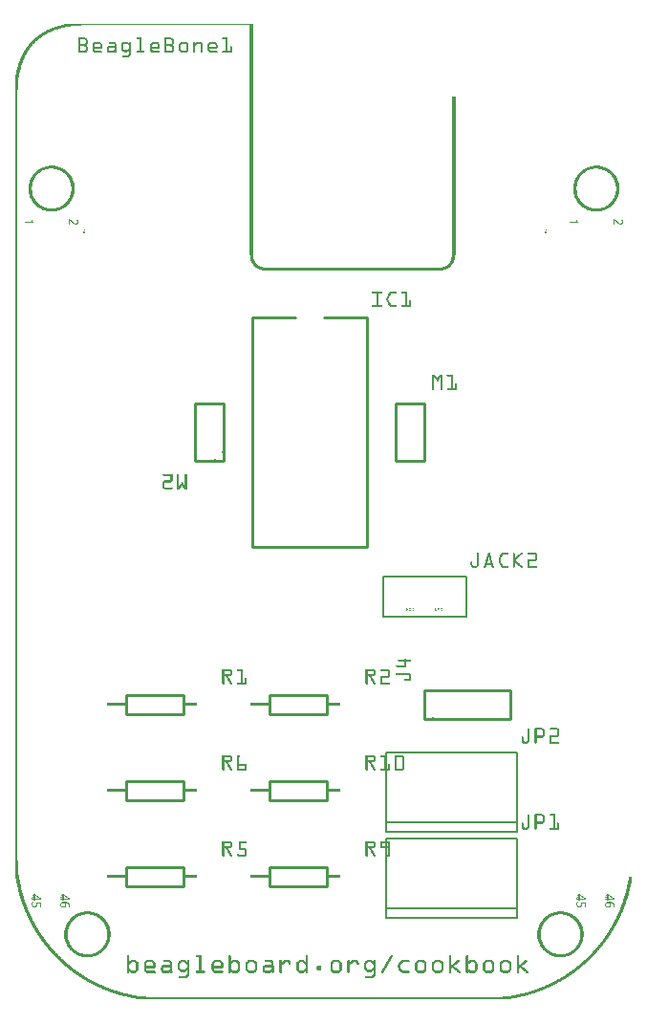
<source format=gto>
G04 MADE WITH FRITZING*
G04 WWW.FRITZING.ORG*
G04 DOUBLE SIDED*
G04 HOLES PLATED*
G04 CONTOUR ON CENTER OF CONTOUR VECTOR*
%ASAXBY*%
%FSLAX23Y23*%
%MOIN*%
%OFA0B0*%
%SFA1.0B1.0*%
%ADD10R,0.295000X0.144999X0.285000X0.134999*%
%ADD11C,0.005000*%
%ADD12C,0.010000*%
%ADD13C,0.008000*%
%ADD14R,0.001000X0.001000*%
%LNSILK1*%
G90*
G70*
G54D11*
X1281Y1472D02*
X1571Y1472D01*
X1571Y1332D01*
X1281Y1332D01*
X1281Y1472D01*
D02*
G54D12*
X726Y1877D02*
X726Y2077D01*
D02*
X726Y2077D02*
X626Y2077D01*
D02*
X626Y2077D02*
X626Y1877D01*
D02*
X626Y1877D02*
X726Y1877D01*
D02*
X1326Y2077D02*
X1326Y1877D01*
D02*
X1326Y1877D02*
X1426Y1877D01*
D02*
X1426Y1877D02*
X1426Y2077D01*
D02*
X1426Y2077D02*
X1326Y2077D01*
D02*
X826Y2377D02*
X826Y1577D01*
D02*
X826Y1577D02*
X1226Y1577D01*
D02*
X1226Y1577D02*
X1226Y2377D01*
D02*
X826Y2377D02*
X976Y2377D01*
D02*
X1076Y2377D02*
X1226Y2377D01*
G54D13*
D02*
X1293Y561D02*
X1749Y561D01*
D02*
X1749Y561D02*
X1749Y317D01*
D02*
X1749Y317D02*
X1749Y285D01*
D02*
X1749Y285D02*
X1293Y285D01*
D02*
X1293Y285D02*
X1293Y317D01*
D02*
X1293Y317D02*
X1293Y561D01*
D02*
X1749Y317D02*
X1293Y317D01*
D02*
X1293Y861D02*
X1749Y861D01*
D02*
X1749Y861D02*
X1749Y617D01*
D02*
X1749Y617D02*
X1749Y585D01*
D02*
X1749Y585D02*
X1293Y585D01*
D02*
X1293Y585D02*
X1293Y617D01*
D02*
X1293Y617D02*
X1293Y861D01*
D02*
X1749Y617D02*
X1293Y617D01*
G54D12*
D02*
X1426Y977D02*
X1726Y977D01*
D02*
X1726Y977D02*
X1726Y1077D01*
D02*
X1726Y1077D02*
X1426Y1077D01*
D02*
X1426Y1077D02*
X1426Y977D01*
D02*
X386Y760D02*
X586Y760D01*
D02*
X586Y760D02*
X586Y694D01*
D02*
X586Y694D02*
X386Y694D01*
D02*
X386Y694D02*
X386Y760D01*
D02*
X386Y460D02*
X586Y460D01*
D02*
X586Y460D02*
X586Y394D01*
D02*
X586Y394D02*
X386Y394D01*
D02*
X386Y394D02*
X386Y460D01*
D02*
X386Y1060D02*
X586Y1060D01*
D02*
X586Y1060D02*
X586Y994D01*
D02*
X586Y994D02*
X386Y994D01*
D02*
X386Y994D02*
X386Y1060D01*
D02*
X886Y760D02*
X1086Y760D01*
D02*
X1086Y760D02*
X1086Y694D01*
D02*
X1086Y694D02*
X886Y694D01*
D02*
X886Y694D02*
X886Y760D01*
D02*
X886Y460D02*
X1086Y460D01*
D02*
X1086Y460D02*
X1086Y394D01*
D02*
X1086Y394D02*
X886Y394D01*
D02*
X886Y394D02*
X886Y460D01*
D02*
X886Y1060D02*
X1086Y1060D01*
D02*
X1086Y1060D02*
X1086Y994D01*
D02*
X1086Y994D02*
X886Y994D01*
D02*
X886Y994D02*
X886Y1060D01*
G54D14*
X182Y3400D02*
X828Y3400D01*
X176Y3399D02*
X828Y3399D01*
X171Y3398D02*
X828Y3398D01*
X166Y3397D02*
X828Y3397D01*
X162Y3396D02*
X828Y3396D01*
X158Y3395D02*
X228Y3395D01*
X817Y3395D02*
X828Y3395D01*
X154Y3394D02*
X212Y3394D01*
X817Y3394D02*
X828Y3394D01*
X151Y3393D02*
X202Y3393D01*
X817Y3393D02*
X828Y3393D01*
X147Y3392D02*
X193Y3392D01*
X817Y3392D02*
X828Y3392D01*
X144Y3391D02*
X187Y3391D01*
X817Y3391D02*
X828Y3391D01*
X141Y3390D02*
X181Y3390D01*
X817Y3390D02*
X828Y3390D01*
X138Y3389D02*
X176Y3389D01*
X817Y3389D02*
X828Y3389D01*
X135Y3388D02*
X171Y3388D01*
X817Y3388D02*
X828Y3388D01*
X132Y3387D02*
X166Y3387D01*
X817Y3387D02*
X828Y3387D01*
X130Y3386D02*
X162Y3386D01*
X817Y3386D02*
X828Y3386D01*
X127Y3385D02*
X158Y3385D01*
X817Y3385D02*
X828Y3385D01*
X125Y3384D02*
X154Y3384D01*
X817Y3384D02*
X828Y3384D01*
X122Y3383D02*
X151Y3383D01*
X817Y3383D02*
X828Y3383D01*
X120Y3382D02*
X148Y3382D01*
X817Y3382D02*
X828Y3382D01*
X118Y3381D02*
X144Y3381D01*
X817Y3381D02*
X828Y3381D01*
X115Y3380D02*
X141Y3380D01*
X817Y3380D02*
X828Y3380D01*
X113Y3379D02*
X139Y3379D01*
X817Y3379D02*
X828Y3379D01*
X111Y3378D02*
X136Y3378D01*
X817Y3378D02*
X828Y3378D01*
X109Y3377D02*
X133Y3377D01*
X817Y3377D02*
X828Y3377D01*
X107Y3376D02*
X131Y3376D01*
X817Y3376D02*
X828Y3376D01*
X105Y3375D02*
X128Y3375D01*
X817Y3375D02*
X828Y3375D01*
X103Y3374D02*
X126Y3374D01*
X817Y3374D02*
X828Y3374D01*
X102Y3373D02*
X123Y3373D01*
X817Y3373D02*
X828Y3373D01*
X100Y3372D02*
X121Y3372D01*
X817Y3372D02*
X828Y3372D01*
X98Y3371D02*
X119Y3371D01*
X817Y3371D02*
X828Y3371D01*
X96Y3370D02*
X117Y3370D01*
X817Y3370D02*
X828Y3370D01*
X95Y3369D02*
X115Y3369D01*
X817Y3369D02*
X828Y3369D01*
X93Y3368D02*
X113Y3368D01*
X817Y3368D02*
X828Y3368D01*
X92Y3367D02*
X111Y3367D01*
X817Y3367D02*
X828Y3367D01*
X90Y3366D02*
X109Y3366D01*
X817Y3366D02*
X828Y3366D01*
X88Y3365D02*
X107Y3365D01*
X817Y3365D02*
X828Y3365D01*
X87Y3364D02*
X105Y3364D01*
X817Y3364D02*
X828Y3364D01*
X85Y3363D02*
X104Y3363D01*
X817Y3363D02*
X828Y3363D01*
X84Y3362D02*
X102Y3362D01*
X817Y3362D02*
X828Y3362D01*
X83Y3361D02*
X100Y3361D01*
X817Y3361D02*
X828Y3361D01*
X81Y3360D02*
X99Y3360D01*
X817Y3360D02*
X828Y3360D01*
X80Y3359D02*
X97Y3359D01*
X817Y3359D02*
X828Y3359D01*
X79Y3358D02*
X95Y3358D01*
X817Y3358D02*
X828Y3358D01*
X77Y3357D02*
X94Y3357D01*
X817Y3357D02*
X828Y3357D01*
X76Y3356D02*
X92Y3356D01*
X817Y3356D02*
X828Y3356D01*
X75Y3355D02*
X91Y3355D01*
X817Y3355D02*
X828Y3355D01*
X73Y3354D02*
X90Y3354D01*
X817Y3354D02*
X828Y3354D01*
X72Y3353D02*
X88Y3353D01*
X817Y3353D02*
X828Y3353D01*
X71Y3352D02*
X87Y3352D01*
X218Y3352D02*
X242Y3352D01*
X424Y3352D02*
X437Y3352D01*
X519Y3352D02*
X543Y3352D01*
X722Y3352D02*
X740Y3352D01*
X817Y3352D02*
X828Y3352D01*
X70Y3351D02*
X85Y3351D01*
X218Y3351D02*
X244Y3351D01*
X423Y3351D02*
X438Y3351D01*
X519Y3351D02*
X546Y3351D01*
X721Y3351D02*
X740Y3351D01*
X817Y3351D02*
X828Y3351D01*
X69Y3350D02*
X84Y3350D01*
X218Y3350D02*
X246Y3350D01*
X423Y3350D02*
X439Y3350D01*
X519Y3350D02*
X547Y3350D01*
X720Y3350D02*
X740Y3350D01*
X817Y3350D02*
X828Y3350D01*
X67Y3349D02*
X83Y3349D01*
X218Y3349D02*
X247Y3349D01*
X423Y3349D02*
X439Y3349D01*
X519Y3349D02*
X548Y3349D01*
X720Y3349D02*
X740Y3349D01*
X817Y3349D02*
X828Y3349D01*
X66Y3348D02*
X81Y3348D01*
X218Y3348D02*
X248Y3348D01*
X423Y3348D02*
X439Y3348D01*
X519Y3348D02*
X549Y3348D01*
X721Y3348D02*
X740Y3348D01*
X817Y3348D02*
X828Y3348D01*
X65Y3347D02*
X80Y3347D01*
X218Y3347D02*
X249Y3347D01*
X423Y3347D02*
X439Y3347D01*
X519Y3347D02*
X550Y3347D01*
X721Y3347D02*
X740Y3347D01*
X817Y3347D02*
X828Y3347D01*
X64Y3346D02*
X79Y3346D01*
X218Y3346D02*
X250Y3346D01*
X425Y3346D02*
X439Y3346D01*
X519Y3346D02*
X551Y3346D01*
X722Y3346D02*
X740Y3346D01*
X817Y3346D02*
X828Y3346D01*
X63Y3345D02*
X78Y3345D01*
X218Y3345D02*
X224Y3345D01*
X242Y3345D02*
X250Y3345D01*
X433Y3345D02*
X439Y3345D01*
X519Y3345D02*
X526Y3345D01*
X543Y3345D02*
X551Y3345D01*
X734Y3345D02*
X740Y3345D01*
X817Y3345D02*
X828Y3345D01*
X62Y3344D02*
X77Y3344D01*
X218Y3344D02*
X224Y3344D01*
X243Y3344D02*
X251Y3344D01*
X433Y3344D02*
X439Y3344D01*
X519Y3344D02*
X526Y3344D01*
X544Y3344D02*
X552Y3344D01*
X734Y3344D02*
X740Y3344D01*
X817Y3344D02*
X828Y3344D01*
X61Y3343D02*
X75Y3343D01*
X218Y3343D02*
X224Y3343D01*
X244Y3343D02*
X251Y3343D01*
X433Y3343D02*
X439Y3343D01*
X519Y3343D02*
X526Y3343D01*
X545Y3343D02*
X552Y3343D01*
X734Y3343D02*
X740Y3343D01*
X817Y3343D02*
X828Y3343D01*
X60Y3342D02*
X74Y3342D01*
X218Y3342D02*
X224Y3342D01*
X245Y3342D02*
X251Y3342D01*
X433Y3342D02*
X439Y3342D01*
X519Y3342D02*
X526Y3342D01*
X546Y3342D02*
X553Y3342D01*
X734Y3342D02*
X740Y3342D01*
X817Y3342D02*
X828Y3342D01*
X59Y3341D02*
X73Y3341D01*
X218Y3341D02*
X224Y3341D01*
X245Y3341D02*
X252Y3341D01*
X433Y3341D02*
X439Y3341D01*
X519Y3341D02*
X526Y3341D01*
X547Y3341D02*
X553Y3341D01*
X734Y3341D02*
X740Y3341D01*
X817Y3341D02*
X828Y3341D01*
X58Y3340D02*
X72Y3340D01*
X218Y3340D02*
X224Y3340D01*
X246Y3340D02*
X252Y3340D01*
X433Y3340D02*
X439Y3340D01*
X519Y3340D02*
X526Y3340D01*
X547Y3340D02*
X553Y3340D01*
X734Y3340D02*
X740Y3340D01*
X817Y3340D02*
X828Y3340D01*
X57Y3339D02*
X71Y3339D01*
X218Y3339D02*
X224Y3339D01*
X246Y3339D02*
X252Y3339D01*
X433Y3339D02*
X439Y3339D01*
X519Y3339D02*
X526Y3339D01*
X547Y3339D02*
X553Y3339D01*
X734Y3339D02*
X740Y3339D01*
X817Y3339D02*
X828Y3339D01*
X56Y3338D02*
X70Y3338D01*
X218Y3338D02*
X224Y3338D01*
X246Y3338D02*
X252Y3338D01*
X433Y3338D02*
X439Y3338D01*
X519Y3338D02*
X526Y3338D01*
X547Y3338D02*
X553Y3338D01*
X734Y3338D02*
X740Y3338D01*
X817Y3338D02*
X828Y3338D01*
X55Y3337D02*
X69Y3337D01*
X218Y3337D02*
X224Y3337D01*
X246Y3337D02*
X252Y3337D01*
X277Y3337D02*
X293Y3337D01*
X327Y3337D02*
X345Y3337D01*
X377Y3337D02*
X390Y3337D01*
X398Y3337D02*
X401Y3337D01*
X433Y3337D02*
X439Y3337D01*
X478Y3337D02*
X494Y3337D01*
X519Y3337D02*
X526Y3337D01*
X547Y3337D02*
X553Y3337D01*
X578Y3337D02*
X595Y3337D01*
X621Y3337D02*
X625Y3337D01*
X635Y3337D02*
X647Y3337D01*
X679Y3337D02*
X695Y3337D01*
X734Y3337D02*
X740Y3337D01*
X817Y3337D02*
X828Y3337D01*
X54Y3336D02*
X68Y3336D01*
X218Y3336D02*
X224Y3336D01*
X246Y3336D02*
X252Y3336D01*
X275Y3336D02*
X295Y3336D01*
X326Y3336D02*
X347Y3336D01*
X376Y3336D02*
X392Y3336D01*
X397Y3336D02*
X402Y3336D01*
X433Y3336D02*
X439Y3336D01*
X476Y3336D02*
X496Y3336D01*
X519Y3336D02*
X526Y3336D01*
X547Y3336D02*
X553Y3336D01*
X577Y3336D02*
X596Y3336D01*
X620Y3336D02*
X626Y3336D01*
X633Y3336D02*
X648Y3336D01*
X677Y3336D02*
X697Y3336D01*
X734Y3336D02*
X740Y3336D01*
X817Y3336D02*
X828Y3336D01*
X53Y3335D02*
X67Y3335D01*
X218Y3335D02*
X224Y3335D01*
X246Y3335D02*
X252Y3335D01*
X274Y3335D02*
X296Y3335D01*
X326Y3335D02*
X348Y3335D01*
X374Y3335D02*
X393Y3335D01*
X397Y3335D02*
X402Y3335D01*
X433Y3335D02*
X439Y3335D01*
X475Y3335D02*
X497Y3335D01*
X519Y3335D02*
X526Y3335D01*
X547Y3335D02*
X553Y3335D01*
X575Y3335D02*
X598Y3335D01*
X620Y3335D02*
X626Y3335D01*
X631Y3335D02*
X649Y3335D01*
X676Y3335D02*
X698Y3335D01*
X734Y3335D02*
X740Y3335D01*
X817Y3335D02*
X828Y3335D01*
X52Y3334D02*
X66Y3334D01*
X218Y3334D02*
X224Y3334D01*
X245Y3334D02*
X252Y3334D01*
X273Y3334D02*
X298Y3334D01*
X326Y3334D02*
X349Y3334D01*
X373Y3334D02*
X402Y3334D01*
X433Y3334D02*
X439Y3334D01*
X474Y3334D02*
X498Y3334D01*
X519Y3334D02*
X526Y3334D01*
X547Y3334D02*
X553Y3334D01*
X574Y3334D02*
X599Y3334D01*
X620Y3334D02*
X626Y3334D01*
X630Y3334D02*
X650Y3334D01*
X675Y3334D02*
X699Y3334D01*
X734Y3334D02*
X740Y3334D01*
X817Y3334D02*
X828Y3334D01*
X51Y3333D02*
X65Y3333D01*
X218Y3333D02*
X224Y3333D01*
X245Y3333D02*
X251Y3333D01*
X272Y3333D02*
X299Y3333D01*
X326Y3333D02*
X350Y3333D01*
X372Y3333D02*
X402Y3333D01*
X433Y3333D02*
X439Y3333D01*
X473Y3333D02*
X500Y3333D01*
X519Y3333D02*
X526Y3333D01*
X546Y3333D02*
X553Y3333D01*
X573Y3333D02*
X600Y3333D01*
X620Y3333D02*
X626Y3333D01*
X628Y3333D02*
X651Y3333D01*
X673Y3333D02*
X700Y3333D01*
X734Y3333D02*
X740Y3333D01*
X817Y3333D02*
X828Y3333D01*
X51Y3332D02*
X64Y3332D01*
X218Y3332D02*
X224Y3332D01*
X244Y3332D02*
X251Y3332D01*
X271Y3332D02*
X300Y3332D01*
X327Y3332D02*
X350Y3332D01*
X371Y3332D02*
X402Y3332D01*
X433Y3332D02*
X439Y3332D01*
X472Y3332D02*
X500Y3332D01*
X519Y3332D02*
X526Y3332D01*
X546Y3332D02*
X552Y3332D01*
X572Y3332D02*
X601Y3332D01*
X620Y3332D02*
X652Y3332D01*
X673Y3332D02*
X701Y3332D01*
X734Y3332D02*
X740Y3332D01*
X817Y3332D02*
X828Y3332D01*
X50Y3331D02*
X63Y3331D01*
X218Y3331D02*
X224Y3331D01*
X243Y3331D02*
X251Y3331D01*
X270Y3331D02*
X300Y3331D01*
X329Y3331D02*
X351Y3331D01*
X370Y3331D02*
X402Y3331D01*
X433Y3331D02*
X439Y3331D01*
X471Y3331D02*
X501Y3331D01*
X519Y3331D02*
X526Y3331D01*
X545Y3331D02*
X552Y3331D01*
X571Y3331D02*
X602Y3331D01*
X620Y3331D02*
X652Y3331D01*
X672Y3331D02*
X702Y3331D01*
X734Y3331D02*
X740Y3331D01*
X817Y3331D02*
X828Y3331D01*
X49Y3330D02*
X62Y3330D01*
X218Y3330D02*
X224Y3330D01*
X242Y3330D02*
X250Y3330D01*
X270Y3330D02*
X278Y3330D01*
X293Y3330D02*
X301Y3330D01*
X344Y3330D02*
X351Y3330D01*
X370Y3330D02*
X378Y3330D01*
X389Y3330D02*
X402Y3330D01*
X433Y3330D02*
X439Y3330D01*
X470Y3330D02*
X479Y3330D01*
X493Y3330D02*
X502Y3330D01*
X519Y3330D02*
X526Y3330D01*
X543Y3330D02*
X552Y3330D01*
X571Y3330D02*
X579Y3330D01*
X594Y3330D02*
X602Y3330D01*
X620Y3330D02*
X636Y3330D01*
X645Y3330D02*
X652Y3330D01*
X671Y3330D02*
X680Y3330D01*
X694Y3330D02*
X703Y3330D01*
X734Y3330D02*
X740Y3330D01*
X817Y3330D02*
X828Y3330D01*
X48Y3329D02*
X61Y3329D01*
X218Y3329D02*
X250Y3329D01*
X269Y3329D02*
X277Y3329D01*
X294Y3329D02*
X301Y3329D01*
X345Y3329D02*
X351Y3329D01*
X369Y3329D02*
X377Y3329D01*
X391Y3329D02*
X402Y3329D01*
X433Y3329D02*
X439Y3329D01*
X470Y3329D02*
X478Y3329D01*
X495Y3329D02*
X502Y3329D01*
X519Y3329D02*
X551Y3329D01*
X570Y3329D02*
X578Y3329D01*
X595Y3329D02*
X603Y3329D01*
X620Y3329D02*
X634Y3329D01*
X646Y3329D02*
X652Y3329D01*
X671Y3329D02*
X678Y3329D01*
X696Y3329D02*
X703Y3329D01*
X734Y3329D02*
X740Y3329D01*
X817Y3329D02*
X828Y3329D01*
X47Y3328D02*
X60Y3328D01*
X218Y3328D02*
X249Y3328D01*
X269Y3328D02*
X276Y3328D01*
X295Y3328D02*
X302Y3328D01*
X345Y3328D02*
X351Y3328D01*
X369Y3328D02*
X376Y3328D01*
X392Y3328D02*
X402Y3328D01*
X433Y3328D02*
X439Y3328D01*
X470Y3328D02*
X477Y3328D01*
X496Y3328D02*
X503Y3328D01*
X519Y3328D02*
X550Y3328D01*
X570Y3328D02*
X577Y3328D01*
X596Y3328D02*
X603Y3328D01*
X620Y3328D02*
X633Y3328D01*
X646Y3328D02*
X653Y3328D01*
X670Y3328D02*
X677Y3328D01*
X697Y3328D02*
X703Y3328D01*
X734Y3328D02*
X740Y3328D01*
X817Y3328D02*
X828Y3328D01*
X46Y3327D02*
X59Y3327D01*
X218Y3327D02*
X248Y3327D01*
X269Y3327D02*
X275Y3327D01*
X296Y3327D02*
X302Y3327D01*
X345Y3327D02*
X351Y3327D01*
X369Y3327D02*
X375Y3327D01*
X393Y3327D02*
X402Y3327D01*
X433Y3327D02*
X439Y3327D01*
X469Y3327D02*
X476Y3327D01*
X496Y3327D02*
X503Y3327D01*
X519Y3327D02*
X550Y3327D01*
X570Y3327D02*
X576Y3327D01*
X597Y3327D02*
X603Y3327D01*
X620Y3327D02*
X631Y3327D01*
X647Y3327D02*
X653Y3327D01*
X670Y3327D02*
X677Y3327D01*
X697Y3327D02*
X704Y3327D01*
X734Y3327D02*
X740Y3327D01*
X817Y3327D02*
X828Y3327D01*
X46Y3326D02*
X59Y3326D01*
X218Y3326D02*
X247Y3326D01*
X269Y3326D02*
X275Y3326D01*
X296Y3326D02*
X302Y3326D01*
X345Y3326D02*
X351Y3326D01*
X369Y3326D02*
X375Y3326D01*
X394Y3326D02*
X402Y3326D01*
X433Y3326D02*
X439Y3326D01*
X469Y3326D02*
X475Y3326D01*
X497Y3326D02*
X503Y3326D01*
X519Y3326D02*
X549Y3326D01*
X570Y3326D02*
X576Y3326D01*
X597Y3326D02*
X603Y3326D01*
X620Y3326D02*
X630Y3326D01*
X647Y3326D02*
X653Y3326D01*
X670Y3326D02*
X676Y3326D01*
X698Y3326D02*
X704Y3326D01*
X734Y3326D02*
X740Y3326D01*
X817Y3326D02*
X828Y3326D01*
X45Y3325D02*
X58Y3325D01*
X218Y3325D02*
X248Y3325D01*
X268Y3325D02*
X274Y3325D01*
X296Y3325D02*
X302Y3325D01*
X345Y3325D02*
X351Y3325D01*
X369Y3325D02*
X375Y3325D01*
X395Y3325D02*
X402Y3325D01*
X433Y3325D02*
X439Y3325D01*
X469Y3325D02*
X475Y3325D01*
X497Y3325D02*
X503Y3325D01*
X519Y3325D02*
X549Y3325D01*
X570Y3325D02*
X576Y3325D01*
X597Y3325D02*
X603Y3325D01*
X620Y3325D02*
X628Y3325D01*
X647Y3325D02*
X653Y3325D01*
X670Y3325D02*
X676Y3325D01*
X698Y3325D02*
X704Y3325D01*
X734Y3325D02*
X740Y3325D01*
X817Y3325D02*
X828Y3325D01*
X44Y3324D02*
X57Y3324D01*
X218Y3324D02*
X249Y3324D01*
X268Y3324D02*
X274Y3324D01*
X296Y3324D02*
X302Y3324D01*
X345Y3324D02*
X351Y3324D01*
X369Y3324D02*
X375Y3324D01*
X396Y3324D02*
X402Y3324D01*
X433Y3324D02*
X439Y3324D01*
X469Y3324D02*
X475Y3324D01*
X497Y3324D02*
X503Y3324D01*
X519Y3324D02*
X550Y3324D01*
X570Y3324D02*
X576Y3324D01*
X597Y3324D02*
X603Y3324D01*
X620Y3324D02*
X626Y3324D01*
X647Y3324D02*
X653Y3324D01*
X670Y3324D02*
X676Y3324D01*
X698Y3324D02*
X704Y3324D01*
X734Y3324D02*
X740Y3324D01*
X817Y3324D02*
X828Y3324D01*
X43Y3323D02*
X56Y3323D01*
X218Y3323D02*
X249Y3323D01*
X268Y3323D02*
X274Y3323D01*
X296Y3323D02*
X302Y3323D01*
X327Y3323D02*
X352Y3323D01*
X369Y3323D02*
X375Y3323D01*
X396Y3323D02*
X402Y3323D01*
X433Y3323D02*
X439Y3323D01*
X469Y3323D02*
X475Y3323D01*
X497Y3323D02*
X503Y3323D01*
X519Y3323D02*
X551Y3323D01*
X570Y3323D02*
X576Y3323D01*
X597Y3323D02*
X603Y3323D01*
X620Y3323D02*
X626Y3323D01*
X647Y3323D02*
X653Y3323D01*
X670Y3323D02*
X676Y3323D01*
X698Y3323D02*
X704Y3323D01*
X734Y3323D02*
X740Y3323D01*
X750Y3323D02*
X752Y3323D01*
X817Y3323D02*
X828Y3323D01*
X43Y3322D02*
X55Y3322D01*
X218Y3322D02*
X225Y3322D01*
X240Y3322D02*
X250Y3322D01*
X268Y3322D02*
X274Y3322D01*
X296Y3322D02*
X302Y3322D01*
X324Y3322D02*
X352Y3322D01*
X369Y3322D02*
X375Y3322D01*
X396Y3322D02*
X402Y3322D01*
X433Y3322D02*
X439Y3322D01*
X469Y3322D02*
X475Y3322D01*
X497Y3322D02*
X503Y3322D01*
X519Y3322D02*
X526Y3322D01*
X541Y3322D02*
X551Y3322D01*
X570Y3322D02*
X576Y3322D01*
X597Y3322D02*
X603Y3322D01*
X620Y3322D02*
X626Y3322D01*
X647Y3322D02*
X653Y3322D01*
X670Y3322D02*
X676Y3322D01*
X698Y3322D02*
X704Y3322D01*
X734Y3322D02*
X740Y3322D01*
X749Y3322D02*
X753Y3322D01*
X817Y3322D02*
X828Y3322D01*
X42Y3321D02*
X54Y3321D01*
X218Y3321D02*
X224Y3321D01*
X243Y3321D02*
X251Y3321D01*
X268Y3321D02*
X274Y3321D01*
X296Y3321D02*
X302Y3321D01*
X323Y3321D02*
X352Y3321D01*
X369Y3321D02*
X375Y3321D01*
X396Y3321D02*
X402Y3321D01*
X433Y3321D02*
X439Y3321D01*
X469Y3321D02*
X475Y3321D01*
X497Y3321D02*
X503Y3321D01*
X519Y3321D02*
X526Y3321D01*
X544Y3321D02*
X552Y3321D01*
X570Y3321D02*
X576Y3321D01*
X597Y3321D02*
X603Y3321D01*
X620Y3321D02*
X626Y3321D01*
X647Y3321D02*
X653Y3321D01*
X670Y3321D02*
X676Y3321D01*
X698Y3321D02*
X704Y3321D01*
X734Y3321D02*
X740Y3321D01*
X748Y3321D02*
X754Y3321D01*
X817Y3321D02*
X828Y3321D01*
X41Y3320D02*
X54Y3320D01*
X218Y3320D02*
X224Y3320D01*
X244Y3320D02*
X251Y3320D01*
X268Y3320D02*
X302Y3320D01*
X322Y3320D02*
X352Y3320D01*
X369Y3320D02*
X375Y3320D01*
X396Y3320D02*
X402Y3320D01*
X433Y3320D02*
X439Y3320D01*
X469Y3320D02*
X503Y3320D01*
X519Y3320D02*
X526Y3320D01*
X545Y3320D02*
X552Y3320D01*
X570Y3320D02*
X576Y3320D01*
X597Y3320D02*
X603Y3320D01*
X620Y3320D02*
X626Y3320D01*
X647Y3320D02*
X653Y3320D01*
X670Y3320D02*
X704Y3320D01*
X734Y3320D02*
X740Y3320D01*
X748Y3320D02*
X754Y3320D01*
X817Y3320D02*
X828Y3320D01*
X40Y3319D02*
X53Y3319D01*
X218Y3319D02*
X224Y3319D01*
X245Y3319D02*
X251Y3319D01*
X268Y3319D02*
X302Y3319D01*
X321Y3319D02*
X352Y3319D01*
X369Y3319D02*
X375Y3319D01*
X396Y3319D02*
X402Y3319D01*
X433Y3319D02*
X439Y3319D01*
X469Y3319D02*
X503Y3319D01*
X519Y3319D02*
X526Y3319D01*
X546Y3319D02*
X552Y3319D01*
X570Y3319D02*
X576Y3319D01*
X597Y3319D02*
X603Y3319D01*
X620Y3319D02*
X626Y3319D01*
X647Y3319D02*
X653Y3319D01*
X670Y3319D02*
X704Y3319D01*
X734Y3319D02*
X740Y3319D01*
X748Y3319D02*
X754Y3319D01*
X817Y3319D02*
X828Y3319D01*
X40Y3318D02*
X52Y3318D01*
X218Y3318D02*
X224Y3318D01*
X245Y3318D02*
X252Y3318D01*
X268Y3318D02*
X302Y3318D01*
X320Y3318D02*
X352Y3318D01*
X369Y3318D02*
X375Y3318D01*
X396Y3318D02*
X402Y3318D01*
X433Y3318D02*
X439Y3318D01*
X469Y3318D02*
X503Y3318D01*
X519Y3318D02*
X526Y3318D01*
X546Y3318D02*
X553Y3318D01*
X570Y3318D02*
X576Y3318D01*
X597Y3318D02*
X603Y3318D01*
X620Y3318D02*
X626Y3318D01*
X647Y3318D02*
X653Y3318D01*
X670Y3318D02*
X704Y3318D01*
X734Y3318D02*
X740Y3318D01*
X748Y3318D02*
X754Y3318D01*
X817Y3318D02*
X828Y3318D01*
X39Y3317D02*
X51Y3317D01*
X218Y3317D02*
X224Y3317D01*
X246Y3317D02*
X252Y3317D01*
X268Y3317D02*
X302Y3317D01*
X320Y3317D02*
X352Y3317D01*
X369Y3317D02*
X375Y3317D01*
X396Y3317D02*
X402Y3317D01*
X433Y3317D02*
X439Y3317D01*
X469Y3317D02*
X503Y3317D01*
X519Y3317D02*
X526Y3317D01*
X547Y3317D02*
X553Y3317D01*
X570Y3317D02*
X576Y3317D01*
X597Y3317D02*
X603Y3317D01*
X620Y3317D02*
X626Y3317D01*
X647Y3317D02*
X653Y3317D01*
X670Y3317D02*
X704Y3317D01*
X734Y3317D02*
X740Y3317D01*
X748Y3317D02*
X754Y3317D01*
X817Y3317D02*
X828Y3317D01*
X38Y3316D02*
X51Y3316D01*
X218Y3316D02*
X224Y3316D01*
X246Y3316D02*
X252Y3316D01*
X268Y3316D02*
X302Y3316D01*
X319Y3316D02*
X327Y3316D01*
X343Y3316D02*
X352Y3316D01*
X369Y3316D02*
X375Y3316D01*
X396Y3316D02*
X402Y3316D01*
X433Y3316D02*
X439Y3316D01*
X469Y3316D02*
X503Y3316D01*
X519Y3316D02*
X526Y3316D01*
X547Y3316D02*
X553Y3316D01*
X570Y3316D02*
X576Y3316D01*
X597Y3316D02*
X603Y3316D01*
X620Y3316D02*
X626Y3316D01*
X647Y3316D02*
X653Y3316D01*
X670Y3316D02*
X704Y3316D01*
X734Y3316D02*
X740Y3316D01*
X748Y3316D02*
X754Y3316D01*
X817Y3316D02*
X828Y3316D01*
X37Y3315D02*
X50Y3315D01*
X218Y3315D02*
X224Y3315D01*
X246Y3315D02*
X252Y3315D01*
X268Y3315D02*
X301Y3315D01*
X319Y3315D02*
X326Y3315D01*
X345Y3315D02*
X352Y3315D01*
X369Y3315D02*
X375Y3315D01*
X396Y3315D02*
X402Y3315D01*
X433Y3315D02*
X439Y3315D01*
X469Y3315D02*
X502Y3315D01*
X519Y3315D02*
X526Y3315D01*
X547Y3315D02*
X553Y3315D01*
X570Y3315D02*
X576Y3315D01*
X597Y3315D02*
X603Y3315D01*
X620Y3315D02*
X626Y3315D01*
X647Y3315D02*
X653Y3315D01*
X670Y3315D02*
X703Y3315D01*
X734Y3315D02*
X740Y3315D01*
X748Y3315D02*
X754Y3315D01*
X817Y3315D02*
X828Y3315D01*
X37Y3314D02*
X49Y3314D01*
X218Y3314D02*
X224Y3314D01*
X246Y3314D02*
X252Y3314D01*
X268Y3314D02*
X301Y3314D01*
X319Y3314D02*
X325Y3314D01*
X346Y3314D02*
X352Y3314D01*
X369Y3314D02*
X375Y3314D01*
X395Y3314D02*
X402Y3314D01*
X433Y3314D02*
X439Y3314D01*
X469Y3314D02*
X501Y3314D01*
X519Y3314D02*
X526Y3314D01*
X547Y3314D02*
X553Y3314D01*
X570Y3314D02*
X576Y3314D01*
X597Y3314D02*
X603Y3314D01*
X620Y3314D02*
X626Y3314D01*
X647Y3314D02*
X653Y3314D01*
X670Y3314D02*
X702Y3314D01*
X734Y3314D02*
X740Y3314D01*
X748Y3314D02*
X754Y3314D01*
X817Y3314D02*
X828Y3314D01*
X36Y3313D02*
X48Y3313D01*
X218Y3313D02*
X224Y3313D01*
X246Y3313D02*
X252Y3313D01*
X268Y3313D02*
X275Y3313D01*
X319Y3313D02*
X325Y3313D01*
X346Y3313D02*
X352Y3313D01*
X369Y3313D02*
X375Y3313D01*
X393Y3313D02*
X402Y3313D01*
X433Y3313D02*
X439Y3313D01*
X469Y3313D02*
X475Y3313D01*
X519Y3313D02*
X526Y3313D01*
X547Y3313D02*
X553Y3313D01*
X570Y3313D02*
X576Y3313D01*
X597Y3313D02*
X603Y3313D01*
X620Y3313D02*
X626Y3313D01*
X647Y3313D02*
X653Y3313D01*
X670Y3313D02*
X676Y3313D01*
X734Y3313D02*
X740Y3313D01*
X748Y3313D02*
X754Y3313D01*
X817Y3313D02*
X828Y3313D01*
X35Y3312D02*
X48Y3312D01*
X218Y3312D02*
X224Y3312D01*
X246Y3312D02*
X252Y3312D01*
X268Y3312D02*
X274Y3312D01*
X319Y3312D02*
X325Y3312D01*
X346Y3312D02*
X352Y3312D01*
X369Y3312D02*
X376Y3312D01*
X392Y3312D02*
X402Y3312D01*
X433Y3312D02*
X439Y3312D01*
X469Y3312D02*
X475Y3312D01*
X519Y3312D02*
X526Y3312D01*
X547Y3312D02*
X553Y3312D01*
X570Y3312D02*
X576Y3312D01*
X597Y3312D02*
X603Y3312D01*
X620Y3312D02*
X626Y3312D01*
X647Y3312D02*
X653Y3312D01*
X670Y3312D02*
X676Y3312D01*
X734Y3312D02*
X740Y3312D01*
X748Y3312D02*
X754Y3312D01*
X817Y3312D02*
X828Y3312D01*
X35Y3311D02*
X47Y3311D01*
X218Y3311D02*
X224Y3311D01*
X246Y3311D02*
X252Y3311D01*
X268Y3311D02*
X275Y3311D01*
X319Y3311D02*
X325Y3311D01*
X346Y3311D02*
X352Y3311D01*
X369Y3311D02*
X376Y3311D01*
X391Y3311D02*
X402Y3311D01*
X433Y3311D02*
X439Y3311D01*
X469Y3311D02*
X475Y3311D01*
X519Y3311D02*
X526Y3311D01*
X547Y3311D02*
X553Y3311D01*
X570Y3311D02*
X576Y3311D01*
X597Y3311D02*
X603Y3311D01*
X620Y3311D02*
X626Y3311D01*
X647Y3311D02*
X653Y3311D01*
X670Y3311D02*
X676Y3311D01*
X734Y3311D02*
X740Y3311D01*
X748Y3311D02*
X754Y3311D01*
X817Y3311D02*
X828Y3311D01*
X34Y3310D02*
X46Y3310D01*
X218Y3310D02*
X224Y3310D01*
X245Y3310D02*
X252Y3310D01*
X269Y3310D02*
X275Y3310D01*
X319Y3310D02*
X325Y3310D01*
X346Y3310D02*
X352Y3310D01*
X370Y3310D02*
X377Y3310D01*
X390Y3310D02*
X402Y3310D01*
X433Y3310D02*
X439Y3310D01*
X469Y3310D02*
X476Y3310D01*
X519Y3310D02*
X526Y3310D01*
X547Y3310D02*
X553Y3310D01*
X570Y3310D02*
X576Y3310D01*
X597Y3310D02*
X603Y3310D01*
X620Y3310D02*
X626Y3310D01*
X647Y3310D02*
X653Y3310D01*
X670Y3310D02*
X676Y3310D01*
X734Y3310D02*
X740Y3310D01*
X748Y3310D02*
X754Y3310D01*
X817Y3310D02*
X828Y3310D01*
X34Y3309D02*
X46Y3309D01*
X218Y3309D02*
X224Y3309D01*
X245Y3309D02*
X251Y3309D01*
X269Y3309D02*
X275Y3309D01*
X319Y3309D02*
X325Y3309D01*
X344Y3309D02*
X352Y3309D01*
X370Y3309D02*
X379Y3309D01*
X389Y3309D02*
X402Y3309D01*
X433Y3309D02*
X439Y3309D01*
X469Y3309D02*
X476Y3309D01*
X519Y3309D02*
X526Y3309D01*
X546Y3309D02*
X553Y3309D01*
X570Y3309D02*
X577Y3309D01*
X596Y3309D02*
X603Y3309D01*
X620Y3309D02*
X626Y3309D01*
X647Y3309D02*
X653Y3309D01*
X670Y3309D02*
X677Y3309D01*
X734Y3309D02*
X740Y3309D01*
X748Y3309D02*
X754Y3309D01*
X817Y3309D02*
X828Y3309D01*
X33Y3308D02*
X45Y3308D01*
X218Y3308D02*
X224Y3308D01*
X244Y3308D02*
X251Y3308D01*
X269Y3308D02*
X276Y3308D01*
X319Y3308D02*
X325Y3308D01*
X343Y3308D02*
X352Y3308D01*
X371Y3308D02*
X402Y3308D01*
X433Y3308D02*
X439Y3308D01*
X470Y3308D02*
X477Y3308D01*
X519Y3308D02*
X526Y3308D01*
X545Y3308D02*
X552Y3308D01*
X570Y3308D02*
X577Y3308D01*
X595Y3308D02*
X603Y3308D01*
X620Y3308D02*
X626Y3308D01*
X647Y3308D02*
X653Y3308D01*
X671Y3308D02*
X678Y3308D01*
X734Y3308D02*
X740Y3308D01*
X748Y3308D02*
X754Y3308D01*
X817Y3308D02*
X828Y3308D01*
X32Y3307D02*
X44Y3307D01*
X218Y3307D02*
X224Y3307D01*
X243Y3307D02*
X251Y3307D01*
X269Y3307D02*
X277Y3307D01*
X319Y3307D02*
X325Y3307D01*
X341Y3307D02*
X352Y3307D01*
X372Y3307D02*
X402Y3307D01*
X433Y3307D02*
X439Y3307D01*
X470Y3307D02*
X478Y3307D01*
X519Y3307D02*
X526Y3307D01*
X544Y3307D02*
X552Y3307D01*
X570Y3307D02*
X579Y3307D01*
X594Y3307D02*
X602Y3307D01*
X620Y3307D02*
X626Y3307D01*
X647Y3307D02*
X653Y3307D01*
X671Y3307D02*
X679Y3307D01*
X734Y3307D02*
X740Y3307D01*
X748Y3307D02*
X754Y3307D01*
X817Y3307D02*
X828Y3307D01*
X32Y3306D02*
X44Y3306D01*
X218Y3306D02*
X224Y3306D01*
X241Y3306D02*
X250Y3306D01*
X270Y3306D02*
X279Y3306D01*
X319Y3306D02*
X326Y3306D01*
X339Y3306D02*
X352Y3306D01*
X373Y3306D02*
X402Y3306D01*
X433Y3306D02*
X439Y3306D01*
X471Y3306D02*
X480Y3306D01*
X519Y3306D02*
X526Y3306D01*
X542Y3306D02*
X551Y3306D01*
X571Y3306D02*
X580Y3306D01*
X593Y3306D02*
X602Y3306D01*
X620Y3306D02*
X626Y3306D01*
X647Y3306D02*
X653Y3306D01*
X671Y3306D02*
X680Y3306D01*
X734Y3306D02*
X740Y3306D01*
X748Y3306D02*
X754Y3306D01*
X817Y3306D02*
X828Y3306D01*
X31Y3305D02*
X43Y3305D01*
X218Y3305D02*
X250Y3305D01*
X270Y3305D02*
X300Y3305D01*
X319Y3305D02*
X352Y3305D01*
X374Y3305D02*
X394Y3305D01*
X396Y3305D02*
X402Y3305D01*
X424Y3305D02*
X447Y3305D01*
X471Y3305D02*
X501Y3305D01*
X519Y3305D02*
X551Y3305D01*
X572Y3305D02*
X601Y3305D01*
X620Y3305D02*
X626Y3305D01*
X647Y3305D02*
X653Y3305D01*
X672Y3305D02*
X702Y3305D01*
X722Y3305D02*
X754Y3305D01*
X817Y3305D02*
X828Y3305D01*
X30Y3304D02*
X42Y3304D01*
X218Y3304D02*
X249Y3304D01*
X271Y3304D02*
X301Y3304D01*
X320Y3304D02*
X352Y3304D01*
X375Y3304D02*
X393Y3304D01*
X396Y3304D02*
X402Y3304D01*
X423Y3304D02*
X448Y3304D01*
X472Y3304D02*
X502Y3304D01*
X519Y3304D02*
X550Y3304D01*
X573Y3304D02*
X600Y3304D01*
X620Y3304D02*
X626Y3304D01*
X647Y3304D02*
X653Y3304D01*
X673Y3304D02*
X703Y3304D01*
X721Y3304D02*
X754Y3304D01*
X817Y3304D02*
X828Y3304D01*
X30Y3303D02*
X42Y3303D01*
X218Y3303D02*
X248Y3303D01*
X272Y3303D02*
X302Y3303D01*
X321Y3303D02*
X352Y3303D01*
X376Y3303D02*
X391Y3303D01*
X396Y3303D02*
X402Y3303D01*
X423Y3303D02*
X449Y3303D01*
X473Y3303D02*
X503Y3303D01*
X519Y3303D02*
X549Y3303D01*
X574Y3303D02*
X599Y3303D01*
X620Y3303D02*
X626Y3303D01*
X647Y3303D02*
X653Y3303D01*
X674Y3303D02*
X704Y3303D01*
X720Y3303D02*
X754Y3303D01*
X817Y3303D02*
X828Y3303D01*
X29Y3302D02*
X41Y3302D01*
X218Y3302D02*
X247Y3302D01*
X273Y3302D02*
X302Y3302D01*
X321Y3302D02*
X352Y3302D01*
X379Y3302D02*
X389Y3302D01*
X396Y3302D02*
X402Y3302D01*
X423Y3302D02*
X449Y3302D01*
X474Y3302D02*
X503Y3302D01*
X519Y3302D02*
X548Y3302D01*
X575Y3302D02*
X598Y3302D01*
X620Y3302D02*
X626Y3302D01*
X647Y3302D02*
X653Y3302D01*
X675Y3302D02*
X704Y3302D01*
X720Y3302D02*
X754Y3302D01*
X817Y3302D02*
X828Y3302D01*
X29Y3301D02*
X40Y3301D01*
X218Y3301D02*
X246Y3301D01*
X275Y3301D02*
X302Y3301D01*
X322Y3301D02*
X343Y3301D01*
X346Y3301D02*
X352Y3301D01*
X396Y3301D02*
X402Y3301D01*
X423Y3301D02*
X449Y3301D01*
X475Y3301D02*
X503Y3301D01*
X519Y3301D02*
X547Y3301D01*
X576Y3301D02*
X597Y3301D01*
X620Y3301D02*
X626Y3301D01*
X648Y3301D02*
X653Y3301D01*
X676Y3301D02*
X703Y3301D01*
X721Y3301D02*
X754Y3301D01*
X817Y3301D02*
X828Y3301D01*
X28Y3300D02*
X40Y3300D01*
X218Y3300D02*
X244Y3300D01*
X276Y3300D02*
X301Y3300D01*
X324Y3300D02*
X342Y3300D01*
X347Y3300D02*
X352Y3300D01*
X396Y3300D02*
X402Y3300D01*
X423Y3300D02*
X448Y3300D01*
X477Y3300D02*
X502Y3300D01*
X519Y3300D02*
X545Y3300D01*
X577Y3300D02*
X596Y3300D01*
X621Y3300D02*
X625Y3300D01*
X648Y3300D02*
X653Y3300D01*
X678Y3300D02*
X703Y3300D01*
X721Y3300D02*
X753Y3300D01*
X817Y3300D02*
X828Y3300D01*
X28Y3299D02*
X39Y3299D01*
X218Y3299D02*
X241Y3299D01*
X278Y3299D02*
X300Y3299D01*
X326Y3299D02*
X340Y3299D01*
X348Y3299D02*
X350Y3299D01*
X396Y3299D02*
X402Y3299D01*
X424Y3299D02*
X447Y3299D01*
X479Y3299D02*
X501Y3299D01*
X520Y3299D02*
X542Y3299D01*
X580Y3299D02*
X593Y3299D01*
X622Y3299D02*
X624Y3299D01*
X649Y3299D02*
X652Y3299D01*
X680Y3299D02*
X702Y3299D01*
X722Y3299D02*
X752Y3299D01*
X817Y3299D02*
X828Y3299D01*
X27Y3298D02*
X39Y3298D01*
X396Y3298D02*
X402Y3298D01*
X817Y3298D02*
X828Y3298D01*
X26Y3297D02*
X38Y3297D01*
X396Y3297D02*
X402Y3297D01*
X817Y3297D02*
X828Y3297D01*
X26Y3296D02*
X38Y3296D01*
X396Y3296D02*
X402Y3296D01*
X817Y3296D02*
X828Y3296D01*
X25Y3295D02*
X37Y3295D01*
X396Y3295D02*
X402Y3295D01*
X817Y3295D02*
X828Y3295D01*
X25Y3294D02*
X37Y3294D01*
X395Y3294D02*
X402Y3294D01*
X817Y3294D02*
X828Y3294D01*
X24Y3293D02*
X36Y3293D01*
X394Y3293D02*
X402Y3293D01*
X817Y3293D02*
X828Y3293D01*
X24Y3292D02*
X35Y3292D01*
X393Y3292D02*
X401Y3292D01*
X817Y3292D02*
X828Y3292D01*
X23Y3291D02*
X35Y3291D01*
X391Y3291D02*
X401Y3291D01*
X817Y3291D02*
X828Y3291D01*
X23Y3290D02*
X34Y3290D01*
X374Y3290D02*
X400Y3290D01*
X817Y3290D02*
X828Y3290D01*
X22Y3289D02*
X34Y3289D01*
X373Y3289D02*
X399Y3289D01*
X817Y3289D02*
X828Y3289D01*
X22Y3288D02*
X33Y3288D01*
X372Y3288D02*
X398Y3288D01*
X817Y3288D02*
X828Y3288D01*
X21Y3287D02*
X33Y3287D01*
X372Y3287D02*
X397Y3287D01*
X817Y3287D02*
X828Y3287D01*
X21Y3286D02*
X32Y3286D01*
X373Y3286D02*
X396Y3286D01*
X817Y3286D02*
X828Y3286D01*
X20Y3285D02*
X32Y3285D01*
X373Y3285D02*
X394Y3285D01*
X817Y3285D02*
X828Y3285D01*
X20Y3284D02*
X31Y3284D01*
X375Y3284D02*
X391Y3284D01*
X817Y3284D02*
X828Y3284D01*
X20Y3283D02*
X31Y3283D01*
X817Y3283D02*
X828Y3283D01*
X19Y3282D02*
X31Y3282D01*
X817Y3282D02*
X828Y3282D01*
X19Y3281D02*
X30Y3281D01*
X817Y3281D02*
X828Y3281D01*
X18Y3280D02*
X30Y3280D01*
X817Y3280D02*
X828Y3280D01*
X18Y3279D02*
X29Y3279D01*
X817Y3279D02*
X828Y3279D01*
X17Y3278D02*
X29Y3278D01*
X817Y3278D02*
X828Y3278D01*
X17Y3277D02*
X28Y3277D01*
X817Y3277D02*
X828Y3277D01*
X17Y3276D02*
X28Y3276D01*
X817Y3276D02*
X828Y3276D01*
X16Y3275D02*
X27Y3275D01*
X817Y3275D02*
X828Y3275D01*
X16Y3274D02*
X27Y3274D01*
X817Y3274D02*
X828Y3274D01*
X15Y3273D02*
X27Y3273D01*
X817Y3273D02*
X828Y3273D01*
X15Y3272D02*
X26Y3272D01*
X817Y3272D02*
X828Y3272D01*
X15Y3271D02*
X26Y3271D01*
X817Y3271D02*
X828Y3271D01*
X14Y3270D02*
X25Y3270D01*
X817Y3270D02*
X828Y3270D01*
X14Y3269D02*
X25Y3269D01*
X817Y3269D02*
X828Y3269D01*
X13Y3268D02*
X25Y3268D01*
X817Y3268D02*
X828Y3268D01*
X13Y3267D02*
X24Y3267D01*
X817Y3267D02*
X828Y3267D01*
X13Y3266D02*
X24Y3266D01*
X817Y3266D02*
X828Y3266D01*
X12Y3265D02*
X24Y3265D01*
X817Y3265D02*
X828Y3265D01*
X12Y3264D02*
X23Y3264D01*
X817Y3264D02*
X828Y3264D01*
X12Y3263D02*
X23Y3263D01*
X817Y3263D02*
X828Y3263D01*
X11Y3262D02*
X23Y3262D01*
X817Y3262D02*
X828Y3262D01*
X11Y3261D02*
X22Y3261D01*
X817Y3261D02*
X828Y3261D01*
X11Y3260D02*
X22Y3260D01*
X817Y3260D02*
X828Y3260D01*
X10Y3259D02*
X21Y3259D01*
X817Y3259D02*
X828Y3259D01*
X10Y3258D02*
X21Y3258D01*
X817Y3258D02*
X828Y3258D01*
X10Y3257D02*
X21Y3257D01*
X817Y3257D02*
X828Y3257D01*
X9Y3256D02*
X21Y3256D01*
X817Y3256D02*
X828Y3256D01*
X9Y3255D02*
X20Y3255D01*
X817Y3255D02*
X828Y3255D01*
X9Y3254D02*
X20Y3254D01*
X817Y3254D02*
X828Y3254D01*
X8Y3253D02*
X20Y3253D01*
X817Y3253D02*
X828Y3253D01*
X8Y3252D02*
X19Y3252D01*
X817Y3252D02*
X828Y3252D01*
X8Y3251D02*
X19Y3251D01*
X817Y3251D02*
X828Y3251D01*
X8Y3250D02*
X19Y3250D01*
X817Y3250D02*
X828Y3250D01*
X7Y3249D02*
X18Y3249D01*
X817Y3249D02*
X828Y3249D01*
X7Y3248D02*
X18Y3248D01*
X817Y3248D02*
X828Y3248D01*
X7Y3247D02*
X18Y3247D01*
X817Y3247D02*
X828Y3247D01*
X6Y3246D02*
X18Y3246D01*
X817Y3246D02*
X828Y3246D01*
X6Y3245D02*
X17Y3245D01*
X817Y3245D02*
X828Y3245D01*
X6Y3244D02*
X17Y3244D01*
X817Y3244D02*
X828Y3244D01*
X6Y3243D02*
X17Y3243D01*
X817Y3243D02*
X828Y3243D01*
X5Y3242D02*
X17Y3242D01*
X817Y3242D02*
X828Y3242D01*
X5Y3241D02*
X16Y3241D01*
X817Y3241D02*
X828Y3241D01*
X5Y3240D02*
X16Y3240D01*
X817Y3240D02*
X828Y3240D01*
X5Y3239D02*
X16Y3239D01*
X817Y3239D02*
X828Y3239D01*
X4Y3238D02*
X16Y3238D01*
X817Y3238D02*
X828Y3238D01*
X4Y3237D02*
X15Y3237D01*
X817Y3237D02*
X828Y3237D01*
X4Y3236D02*
X15Y3236D01*
X817Y3236D02*
X828Y3236D01*
X4Y3235D02*
X15Y3235D01*
X817Y3235D02*
X828Y3235D01*
X3Y3234D02*
X15Y3234D01*
X817Y3234D02*
X828Y3234D01*
X3Y3233D02*
X14Y3233D01*
X817Y3233D02*
X828Y3233D01*
X3Y3232D02*
X14Y3232D01*
X817Y3232D02*
X828Y3232D01*
X3Y3231D02*
X14Y3231D01*
X817Y3231D02*
X828Y3231D01*
X3Y3230D02*
X14Y3230D01*
X817Y3230D02*
X828Y3230D01*
X2Y3229D02*
X14Y3229D01*
X817Y3229D02*
X828Y3229D01*
X2Y3228D02*
X13Y3228D01*
X817Y3228D02*
X828Y3228D01*
X2Y3227D02*
X13Y3227D01*
X817Y3227D02*
X828Y3227D01*
X2Y3226D02*
X13Y3226D01*
X817Y3226D02*
X828Y3226D01*
X2Y3225D02*
X13Y3225D01*
X817Y3225D02*
X828Y3225D01*
X1Y3224D02*
X13Y3224D01*
X817Y3224D02*
X828Y3224D01*
X1Y3223D02*
X12Y3223D01*
X817Y3223D02*
X828Y3223D01*
X1Y3222D02*
X12Y3222D01*
X817Y3222D02*
X828Y3222D01*
X1Y3221D02*
X12Y3221D01*
X817Y3221D02*
X828Y3221D01*
X1Y3220D02*
X12Y3220D01*
X817Y3220D02*
X828Y3220D01*
X1Y3219D02*
X12Y3219D01*
X817Y3219D02*
X828Y3219D01*
X0Y3218D02*
X11Y3218D01*
X817Y3218D02*
X828Y3218D01*
X0Y3217D02*
X11Y3217D01*
X817Y3217D02*
X828Y3217D01*
X0Y3216D02*
X11Y3216D01*
X817Y3216D02*
X828Y3216D01*
X0Y3215D02*
X11Y3215D01*
X817Y3215D02*
X828Y3215D01*
X0Y3214D02*
X11Y3214D01*
X817Y3214D02*
X828Y3214D01*
X0Y3213D02*
X11Y3213D01*
X817Y3213D02*
X828Y3213D01*
X0Y3212D02*
X10Y3212D01*
X817Y3212D02*
X828Y3212D01*
X0Y3211D02*
X10Y3211D01*
X817Y3211D02*
X828Y3211D01*
X0Y3210D02*
X10Y3210D01*
X817Y3210D02*
X828Y3210D01*
X0Y3209D02*
X10Y3209D01*
X817Y3209D02*
X828Y3209D01*
X0Y3208D02*
X10Y3208D01*
X817Y3208D02*
X828Y3208D01*
X0Y3207D02*
X10Y3207D01*
X817Y3207D02*
X828Y3207D01*
X0Y3206D02*
X10Y3206D01*
X817Y3206D02*
X828Y3206D01*
X0Y3205D02*
X9Y3205D01*
X817Y3205D02*
X828Y3205D01*
X0Y3204D02*
X9Y3204D01*
X817Y3204D02*
X828Y3204D01*
X0Y3203D02*
X9Y3203D01*
X817Y3203D02*
X828Y3203D01*
X0Y3202D02*
X9Y3202D01*
X817Y3202D02*
X828Y3202D01*
X0Y3201D02*
X9Y3201D01*
X817Y3201D02*
X828Y3201D01*
X0Y3200D02*
X9Y3200D01*
X817Y3200D02*
X828Y3200D01*
X0Y3199D02*
X9Y3199D01*
X817Y3199D02*
X828Y3199D01*
X0Y3198D02*
X9Y3198D01*
X817Y3198D02*
X828Y3198D01*
X0Y3197D02*
X9Y3197D01*
X817Y3197D02*
X828Y3197D01*
X0Y3196D02*
X8Y3196D01*
X817Y3196D02*
X828Y3196D01*
X0Y3195D02*
X8Y3195D01*
X817Y3195D02*
X828Y3195D01*
X0Y3194D02*
X8Y3194D01*
X817Y3194D02*
X828Y3194D01*
X0Y3193D02*
X8Y3193D01*
X817Y3193D02*
X828Y3193D01*
X0Y3192D02*
X8Y3192D01*
X817Y3192D02*
X828Y3192D01*
X0Y3191D02*
X8Y3191D01*
X817Y3191D02*
X828Y3191D01*
X0Y3190D02*
X8Y3190D01*
X817Y3190D02*
X828Y3190D01*
X0Y3189D02*
X8Y3189D01*
X817Y3189D02*
X828Y3189D01*
X0Y3188D02*
X8Y3188D01*
X817Y3188D02*
X828Y3188D01*
X0Y3187D02*
X8Y3187D01*
X817Y3187D02*
X828Y3187D01*
X0Y3186D02*
X8Y3186D01*
X817Y3186D02*
X828Y3186D01*
X0Y3185D02*
X7Y3185D01*
X817Y3185D02*
X828Y3185D01*
X0Y3184D02*
X7Y3184D01*
X817Y3184D02*
X828Y3184D01*
X0Y3183D02*
X7Y3183D01*
X817Y3183D02*
X828Y3183D01*
X0Y3182D02*
X7Y3182D01*
X817Y3182D02*
X828Y3182D01*
X0Y3181D02*
X7Y3181D01*
X817Y3181D02*
X828Y3181D01*
X0Y3180D02*
X7Y3180D01*
X817Y3180D02*
X828Y3180D01*
X0Y3179D02*
X7Y3179D01*
X817Y3179D02*
X828Y3179D01*
X0Y3178D02*
X7Y3178D01*
X817Y3178D02*
X828Y3178D01*
X0Y3177D02*
X7Y3177D01*
X817Y3177D02*
X828Y3177D01*
X0Y3176D02*
X7Y3176D01*
X817Y3176D02*
X828Y3176D01*
X0Y3175D02*
X7Y3175D01*
X817Y3175D02*
X828Y3175D01*
X0Y3174D02*
X7Y3174D01*
X817Y3174D02*
X828Y3174D01*
X0Y3173D02*
X7Y3173D01*
X817Y3173D02*
X828Y3173D01*
X0Y3172D02*
X7Y3172D01*
X817Y3172D02*
X828Y3172D01*
X0Y3171D02*
X7Y3171D01*
X817Y3171D02*
X828Y3171D01*
X0Y3170D02*
X7Y3170D01*
X817Y3170D02*
X828Y3170D01*
X0Y3169D02*
X7Y3169D01*
X817Y3169D02*
X828Y3169D01*
X0Y3168D02*
X6Y3168D01*
X817Y3168D02*
X828Y3168D01*
X0Y3167D02*
X6Y3167D01*
X817Y3167D02*
X828Y3167D01*
X0Y3166D02*
X6Y3166D01*
X817Y3166D02*
X828Y3166D01*
X0Y3165D02*
X6Y3165D01*
X817Y3165D02*
X828Y3165D01*
X0Y3164D02*
X6Y3164D01*
X817Y3164D02*
X828Y3164D01*
X0Y3163D02*
X6Y3163D01*
X817Y3163D02*
X828Y3163D01*
X0Y3162D02*
X6Y3162D01*
X817Y3162D02*
X828Y3162D01*
X0Y3161D02*
X6Y3161D01*
X817Y3161D02*
X828Y3161D01*
X0Y3160D02*
X6Y3160D01*
X817Y3160D02*
X828Y3160D01*
X0Y3159D02*
X6Y3159D01*
X817Y3159D02*
X828Y3159D01*
X0Y3158D02*
X6Y3158D01*
X817Y3158D02*
X828Y3158D01*
X0Y3157D02*
X6Y3157D01*
X817Y3157D02*
X828Y3157D01*
X0Y3156D02*
X6Y3156D01*
X817Y3156D02*
X828Y3156D01*
X0Y3155D02*
X6Y3155D01*
X817Y3155D02*
X828Y3155D01*
X0Y3154D02*
X6Y3154D01*
X817Y3154D02*
X828Y3154D01*
X0Y3153D02*
X6Y3153D01*
X817Y3153D02*
X828Y3153D01*
X0Y3152D02*
X6Y3152D01*
X817Y3152D02*
X828Y3152D01*
X0Y3151D02*
X6Y3151D01*
X817Y3151D02*
X828Y3151D01*
X0Y3150D02*
X6Y3150D01*
X817Y3150D02*
X828Y3150D01*
X0Y3149D02*
X6Y3149D01*
X817Y3149D02*
X828Y3149D01*
X0Y3148D02*
X6Y3148D01*
X817Y3148D02*
X828Y3148D01*
X0Y3147D02*
X6Y3147D01*
X817Y3147D02*
X828Y3147D01*
X0Y3146D02*
X6Y3146D01*
X817Y3146D02*
X828Y3146D01*
X0Y3145D02*
X6Y3145D01*
X817Y3145D02*
X828Y3145D01*
X1523Y3145D02*
X1534Y3145D01*
X0Y3144D02*
X6Y3144D01*
X817Y3144D02*
X828Y3144D01*
X1523Y3144D02*
X1534Y3144D01*
X0Y3143D02*
X6Y3143D01*
X817Y3143D02*
X828Y3143D01*
X1523Y3143D02*
X1534Y3143D01*
X0Y3142D02*
X6Y3142D01*
X817Y3142D02*
X828Y3142D01*
X1523Y3142D02*
X1534Y3142D01*
X0Y3141D02*
X6Y3141D01*
X817Y3141D02*
X828Y3141D01*
X1523Y3141D02*
X1534Y3141D01*
X0Y3140D02*
X6Y3140D01*
X817Y3140D02*
X828Y3140D01*
X1523Y3140D02*
X1534Y3140D01*
X0Y3139D02*
X6Y3139D01*
X817Y3139D02*
X828Y3139D01*
X1523Y3139D02*
X1534Y3139D01*
X0Y3138D02*
X6Y3138D01*
X817Y3138D02*
X828Y3138D01*
X1523Y3138D02*
X1534Y3138D01*
X0Y3137D02*
X6Y3137D01*
X817Y3137D02*
X828Y3137D01*
X1523Y3137D02*
X1534Y3137D01*
X0Y3136D02*
X6Y3136D01*
X817Y3136D02*
X828Y3136D01*
X1523Y3136D02*
X1534Y3136D01*
X0Y3135D02*
X6Y3135D01*
X817Y3135D02*
X828Y3135D01*
X1523Y3135D02*
X1534Y3135D01*
X0Y3134D02*
X6Y3134D01*
X817Y3134D02*
X828Y3134D01*
X1523Y3134D02*
X1534Y3134D01*
X0Y3133D02*
X6Y3133D01*
X817Y3133D02*
X828Y3133D01*
X1523Y3133D02*
X1534Y3133D01*
X0Y3132D02*
X6Y3132D01*
X817Y3132D02*
X828Y3132D01*
X1523Y3132D02*
X1534Y3132D01*
X0Y3131D02*
X6Y3131D01*
X817Y3131D02*
X828Y3131D01*
X1523Y3131D02*
X1534Y3131D01*
X0Y3130D02*
X6Y3130D01*
X817Y3130D02*
X828Y3130D01*
X1523Y3130D02*
X1534Y3130D01*
X0Y3129D02*
X6Y3129D01*
X817Y3129D02*
X828Y3129D01*
X1523Y3129D02*
X1534Y3129D01*
X0Y3128D02*
X6Y3128D01*
X817Y3128D02*
X828Y3128D01*
X1523Y3128D02*
X1534Y3128D01*
X0Y3127D02*
X6Y3127D01*
X817Y3127D02*
X828Y3127D01*
X1523Y3127D02*
X1534Y3127D01*
X0Y3126D02*
X6Y3126D01*
X817Y3126D02*
X828Y3126D01*
X1523Y3126D02*
X1534Y3126D01*
X0Y3125D02*
X6Y3125D01*
X817Y3125D02*
X828Y3125D01*
X1523Y3125D02*
X1534Y3125D01*
X0Y3124D02*
X6Y3124D01*
X817Y3124D02*
X828Y3124D01*
X1523Y3124D02*
X1534Y3124D01*
X0Y3123D02*
X6Y3123D01*
X817Y3123D02*
X828Y3123D01*
X1523Y3123D02*
X1534Y3123D01*
X0Y3122D02*
X6Y3122D01*
X817Y3122D02*
X828Y3122D01*
X1523Y3122D02*
X1534Y3122D01*
X0Y3121D02*
X6Y3121D01*
X817Y3121D02*
X828Y3121D01*
X1523Y3121D02*
X1534Y3121D01*
X0Y3120D02*
X6Y3120D01*
X817Y3120D02*
X828Y3120D01*
X1523Y3120D02*
X1534Y3120D01*
X0Y3119D02*
X6Y3119D01*
X817Y3119D02*
X828Y3119D01*
X1523Y3119D02*
X1534Y3119D01*
X0Y3118D02*
X6Y3118D01*
X817Y3118D02*
X828Y3118D01*
X1523Y3118D02*
X1534Y3118D01*
X0Y3117D02*
X6Y3117D01*
X817Y3117D02*
X828Y3117D01*
X1523Y3117D02*
X1534Y3117D01*
X0Y3116D02*
X6Y3116D01*
X817Y3116D02*
X828Y3116D01*
X1523Y3116D02*
X1534Y3116D01*
X0Y3115D02*
X6Y3115D01*
X817Y3115D02*
X828Y3115D01*
X1523Y3115D02*
X1534Y3115D01*
X0Y3114D02*
X6Y3114D01*
X817Y3114D02*
X828Y3114D01*
X1523Y3114D02*
X1534Y3114D01*
X0Y3113D02*
X6Y3113D01*
X817Y3113D02*
X828Y3113D01*
X1523Y3113D02*
X1534Y3113D01*
X0Y3112D02*
X6Y3112D01*
X817Y3112D02*
X828Y3112D01*
X1523Y3112D02*
X1534Y3112D01*
X0Y3111D02*
X6Y3111D01*
X817Y3111D02*
X828Y3111D01*
X1523Y3111D02*
X1534Y3111D01*
X0Y3110D02*
X6Y3110D01*
X817Y3110D02*
X828Y3110D01*
X1523Y3110D02*
X1534Y3110D01*
X0Y3109D02*
X6Y3109D01*
X817Y3109D02*
X828Y3109D01*
X1523Y3109D02*
X1534Y3109D01*
X0Y3108D02*
X6Y3108D01*
X817Y3108D02*
X828Y3108D01*
X1523Y3108D02*
X1534Y3108D01*
X0Y3107D02*
X6Y3107D01*
X817Y3107D02*
X828Y3107D01*
X1523Y3107D02*
X1534Y3107D01*
X0Y3106D02*
X6Y3106D01*
X817Y3106D02*
X828Y3106D01*
X1523Y3106D02*
X1534Y3106D01*
X0Y3105D02*
X6Y3105D01*
X817Y3105D02*
X828Y3105D01*
X1523Y3105D02*
X1534Y3105D01*
X0Y3104D02*
X6Y3104D01*
X817Y3104D02*
X828Y3104D01*
X1523Y3104D02*
X1534Y3104D01*
X0Y3103D02*
X6Y3103D01*
X817Y3103D02*
X828Y3103D01*
X1523Y3103D02*
X1534Y3103D01*
X0Y3102D02*
X6Y3102D01*
X817Y3102D02*
X828Y3102D01*
X1523Y3102D02*
X1534Y3102D01*
X0Y3101D02*
X6Y3101D01*
X817Y3101D02*
X828Y3101D01*
X1523Y3101D02*
X1534Y3101D01*
X0Y3100D02*
X6Y3100D01*
X817Y3100D02*
X828Y3100D01*
X1523Y3100D02*
X1534Y3100D01*
X0Y3099D02*
X6Y3099D01*
X817Y3099D02*
X828Y3099D01*
X1523Y3099D02*
X1534Y3099D01*
X0Y3098D02*
X6Y3098D01*
X817Y3098D02*
X828Y3098D01*
X1523Y3098D02*
X1534Y3098D01*
X0Y3097D02*
X6Y3097D01*
X817Y3097D02*
X828Y3097D01*
X1523Y3097D02*
X1534Y3097D01*
X0Y3096D02*
X6Y3096D01*
X817Y3096D02*
X828Y3096D01*
X1523Y3096D02*
X1534Y3096D01*
X0Y3095D02*
X6Y3095D01*
X817Y3095D02*
X828Y3095D01*
X1523Y3095D02*
X1534Y3095D01*
X0Y3094D02*
X6Y3094D01*
X817Y3094D02*
X828Y3094D01*
X1523Y3094D02*
X1534Y3094D01*
X0Y3093D02*
X6Y3093D01*
X817Y3093D02*
X828Y3093D01*
X1523Y3093D02*
X1534Y3093D01*
X0Y3092D02*
X6Y3092D01*
X817Y3092D02*
X828Y3092D01*
X1523Y3092D02*
X1534Y3092D01*
X0Y3091D02*
X6Y3091D01*
X817Y3091D02*
X828Y3091D01*
X1523Y3091D02*
X1534Y3091D01*
X0Y3090D02*
X6Y3090D01*
X817Y3090D02*
X828Y3090D01*
X1523Y3090D02*
X1534Y3090D01*
X0Y3089D02*
X6Y3089D01*
X817Y3089D02*
X828Y3089D01*
X1523Y3089D02*
X1534Y3089D01*
X0Y3088D02*
X6Y3088D01*
X817Y3088D02*
X828Y3088D01*
X1523Y3088D02*
X1534Y3088D01*
X0Y3087D02*
X6Y3087D01*
X817Y3087D02*
X828Y3087D01*
X1523Y3087D02*
X1534Y3087D01*
X0Y3086D02*
X6Y3086D01*
X817Y3086D02*
X828Y3086D01*
X1523Y3086D02*
X1534Y3086D01*
X0Y3085D02*
X6Y3085D01*
X817Y3085D02*
X828Y3085D01*
X1523Y3085D02*
X1534Y3085D01*
X0Y3084D02*
X6Y3084D01*
X817Y3084D02*
X828Y3084D01*
X1523Y3084D02*
X1534Y3084D01*
X0Y3083D02*
X6Y3083D01*
X817Y3083D02*
X828Y3083D01*
X1523Y3083D02*
X1534Y3083D01*
X0Y3082D02*
X6Y3082D01*
X817Y3082D02*
X828Y3082D01*
X1523Y3082D02*
X1534Y3082D01*
X0Y3081D02*
X6Y3081D01*
X817Y3081D02*
X828Y3081D01*
X1523Y3081D02*
X1534Y3081D01*
X0Y3080D02*
X6Y3080D01*
X817Y3080D02*
X828Y3080D01*
X1523Y3080D02*
X1534Y3080D01*
X0Y3079D02*
X6Y3079D01*
X817Y3079D02*
X828Y3079D01*
X1523Y3079D02*
X1534Y3079D01*
X0Y3078D02*
X6Y3078D01*
X817Y3078D02*
X828Y3078D01*
X1523Y3078D02*
X1534Y3078D01*
X0Y3077D02*
X6Y3077D01*
X817Y3077D02*
X828Y3077D01*
X1523Y3077D02*
X1534Y3077D01*
X0Y3076D02*
X6Y3076D01*
X817Y3076D02*
X828Y3076D01*
X1523Y3076D02*
X1534Y3076D01*
X0Y3075D02*
X6Y3075D01*
X817Y3075D02*
X828Y3075D01*
X1523Y3075D02*
X1534Y3075D01*
X0Y3074D02*
X6Y3074D01*
X817Y3074D02*
X828Y3074D01*
X1523Y3074D02*
X1534Y3074D01*
X0Y3073D02*
X6Y3073D01*
X817Y3073D02*
X828Y3073D01*
X1523Y3073D02*
X1534Y3073D01*
X0Y3072D02*
X6Y3072D01*
X817Y3072D02*
X828Y3072D01*
X1523Y3072D02*
X1534Y3072D01*
X0Y3071D02*
X6Y3071D01*
X817Y3071D02*
X828Y3071D01*
X1523Y3071D02*
X1534Y3071D01*
X0Y3070D02*
X6Y3070D01*
X817Y3070D02*
X828Y3070D01*
X1523Y3070D02*
X1534Y3070D01*
X0Y3069D02*
X6Y3069D01*
X817Y3069D02*
X828Y3069D01*
X1523Y3069D02*
X1534Y3069D01*
X0Y3068D02*
X6Y3068D01*
X817Y3068D02*
X828Y3068D01*
X1523Y3068D02*
X1534Y3068D01*
X0Y3067D02*
X6Y3067D01*
X817Y3067D02*
X828Y3067D01*
X1523Y3067D02*
X1534Y3067D01*
X0Y3066D02*
X6Y3066D01*
X817Y3066D02*
X828Y3066D01*
X1523Y3066D02*
X1534Y3066D01*
X0Y3065D02*
X6Y3065D01*
X817Y3065D02*
X828Y3065D01*
X1523Y3065D02*
X1534Y3065D01*
X0Y3064D02*
X6Y3064D01*
X817Y3064D02*
X828Y3064D01*
X1523Y3064D02*
X1534Y3064D01*
X0Y3063D02*
X6Y3063D01*
X817Y3063D02*
X828Y3063D01*
X1523Y3063D02*
X1534Y3063D01*
X0Y3062D02*
X6Y3062D01*
X817Y3062D02*
X828Y3062D01*
X1523Y3062D02*
X1534Y3062D01*
X0Y3061D02*
X6Y3061D01*
X817Y3061D02*
X828Y3061D01*
X1523Y3061D02*
X1534Y3061D01*
X0Y3060D02*
X6Y3060D01*
X817Y3060D02*
X828Y3060D01*
X1523Y3060D02*
X1534Y3060D01*
X0Y3059D02*
X6Y3059D01*
X817Y3059D02*
X828Y3059D01*
X1523Y3059D02*
X1534Y3059D01*
X0Y3058D02*
X6Y3058D01*
X817Y3058D02*
X828Y3058D01*
X1523Y3058D02*
X1534Y3058D01*
X0Y3057D02*
X6Y3057D01*
X817Y3057D02*
X828Y3057D01*
X1523Y3057D02*
X1534Y3057D01*
X0Y3056D02*
X6Y3056D01*
X817Y3056D02*
X828Y3056D01*
X1523Y3056D02*
X1534Y3056D01*
X0Y3055D02*
X6Y3055D01*
X817Y3055D02*
X828Y3055D01*
X1523Y3055D02*
X1534Y3055D01*
X0Y3054D02*
X6Y3054D01*
X817Y3054D02*
X828Y3054D01*
X1523Y3054D02*
X1534Y3054D01*
X0Y3053D02*
X6Y3053D01*
X817Y3053D02*
X828Y3053D01*
X1523Y3053D02*
X1534Y3053D01*
X0Y3052D02*
X6Y3052D01*
X817Y3052D02*
X828Y3052D01*
X1523Y3052D02*
X1534Y3052D01*
X0Y3051D02*
X6Y3051D01*
X817Y3051D02*
X828Y3051D01*
X1523Y3051D02*
X1534Y3051D01*
X0Y3050D02*
X6Y3050D01*
X817Y3050D02*
X828Y3050D01*
X1523Y3050D02*
X1534Y3050D01*
X0Y3049D02*
X6Y3049D01*
X817Y3049D02*
X828Y3049D01*
X1523Y3049D02*
X1534Y3049D01*
X0Y3048D02*
X6Y3048D01*
X817Y3048D02*
X828Y3048D01*
X1523Y3048D02*
X1534Y3048D01*
X0Y3047D02*
X6Y3047D01*
X817Y3047D02*
X828Y3047D01*
X1523Y3047D02*
X1534Y3047D01*
X0Y3046D02*
X6Y3046D01*
X817Y3046D02*
X828Y3046D01*
X1523Y3046D02*
X1534Y3046D01*
X0Y3045D02*
X6Y3045D01*
X817Y3045D02*
X828Y3045D01*
X1523Y3045D02*
X1534Y3045D01*
X0Y3044D02*
X6Y3044D01*
X817Y3044D02*
X828Y3044D01*
X1523Y3044D02*
X1534Y3044D01*
X0Y3043D02*
X6Y3043D01*
X817Y3043D02*
X828Y3043D01*
X1523Y3043D02*
X1534Y3043D01*
X0Y3042D02*
X6Y3042D01*
X817Y3042D02*
X828Y3042D01*
X1523Y3042D02*
X1534Y3042D01*
X0Y3041D02*
X6Y3041D01*
X817Y3041D02*
X828Y3041D01*
X1523Y3041D02*
X1534Y3041D01*
X0Y3040D02*
X6Y3040D01*
X817Y3040D02*
X828Y3040D01*
X1523Y3040D02*
X1534Y3040D01*
X0Y3039D02*
X6Y3039D01*
X817Y3039D02*
X828Y3039D01*
X1523Y3039D02*
X1534Y3039D01*
X0Y3038D02*
X6Y3038D01*
X817Y3038D02*
X828Y3038D01*
X1523Y3038D02*
X1534Y3038D01*
X0Y3037D02*
X6Y3037D01*
X817Y3037D02*
X828Y3037D01*
X1523Y3037D02*
X1534Y3037D01*
X0Y3036D02*
X6Y3036D01*
X817Y3036D02*
X828Y3036D01*
X1523Y3036D02*
X1534Y3036D01*
X0Y3035D02*
X6Y3035D01*
X817Y3035D02*
X828Y3035D01*
X1523Y3035D02*
X1534Y3035D01*
X0Y3034D02*
X6Y3034D01*
X817Y3034D02*
X828Y3034D01*
X1523Y3034D02*
X1534Y3034D01*
X0Y3033D02*
X6Y3033D01*
X817Y3033D02*
X828Y3033D01*
X1523Y3033D02*
X1534Y3033D01*
X0Y3032D02*
X6Y3032D01*
X817Y3032D02*
X828Y3032D01*
X1523Y3032D02*
X1534Y3032D01*
X0Y3031D02*
X6Y3031D01*
X817Y3031D02*
X828Y3031D01*
X1523Y3031D02*
X1534Y3031D01*
X0Y3030D02*
X6Y3030D01*
X817Y3030D02*
X828Y3030D01*
X1523Y3030D02*
X1534Y3030D01*
X0Y3029D02*
X6Y3029D01*
X817Y3029D02*
X828Y3029D01*
X1523Y3029D02*
X1534Y3029D01*
X0Y3028D02*
X6Y3028D01*
X817Y3028D02*
X828Y3028D01*
X1523Y3028D02*
X1534Y3028D01*
X0Y3027D02*
X6Y3027D01*
X817Y3027D02*
X828Y3027D01*
X1523Y3027D02*
X1534Y3027D01*
X0Y3026D02*
X6Y3026D01*
X817Y3026D02*
X828Y3026D01*
X1523Y3026D02*
X1534Y3026D01*
X0Y3025D02*
X6Y3025D01*
X817Y3025D02*
X828Y3025D01*
X1523Y3025D02*
X1534Y3025D01*
X0Y3024D02*
X6Y3024D01*
X817Y3024D02*
X828Y3024D01*
X1523Y3024D02*
X1534Y3024D01*
X0Y3023D02*
X6Y3023D01*
X817Y3023D02*
X828Y3023D01*
X1523Y3023D02*
X1534Y3023D01*
X0Y3022D02*
X6Y3022D01*
X817Y3022D02*
X828Y3022D01*
X1523Y3022D02*
X1534Y3022D01*
X0Y3021D02*
X6Y3021D01*
X817Y3021D02*
X828Y3021D01*
X1523Y3021D02*
X1534Y3021D01*
X0Y3020D02*
X6Y3020D01*
X817Y3020D02*
X828Y3020D01*
X1523Y3020D02*
X1534Y3020D01*
X0Y3019D02*
X6Y3019D01*
X817Y3019D02*
X828Y3019D01*
X1523Y3019D02*
X1534Y3019D01*
X0Y3018D02*
X6Y3018D01*
X817Y3018D02*
X828Y3018D01*
X1523Y3018D02*
X1534Y3018D01*
X0Y3017D02*
X6Y3017D01*
X817Y3017D02*
X828Y3017D01*
X1523Y3017D02*
X1534Y3017D01*
X0Y3016D02*
X6Y3016D01*
X817Y3016D02*
X828Y3016D01*
X1523Y3016D02*
X1534Y3016D01*
X0Y3015D02*
X6Y3015D01*
X817Y3015D02*
X828Y3015D01*
X1523Y3015D02*
X1534Y3015D01*
X0Y3014D02*
X6Y3014D01*
X817Y3014D02*
X828Y3014D01*
X1523Y3014D02*
X1534Y3014D01*
X0Y3013D02*
X6Y3013D01*
X817Y3013D02*
X828Y3013D01*
X1523Y3013D02*
X1534Y3013D01*
X0Y3012D02*
X6Y3012D01*
X817Y3012D02*
X828Y3012D01*
X1523Y3012D02*
X1534Y3012D01*
X0Y3011D02*
X6Y3011D01*
X817Y3011D02*
X828Y3011D01*
X1523Y3011D02*
X1534Y3011D01*
X0Y3010D02*
X6Y3010D01*
X817Y3010D02*
X828Y3010D01*
X1523Y3010D02*
X1534Y3010D01*
X0Y3009D02*
X6Y3009D01*
X817Y3009D02*
X828Y3009D01*
X1523Y3009D02*
X1534Y3009D01*
X0Y3008D02*
X6Y3008D01*
X817Y3008D02*
X828Y3008D01*
X1523Y3008D02*
X1534Y3008D01*
X0Y3007D02*
X6Y3007D01*
X817Y3007D02*
X828Y3007D01*
X1523Y3007D02*
X1534Y3007D01*
X0Y3006D02*
X6Y3006D01*
X817Y3006D02*
X828Y3006D01*
X1523Y3006D02*
X1534Y3006D01*
X0Y3005D02*
X6Y3005D01*
X817Y3005D02*
X828Y3005D01*
X1523Y3005D02*
X1534Y3005D01*
X0Y3004D02*
X6Y3004D01*
X817Y3004D02*
X828Y3004D01*
X1523Y3004D02*
X1534Y3004D01*
X0Y3003D02*
X6Y3003D01*
X817Y3003D02*
X828Y3003D01*
X1523Y3003D02*
X1534Y3003D01*
X0Y3002D02*
X6Y3002D01*
X817Y3002D02*
X828Y3002D01*
X1523Y3002D02*
X1534Y3002D01*
X0Y3001D02*
X6Y3001D01*
X817Y3001D02*
X828Y3001D01*
X1523Y3001D02*
X1534Y3001D01*
X0Y3000D02*
X6Y3000D01*
X817Y3000D02*
X828Y3000D01*
X1523Y3000D02*
X1534Y3000D01*
X0Y2999D02*
X6Y2999D01*
X817Y2999D02*
X828Y2999D01*
X1523Y2999D02*
X1534Y2999D01*
X0Y2998D02*
X6Y2998D01*
X817Y2998D02*
X828Y2998D01*
X1523Y2998D02*
X1534Y2998D01*
X0Y2997D02*
X6Y2997D01*
X817Y2997D02*
X828Y2997D01*
X1523Y2997D02*
X1534Y2997D01*
X0Y2996D02*
X6Y2996D01*
X817Y2996D02*
X828Y2996D01*
X1523Y2996D02*
X1534Y2996D01*
X0Y2995D02*
X6Y2995D01*
X817Y2995D02*
X828Y2995D01*
X1523Y2995D02*
X1534Y2995D01*
X0Y2994D02*
X6Y2994D01*
X817Y2994D02*
X828Y2994D01*
X1523Y2994D02*
X1534Y2994D01*
X0Y2993D02*
X6Y2993D01*
X817Y2993D02*
X828Y2993D01*
X1523Y2993D02*
X1534Y2993D01*
X0Y2992D02*
X6Y2992D01*
X817Y2992D02*
X828Y2992D01*
X1523Y2992D02*
X1534Y2992D01*
X0Y2991D02*
X6Y2991D01*
X817Y2991D02*
X828Y2991D01*
X1523Y2991D02*
X1534Y2991D01*
X0Y2990D02*
X6Y2990D01*
X817Y2990D02*
X828Y2990D01*
X1523Y2990D02*
X1534Y2990D01*
X0Y2989D02*
X6Y2989D01*
X817Y2989D02*
X828Y2989D01*
X1523Y2989D02*
X1534Y2989D01*
X0Y2988D02*
X6Y2988D01*
X817Y2988D02*
X828Y2988D01*
X1523Y2988D02*
X1534Y2988D01*
X0Y2987D02*
X6Y2987D01*
X817Y2987D02*
X828Y2987D01*
X1523Y2987D02*
X1534Y2987D01*
X0Y2986D02*
X6Y2986D01*
X817Y2986D02*
X828Y2986D01*
X1523Y2986D02*
X1534Y2986D01*
X0Y2985D02*
X6Y2985D01*
X817Y2985D02*
X828Y2985D01*
X1523Y2985D02*
X1534Y2985D01*
X0Y2984D02*
X6Y2984D01*
X817Y2984D02*
X828Y2984D01*
X1523Y2984D02*
X1534Y2984D01*
X0Y2983D02*
X6Y2983D01*
X817Y2983D02*
X828Y2983D01*
X1523Y2983D02*
X1534Y2983D01*
X0Y2982D02*
X6Y2982D01*
X817Y2982D02*
X828Y2982D01*
X1523Y2982D02*
X1534Y2982D01*
X0Y2981D02*
X6Y2981D01*
X817Y2981D02*
X828Y2981D01*
X1523Y2981D02*
X1534Y2981D01*
X0Y2980D02*
X6Y2980D01*
X817Y2980D02*
X828Y2980D01*
X1523Y2980D02*
X1534Y2980D01*
X0Y2979D02*
X6Y2979D01*
X817Y2979D02*
X828Y2979D01*
X1523Y2979D02*
X1534Y2979D01*
X0Y2978D02*
X6Y2978D01*
X817Y2978D02*
X828Y2978D01*
X1523Y2978D02*
X1534Y2978D01*
X0Y2977D02*
X6Y2977D01*
X817Y2977D02*
X828Y2977D01*
X1523Y2977D02*
X1534Y2977D01*
X0Y2976D02*
X6Y2976D01*
X817Y2976D02*
X828Y2976D01*
X1523Y2976D02*
X1534Y2976D01*
X0Y2975D02*
X6Y2975D01*
X817Y2975D02*
X828Y2975D01*
X1523Y2975D02*
X1534Y2975D01*
X0Y2974D02*
X6Y2974D01*
X817Y2974D02*
X828Y2974D01*
X1523Y2974D02*
X1534Y2974D01*
X0Y2973D02*
X6Y2973D01*
X817Y2973D02*
X828Y2973D01*
X1523Y2973D02*
X1534Y2973D01*
X0Y2972D02*
X6Y2972D01*
X817Y2972D02*
X828Y2972D01*
X1523Y2972D02*
X1534Y2972D01*
X0Y2971D02*
X6Y2971D01*
X817Y2971D02*
X828Y2971D01*
X1523Y2971D02*
X1534Y2971D01*
X0Y2970D02*
X6Y2970D01*
X817Y2970D02*
X828Y2970D01*
X1523Y2970D02*
X1534Y2970D01*
X0Y2969D02*
X6Y2969D01*
X817Y2969D02*
X828Y2969D01*
X1523Y2969D02*
X1534Y2969D01*
X0Y2968D02*
X6Y2968D01*
X817Y2968D02*
X828Y2968D01*
X1523Y2968D02*
X1534Y2968D01*
X0Y2967D02*
X6Y2967D01*
X817Y2967D02*
X828Y2967D01*
X1523Y2967D02*
X1534Y2967D01*
X0Y2966D02*
X6Y2966D01*
X817Y2966D02*
X828Y2966D01*
X1523Y2966D02*
X1534Y2966D01*
X0Y2965D02*
X6Y2965D01*
X817Y2965D02*
X828Y2965D01*
X1523Y2965D02*
X1534Y2965D01*
X0Y2964D02*
X6Y2964D01*
X817Y2964D02*
X828Y2964D01*
X1523Y2964D02*
X1534Y2964D01*
X0Y2963D02*
X6Y2963D01*
X817Y2963D02*
X828Y2963D01*
X1523Y2963D02*
X1534Y2963D01*
X0Y2962D02*
X6Y2962D01*
X817Y2962D02*
X828Y2962D01*
X1523Y2962D02*
X1534Y2962D01*
X0Y2961D02*
X6Y2961D01*
X817Y2961D02*
X828Y2961D01*
X1523Y2961D02*
X1534Y2961D01*
X0Y2960D02*
X6Y2960D01*
X817Y2960D02*
X828Y2960D01*
X1523Y2960D02*
X1534Y2960D01*
X0Y2959D02*
X6Y2959D01*
X817Y2959D02*
X828Y2959D01*
X1523Y2959D02*
X1534Y2959D01*
X0Y2958D02*
X6Y2958D01*
X817Y2958D02*
X828Y2958D01*
X1523Y2958D02*
X1534Y2958D01*
X0Y2957D02*
X6Y2957D01*
X817Y2957D02*
X828Y2957D01*
X1523Y2957D02*
X1534Y2957D01*
X0Y2956D02*
X6Y2956D01*
X817Y2956D02*
X828Y2956D01*
X1523Y2956D02*
X1534Y2956D01*
X0Y2955D02*
X6Y2955D01*
X817Y2955D02*
X828Y2955D01*
X1523Y2955D02*
X1534Y2955D01*
X0Y2954D02*
X6Y2954D01*
X817Y2954D02*
X828Y2954D01*
X1523Y2954D02*
X1534Y2954D01*
X0Y2953D02*
X6Y2953D01*
X817Y2953D02*
X828Y2953D01*
X1523Y2953D02*
X1534Y2953D01*
X0Y2952D02*
X6Y2952D01*
X817Y2952D02*
X828Y2952D01*
X1523Y2952D02*
X1534Y2952D01*
X0Y2951D02*
X6Y2951D01*
X817Y2951D02*
X828Y2951D01*
X1523Y2951D02*
X1534Y2951D01*
X0Y2950D02*
X6Y2950D01*
X817Y2950D02*
X828Y2950D01*
X1523Y2950D02*
X1534Y2950D01*
X0Y2949D02*
X6Y2949D01*
X817Y2949D02*
X828Y2949D01*
X1523Y2949D02*
X1534Y2949D01*
X0Y2948D02*
X6Y2948D01*
X817Y2948D02*
X828Y2948D01*
X1523Y2948D02*
X1534Y2948D01*
X0Y2947D02*
X6Y2947D01*
X817Y2947D02*
X828Y2947D01*
X1523Y2947D02*
X1534Y2947D01*
X0Y2946D02*
X6Y2946D01*
X817Y2946D02*
X828Y2946D01*
X1523Y2946D02*
X1534Y2946D01*
X0Y2945D02*
X6Y2945D01*
X817Y2945D02*
X828Y2945D01*
X1523Y2945D02*
X1534Y2945D01*
X0Y2944D02*
X6Y2944D01*
X817Y2944D02*
X828Y2944D01*
X1523Y2944D02*
X1534Y2944D01*
X0Y2943D02*
X6Y2943D01*
X817Y2943D02*
X828Y2943D01*
X1523Y2943D02*
X1534Y2943D01*
X0Y2942D02*
X6Y2942D01*
X817Y2942D02*
X828Y2942D01*
X1523Y2942D02*
X1534Y2942D01*
X0Y2941D02*
X6Y2941D01*
X817Y2941D02*
X828Y2941D01*
X1523Y2941D02*
X1534Y2941D01*
X0Y2940D02*
X6Y2940D01*
X817Y2940D02*
X828Y2940D01*
X1523Y2940D02*
X1534Y2940D01*
X0Y2939D02*
X6Y2939D01*
X817Y2939D02*
X828Y2939D01*
X1523Y2939D02*
X1534Y2939D01*
X0Y2938D02*
X6Y2938D01*
X817Y2938D02*
X828Y2938D01*
X1523Y2938D02*
X1534Y2938D01*
X0Y2937D02*
X6Y2937D01*
X817Y2937D02*
X828Y2937D01*
X1523Y2937D02*
X1534Y2937D01*
X0Y2936D02*
X6Y2936D01*
X817Y2936D02*
X828Y2936D01*
X1523Y2936D02*
X1534Y2936D01*
X0Y2935D02*
X6Y2935D01*
X817Y2935D02*
X828Y2935D01*
X1523Y2935D02*
X1534Y2935D01*
X0Y2934D02*
X6Y2934D01*
X817Y2934D02*
X828Y2934D01*
X1523Y2934D02*
X1534Y2934D01*
X0Y2933D02*
X6Y2933D01*
X817Y2933D02*
X828Y2933D01*
X1523Y2933D02*
X1534Y2933D01*
X0Y2932D02*
X6Y2932D01*
X817Y2932D02*
X828Y2932D01*
X1523Y2932D02*
X1534Y2932D01*
X0Y2931D02*
X6Y2931D01*
X817Y2931D02*
X828Y2931D01*
X1523Y2931D02*
X1534Y2931D01*
X0Y2930D02*
X6Y2930D01*
X817Y2930D02*
X828Y2930D01*
X1523Y2930D02*
X1534Y2930D01*
X0Y2929D02*
X6Y2929D01*
X817Y2929D02*
X828Y2929D01*
X1523Y2929D02*
X1534Y2929D01*
X0Y2928D02*
X6Y2928D01*
X817Y2928D02*
X828Y2928D01*
X1523Y2928D02*
X1534Y2928D01*
X0Y2927D02*
X6Y2927D01*
X817Y2927D02*
X828Y2927D01*
X1523Y2927D02*
X1534Y2927D01*
X0Y2926D02*
X6Y2926D01*
X817Y2926D02*
X828Y2926D01*
X1523Y2926D02*
X1534Y2926D01*
X0Y2925D02*
X6Y2925D01*
X817Y2925D02*
X828Y2925D01*
X1523Y2925D02*
X1534Y2925D01*
X0Y2924D02*
X6Y2924D01*
X817Y2924D02*
X828Y2924D01*
X1523Y2924D02*
X1534Y2924D01*
X0Y2923D02*
X6Y2923D01*
X817Y2923D02*
X828Y2923D01*
X1523Y2923D02*
X1534Y2923D01*
X0Y2922D02*
X6Y2922D01*
X817Y2922D02*
X828Y2922D01*
X1523Y2922D02*
X1534Y2922D01*
X0Y2921D02*
X6Y2921D01*
X817Y2921D02*
X828Y2921D01*
X1523Y2921D02*
X1534Y2921D01*
X0Y2920D02*
X6Y2920D01*
X817Y2920D02*
X828Y2920D01*
X1523Y2920D02*
X1534Y2920D01*
X0Y2919D02*
X6Y2919D01*
X817Y2919D02*
X828Y2919D01*
X1523Y2919D02*
X1534Y2919D01*
X0Y2918D02*
X6Y2918D01*
X817Y2918D02*
X828Y2918D01*
X1523Y2918D02*
X1534Y2918D01*
X0Y2917D02*
X6Y2917D01*
X817Y2917D02*
X828Y2917D01*
X1523Y2917D02*
X1534Y2917D01*
X0Y2916D02*
X6Y2916D01*
X817Y2916D02*
X828Y2916D01*
X1523Y2916D02*
X1534Y2916D01*
X0Y2915D02*
X6Y2915D01*
X817Y2915D02*
X828Y2915D01*
X1523Y2915D02*
X1534Y2915D01*
X0Y2914D02*
X6Y2914D01*
X817Y2914D02*
X828Y2914D01*
X1523Y2914D02*
X1534Y2914D01*
X0Y2913D02*
X6Y2913D01*
X817Y2913D02*
X828Y2913D01*
X1523Y2913D02*
X1534Y2913D01*
X0Y2912D02*
X6Y2912D01*
X817Y2912D02*
X828Y2912D01*
X1523Y2912D02*
X1534Y2912D01*
X0Y2911D02*
X6Y2911D01*
X817Y2911D02*
X828Y2911D01*
X1523Y2911D02*
X1534Y2911D01*
X0Y2910D02*
X6Y2910D01*
X817Y2910D02*
X828Y2910D01*
X1523Y2910D02*
X1534Y2910D01*
X0Y2909D02*
X6Y2909D01*
X817Y2909D02*
X828Y2909D01*
X1523Y2909D02*
X1534Y2909D01*
X0Y2908D02*
X6Y2908D01*
X817Y2908D02*
X828Y2908D01*
X1523Y2908D02*
X1534Y2908D01*
X0Y2907D02*
X6Y2907D01*
X817Y2907D02*
X828Y2907D01*
X1523Y2907D02*
X1534Y2907D01*
X0Y2906D02*
X6Y2906D01*
X817Y2906D02*
X828Y2906D01*
X1523Y2906D02*
X1534Y2906D01*
X0Y2905D02*
X6Y2905D01*
X116Y2905D02*
X137Y2905D01*
X817Y2905D02*
X828Y2905D01*
X1523Y2905D02*
X1534Y2905D01*
X2016Y2905D02*
X2037Y2905D01*
X0Y2904D02*
X6Y2904D01*
X110Y2904D02*
X143Y2904D01*
X817Y2904D02*
X828Y2904D01*
X1523Y2904D02*
X1534Y2904D01*
X2010Y2904D02*
X2043Y2904D01*
X0Y2903D02*
X6Y2903D01*
X106Y2903D02*
X147Y2903D01*
X817Y2903D02*
X828Y2903D01*
X1523Y2903D02*
X1534Y2903D01*
X2006Y2903D02*
X2047Y2903D01*
X0Y2902D02*
X6Y2902D01*
X102Y2902D02*
X150Y2902D01*
X817Y2902D02*
X828Y2902D01*
X1523Y2902D02*
X1534Y2902D01*
X2002Y2902D02*
X2050Y2902D01*
X0Y2901D02*
X6Y2901D01*
X99Y2901D02*
X153Y2901D01*
X817Y2901D02*
X828Y2901D01*
X1523Y2901D02*
X1534Y2901D01*
X1999Y2901D02*
X2053Y2901D01*
X0Y2900D02*
X6Y2900D01*
X96Y2900D02*
X156Y2900D01*
X817Y2900D02*
X828Y2900D01*
X1523Y2900D02*
X1534Y2900D01*
X1996Y2900D02*
X2056Y2900D01*
X0Y2899D02*
X6Y2899D01*
X94Y2899D02*
X158Y2899D01*
X817Y2899D02*
X828Y2899D01*
X1523Y2899D02*
X1534Y2899D01*
X1994Y2899D02*
X2058Y2899D01*
X0Y2898D02*
X6Y2898D01*
X92Y2898D02*
X160Y2898D01*
X817Y2898D02*
X828Y2898D01*
X1523Y2898D02*
X1534Y2898D01*
X1992Y2898D02*
X2060Y2898D01*
X0Y2897D02*
X6Y2897D01*
X90Y2897D02*
X162Y2897D01*
X817Y2897D02*
X828Y2897D01*
X1523Y2897D02*
X1534Y2897D01*
X1990Y2897D02*
X2062Y2897D01*
X0Y2896D02*
X6Y2896D01*
X88Y2896D02*
X164Y2896D01*
X817Y2896D02*
X828Y2896D01*
X1523Y2896D02*
X1534Y2896D01*
X1988Y2896D02*
X2064Y2896D01*
X0Y2895D02*
X6Y2895D01*
X86Y2895D02*
X116Y2895D01*
X133Y2895D02*
X166Y2895D01*
X817Y2895D02*
X828Y2895D01*
X1523Y2895D02*
X1534Y2895D01*
X1986Y2895D02*
X2016Y2895D01*
X2033Y2895D02*
X2066Y2895D01*
X0Y2894D02*
X6Y2894D01*
X84Y2894D02*
X110Y2894D01*
X140Y2894D02*
X167Y2894D01*
X817Y2894D02*
X828Y2894D01*
X1523Y2894D02*
X1534Y2894D01*
X1984Y2894D02*
X2010Y2894D01*
X2040Y2894D02*
X2067Y2894D01*
X0Y2893D02*
X6Y2893D01*
X83Y2893D02*
X106Y2893D01*
X144Y2893D02*
X169Y2893D01*
X817Y2893D02*
X828Y2893D01*
X1523Y2893D02*
X1534Y2893D01*
X1983Y2893D02*
X2006Y2893D01*
X2044Y2893D02*
X2069Y2893D01*
X0Y2892D02*
X6Y2892D01*
X81Y2892D02*
X103Y2892D01*
X147Y2892D02*
X171Y2892D01*
X817Y2892D02*
X828Y2892D01*
X1523Y2892D02*
X1534Y2892D01*
X1981Y2892D02*
X2003Y2892D01*
X2047Y2892D02*
X2071Y2892D01*
X0Y2891D02*
X6Y2891D01*
X80Y2891D02*
X100Y2891D01*
X150Y2891D02*
X172Y2891D01*
X817Y2891D02*
X828Y2891D01*
X1523Y2891D02*
X1534Y2891D01*
X1980Y2891D02*
X2000Y2891D01*
X2050Y2891D02*
X2072Y2891D01*
X0Y2890D02*
X6Y2890D01*
X78Y2890D02*
X98Y2890D01*
X153Y2890D02*
X173Y2890D01*
X817Y2890D02*
X828Y2890D01*
X1523Y2890D02*
X1534Y2890D01*
X1978Y2890D02*
X1998Y2890D01*
X2053Y2890D02*
X2073Y2890D01*
X0Y2889D02*
X6Y2889D01*
X77Y2889D02*
X96Y2889D01*
X155Y2889D02*
X175Y2889D01*
X817Y2889D02*
X828Y2889D01*
X1523Y2889D02*
X1534Y2889D01*
X1977Y2889D02*
X1996Y2889D01*
X2055Y2889D02*
X2075Y2889D01*
X0Y2888D02*
X6Y2888D01*
X76Y2888D02*
X93Y2888D01*
X157Y2888D02*
X176Y2888D01*
X817Y2888D02*
X828Y2888D01*
X1523Y2888D02*
X1534Y2888D01*
X1976Y2888D02*
X1993Y2888D01*
X2057Y2888D02*
X2076Y2888D01*
X0Y2887D02*
X6Y2887D01*
X74Y2887D02*
X92Y2887D01*
X159Y2887D02*
X177Y2887D01*
X817Y2887D02*
X828Y2887D01*
X1523Y2887D02*
X1534Y2887D01*
X1974Y2887D02*
X1992Y2887D01*
X2059Y2887D02*
X2077Y2887D01*
X0Y2886D02*
X6Y2886D01*
X73Y2886D02*
X90Y2886D01*
X161Y2886D02*
X178Y2886D01*
X817Y2886D02*
X828Y2886D01*
X1523Y2886D02*
X1534Y2886D01*
X1973Y2886D02*
X1990Y2886D01*
X2061Y2886D02*
X2078Y2886D01*
X0Y2885D02*
X6Y2885D01*
X72Y2885D02*
X88Y2885D01*
X162Y2885D02*
X179Y2885D01*
X817Y2885D02*
X828Y2885D01*
X1523Y2885D02*
X1534Y2885D01*
X1972Y2885D02*
X1988Y2885D01*
X2062Y2885D02*
X2079Y2885D01*
X0Y2884D02*
X6Y2884D01*
X71Y2884D02*
X87Y2884D01*
X164Y2884D02*
X180Y2884D01*
X817Y2884D02*
X828Y2884D01*
X1523Y2884D02*
X1534Y2884D01*
X1971Y2884D02*
X1987Y2884D01*
X2064Y2884D02*
X2080Y2884D01*
X0Y2883D02*
X6Y2883D01*
X70Y2883D02*
X85Y2883D01*
X165Y2883D02*
X182Y2883D01*
X817Y2883D02*
X828Y2883D01*
X1523Y2883D02*
X1534Y2883D01*
X1970Y2883D02*
X1985Y2883D01*
X2065Y2883D02*
X2082Y2883D01*
X0Y2882D02*
X6Y2882D01*
X69Y2882D02*
X84Y2882D01*
X167Y2882D02*
X183Y2882D01*
X817Y2882D02*
X828Y2882D01*
X1523Y2882D02*
X1534Y2882D01*
X1969Y2882D02*
X1984Y2882D01*
X2067Y2882D02*
X2083Y2882D01*
X0Y2881D02*
X6Y2881D01*
X68Y2881D02*
X83Y2881D01*
X168Y2881D02*
X184Y2881D01*
X817Y2881D02*
X828Y2881D01*
X1523Y2881D02*
X1534Y2881D01*
X1968Y2881D02*
X1983Y2881D01*
X2068Y2881D02*
X2084Y2881D01*
X0Y2880D02*
X6Y2880D01*
X67Y2880D02*
X81Y2880D01*
X169Y2880D02*
X184Y2880D01*
X817Y2880D02*
X828Y2880D01*
X1523Y2880D02*
X1534Y2880D01*
X1967Y2880D02*
X1981Y2880D01*
X2069Y2880D02*
X2084Y2880D01*
X0Y2879D02*
X6Y2879D01*
X66Y2879D02*
X80Y2879D01*
X171Y2879D02*
X185Y2879D01*
X817Y2879D02*
X828Y2879D01*
X1523Y2879D02*
X1534Y2879D01*
X1966Y2879D02*
X1980Y2879D01*
X2071Y2879D02*
X2085Y2879D01*
X0Y2878D02*
X6Y2878D01*
X65Y2878D02*
X79Y2878D01*
X172Y2878D02*
X186Y2878D01*
X817Y2878D02*
X828Y2878D01*
X1523Y2878D02*
X1534Y2878D01*
X1965Y2878D02*
X1979Y2878D01*
X2072Y2878D02*
X2086Y2878D01*
X0Y2877D02*
X6Y2877D01*
X64Y2877D02*
X78Y2877D01*
X173Y2877D02*
X187Y2877D01*
X817Y2877D02*
X828Y2877D01*
X1523Y2877D02*
X1534Y2877D01*
X1964Y2877D02*
X1978Y2877D01*
X2073Y2877D02*
X2087Y2877D01*
X0Y2876D02*
X6Y2876D01*
X63Y2876D02*
X77Y2876D01*
X174Y2876D02*
X188Y2876D01*
X817Y2876D02*
X828Y2876D01*
X1523Y2876D02*
X1534Y2876D01*
X1963Y2876D02*
X1977Y2876D01*
X2074Y2876D02*
X2088Y2876D01*
X0Y2875D02*
X6Y2875D01*
X63Y2875D02*
X76Y2875D01*
X175Y2875D02*
X189Y2875D01*
X817Y2875D02*
X828Y2875D01*
X1523Y2875D02*
X1534Y2875D01*
X1963Y2875D02*
X1976Y2875D01*
X2075Y2875D02*
X2089Y2875D01*
X0Y2874D02*
X6Y2874D01*
X62Y2874D02*
X75Y2874D01*
X176Y2874D02*
X189Y2874D01*
X817Y2874D02*
X828Y2874D01*
X1523Y2874D02*
X1534Y2874D01*
X1962Y2874D02*
X1975Y2874D01*
X2076Y2874D02*
X2089Y2874D01*
X0Y2873D02*
X6Y2873D01*
X61Y2873D02*
X74Y2873D01*
X177Y2873D02*
X190Y2873D01*
X817Y2873D02*
X828Y2873D01*
X1523Y2873D02*
X1534Y2873D01*
X1961Y2873D02*
X1974Y2873D01*
X2077Y2873D02*
X2090Y2873D01*
X0Y2872D02*
X6Y2872D01*
X60Y2872D02*
X73Y2872D01*
X178Y2872D02*
X191Y2872D01*
X817Y2872D02*
X828Y2872D01*
X1523Y2872D02*
X1534Y2872D01*
X1960Y2872D02*
X1973Y2872D01*
X2078Y2872D02*
X2091Y2872D01*
X0Y2871D02*
X6Y2871D01*
X60Y2871D02*
X72Y2871D01*
X179Y2871D02*
X192Y2871D01*
X817Y2871D02*
X828Y2871D01*
X1523Y2871D02*
X1534Y2871D01*
X1960Y2871D02*
X1972Y2871D01*
X2079Y2871D02*
X2092Y2871D01*
X0Y2870D02*
X6Y2870D01*
X59Y2870D02*
X71Y2870D01*
X179Y2870D02*
X192Y2870D01*
X817Y2870D02*
X828Y2870D01*
X1523Y2870D02*
X1534Y2870D01*
X1959Y2870D02*
X1971Y2870D01*
X2079Y2870D02*
X2092Y2870D01*
X0Y2869D02*
X6Y2869D01*
X58Y2869D02*
X71Y2869D01*
X180Y2869D02*
X193Y2869D01*
X817Y2869D02*
X828Y2869D01*
X1523Y2869D02*
X1534Y2869D01*
X1958Y2869D02*
X1971Y2869D01*
X2080Y2869D02*
X2093Y2869D01*
X0Y2868D02*
X6Y2868D01*
X58Y2868D02*
X70Y2868D01*
X181Y2868D02*
X194Y2868D01*
X817Y2868D02*
X828Y2868D01*
X1523Y2868D02*
X1534Y2868D01*
X1958Y2868D02*
X1970Y2868D01*
X2081Y2868D02*
X2094Y2868D01*
X0Y2867D02*
X6Y2867D01*
X57Y2867D02*
X69Y2867D01*
X182Y2867D02*
X194Y2867D01*
X817Y2867D02*
X828Y2867D01*
X1523Y2867D02*
X1534Y2867D01*
X1957Y2867D02*
X1969Y2867D01*
X2082Y2867D02*
X2094Y2867D01*
X0Y2866D02*
X6Y2866D01*
X56Y2866D02*
X68Y2866D01*
X182Y2866D02*
X195Y2866D01*
X817Y2866D02*
X828Y2866D01*
X1523Y2866D02*
X1534Y2866D01*
X1956Y2866D02*
X1968Y2866D01*
X2082Y2866D02*
X2095Y2866D01*
X0Y2865D02*
X6Y2865D01*
X56Y2865D02*
X68Y2865D01*
X183Y2865D02*
X196Y2865D01*
X817Y2865D02*
X828Y2865D01*
X1523Y2865D02*
X1534Y2865D01*
X1956Y2865D02*
X1968Y2865D01*
X2083Y2865D02*
X2096Y2865D01*
X0Y2864D02*
X6Y2864D01*
X55Y2864D02*
X67Y2864D01*
X184Y2864D02*
X196Y2864D01*
X817Y2864D02*
X828Y2864D01*
X1523Y2864D02*
X1534Y2864D01*
X1955Y2864D02*
X1967Y2864D01*
X2084Y2864D02*
X2096Y2864D01*
X0Y2863D02*
X6Y2863D01*
X55Y2863D02*
X67Y2863D01*
X184Y2863D02*
X197Y2863D01*
X817Y2863D02*
X828Y2863D01*
X1523Y2863D02*
X1534Y2863D01*
X1955Y2863D02*
X1967Y2863D01*
X2084Y2863D02*
X2097Y2863D01*
X0Y2862D02*
X6Y2862D01*
X54Y2862D02*
X66Y2862D01*
X185Y2862D02*
X197Y2862D01*
X817Y2862D02*
X828Y2862D01*
X1523Y2862D02*
X1534Y2862D01*
X1954Y2862D02*
X1966Y2862D01*
X2085Y2862D02*
X2097Y2862D01*
X0Y2861D02*
X6Y2861D01*
X54Y2861D02*
X65Y2861D01*
X186Y2861D02*
X198Y2861D01*
X817Y2861D02*
X828Y2861D01*
X1523Y2861D02*
X1534Y2861D01*
X1954Y2861D02*
X1965Y2861D01*
X2086Y2861D02*
X2098Y2861D01*
X0Y2860D02*
X6Y2860D01*
X53Y2860D02*
X65Y2860D01*
X186Y2860D02*
X198Y2860D01*
X817Y2860D02*
X828Y2860D01*
X1523Y2860D02*
X1534Y2860D01*
X1953Y2860D02*
X1965Y2860D01*
X2086Y2860D02*
X2098Y2860D01*
X0Y2859D02*
X6Y2859D01*
X53Y2859D02*
X64Y2859D01*
X187Y2859D02*
X199Y2859D01*
X817Y2859D02*
X828Y2859D01*
X1523Y2859D02*
X1534Y2859D01*
X1953Y2859D02*
X1964Y2859D01*
X2087Y2859D02*
X2099Y2859D01*
X0Y2858D02*
X6Y2858D01*
X52Y2858D02*
X64Y2858D01*
X187Y2858D02*
X199Y2858D01*
X817Y2858D02*
X828Y2858D01*
X1523Y2858D02*
X1534Y2858D01*
X1952Y2858D02*
X1964Y2858D01*
X2087Y2858D02*
X2099Y2858D01*
X0Y2857D02*
X6Y2857D01*
X52Y2857D02*
X63Y2857D01*
X188Y2857D02*
X200Y2857D01*
X817Y2857D02*
X828Y2857D01*
X1523Y2857D02*
X1534Y2857D01*
X1952Y2857D02*
X1963Y2857D01*
X2088Y2857D02*
X2100Y2857D01*
X0Y2856D02*
X6Y2856D01*
X51Y2856D02*
X63Y2856D01*
X188Y2856D02*
X200Y2856D01*
X817Y2856D02*
X828Y2856D01*
X1523Y2856D02*
X1534Y2856D01*
X1951Y2856D02*
X1963Y2856D01*
X2088Y2856D02*
X2100Y2856D01*
X0Y2855D02*
X6Y2855D01*
X51Y2855D02*
X62Y2855D01*
X189Y2855D02*
X200Y2855D01*
X817Y2855D02*
X828Y2855D01*
X1523Y2855D02*
X1534Y2855D01*
X1951Y2855D02*
X1962Y2855D01*
X2089Y2855D02*
X2100Y2855D01*
X0Y2854D02*
X6Y2854D01*
X50Y2854D02*
X62Y2854D01*
X189Y2854D02*
X201Y2854D01*
X817Y2854D02*
X828Y2854D01*
X1523Y2854D02*
X1534Y2854D01*
X1950Y2854D02*
X1962Y2854D01*
X2089Y2854D02*
X2101Y2854D01*
X0Y2853D02*
X6Y2853D01*
X50Y2853D02*
X61Y2853D01*
X190Y2853D02*
X201Y2853D01*
X817Y2853D02*
X828Y2853D01*
X1523Y2853D02*
X1534Y2853D01*
X1950Y2853D02*
X1961Y2853D01*
X2090Y2853D02*
X2101Y2853D01*
X0Y2852D02*
X6Y2852D01*
X50Y2852D02*
X61Y2852D01*
X190Y2852D02*
X202Y2852D01*
X817Y2852D02*
X828Y2852D01*
X1523Y2852D02*
X1534Y2852D01*
X1950Y2852D02*
X1961Y2852D01*
X2090Y2852D02*
X2102Y2852D01*
X0Y2851D02*
X6Y2851D01*
X49Y2851D02*
X61Y2851D01*
X190Y2851D02*
X202Y2851D01*
X817Y2851D02*
X828Y2851D01*
X1523Y2851D02*
X1534Y2851D01*
X1949Y2851D02*
X1961Y2851D01*
X2090Y2851D02*
X2102Y2851D01*
X0Y2850D02*
X6Y2850D01*
X49Y2850D02*
X60Y2850D01*
X191Y2850D02*
X202Y2850D01*
X817Y2850D02*
X828Y2850D01*
X1523Y2850D02*
X1534Y2850D01*
X1949Y2850D02*
X1960Y2850D01*
X2091Y2850D02*
X2102Y2850D01*
X0Y2849D02*
X6Y2849D01*
X49Y2849D02*
X60Y2849D01*
X191Y2849D02*
X203Y2849D01*
X817Y2849D02*
X828Y2849D01*
X1523Y2849D02*
X1534Y2849D01*
X1949Y2849D02*
X1960Y2849D01*
X2091Y2849D02*
X2103Y2849D01*
X0Y2848D02*
X6Y2848D01*
X48Y2848D02*
X60Y2848D01*
X191Y2848D02*
X203Y2848D01*
X817Y2848D02*
X828Y2848D01*
X1523Y2848D02*
X1534Y2848D01*
X1948Y2848D02*
X1960Y2848D01*
X2091Y2848D02*
X2103Y2848D01*
X0Y2847D02*
X6Y2847D01*
X48Y2847D02*
X59Y2847D01*
X192Y2847D02*
X203Y2847D01*
X817Y2847D02*
X828Y2847D01*
X1523Y2847D02*
X1534Y2847D01*
X1948Y2847D02*
X1959Y2847D01*
X2092Y2847D02*
X2103Y2847D01*
X0Y2846D02*
X6Y2846D01*
X48Y2846D02*
X59Y2846D01*
X192Y2846D02*
X203Y2846D01*
X817Y2846D02*
X828Y2846D01*
X1523Y2846D02*
X1534Y2846D01*
X1948Y2846D02*
X1959Y2846D01*
X2092Y2846D02*
X2103Y2846D01*
X0Y2845D02*
X6Y2845D01*
X48Y2845D02*
X59Y2845D01*
X192Y2845D02*
X204Y2845D01*
X817Y2845D02*
X828Y2845D01*
X1523Y2845D02*
X1534Y2845D01*
X1948Y2845D02*
X1959Y2845D01*
X2092Y2845D02*
X2104Y2845D01*
X0Y2844D02*
X6Y2844D01*
X47Y2844D02*
X59Y2844D01*
X193Y2844D02*
X204Y2844D01*
X817Y2844D02*
X828Y2844D01*
X1523Y2844D02*
X1534Y2844D01*
X1947Y2844D02*
X1959Y2844D01*
X2093Y2844D02*
X2104Y2844D01*
X0Y2843D02*
X6Y2843D01*
X47Y2843D02*
X58Y2843D01*
X193Y2843D02*
X204Y2843D01*
X817Y2843D02*
X828Y2843D01*
X1523Y2843D02*
X1534Y2843D01*
X1947Y2843D02*
X1958Y2843D01*
X2093Y2843D02*
X2104Y2843D01*
X0Y2842D02*
X6Y2842D01*
X47Y2842D02*
X58Y2842D01*
X193Y2842D02*
X204Y2842D01*
X817Y2842D02*
X828Y2842D01*
X1523Y2842D02*
X1534Y2842D01*
X1947Y2842D02*
X1958Y2842D01*
X2093Y2842D02*
X2104Y2842D01*
X0Y2841D02*
X6Y2841D01*
X47Y2841D02*
X58Y2841D01*
X193Y2841D02*
X205Y2841D01*
X817Y2841D02*
X828Y2841D01*
X1523Y2841D02*
X1534Y2841D01*
X1947Y2841D02*
X1958Y2841D01*
X2093Y2841D02*
X2105Y2841D01*
X0Y2840D02*
X6Y2840D01*
X46Y2840D02*
X58Y2840D01*
X194Y2840D02*
X205Y2840D01*
X817Y2840D02*
X828Y2840D01*
X1523Y2840D02*
X1534Y2840D01*
X1946Y2840D02*
X1958Y2840D01*
X2094Y2840D02*
X2105Y2840D01*
X0Y2839D02*
X6Y2839D01*
X46Y2839D02*
X57Y2839D01*
X194Y2839D02*
X205Y2839D01*
X817Y2839D02*
X828Y2839D01*
X1523Y2839D02*
X1534Y2839D01*
X1946Y2839D02*
X1957Y2839D01*
X2094Y2839D02*
X2105Y2839D01*
X0Y2838D02*
X6Y2838D01*
X46Y2838D02*
X57Y2838D01*
X194Y2838D02*
X205Y2838D01*
X817Y2838D02*
X828Y2838D01*
X1523Y2838D02*
X1534Y2838D01*
X1946Y2838D02*
X1957Y2838D01*
X2094Y2838D02*
X2105Y2838D01*
X0Y2837D02*
X6Y2837D01*
X46Y2837D02*
X57Y2837D01*
X194Y2837D02*
X205Y2837D01*
X817Y2837D02*
X828Y2837D01*
X1523Y2837D02*
X1534Y2837D01*
X1946Y2837D02*
X1957Y2837D01*
X2094Y2837D02*
X2105Y2837D01*
X0Y2836D02*
X6Y2836D01*
X46Y2836D02*
X57Y2836D01*
X194Y2836D02*
X205Y2836D01*
X817Y2836D02*
X828Y2836D01*
X1523Y2836D02*
X1534Y2836D01*
X1946Y2836D02*
X1957Y2836D01*
X2094Y2836D02*
X2105Y2836D01*
X0Y2835D02*
X6Y2835D01*
X46Y2835D02*
X57Y2835D01*
X194Y2835D02*
X206Y2835D01*
X817Y2835D02*
X828Y2835D01*
X1523Y2835D02*
X1534Y2835D01*
X1946Y2835D02*
X1957Y2835D01*
X2094Y2835D02*
X2106Y2835D01*
X0Y2834D02*
X6Y2834D01*
X45Y2834D02*
X57Y2834D01*
X194Y2834D02*
X206Y2834D01*
X817Y2834D02*
X828Y2834D01*
X1523Y2834D02*
X1534Y2834D01*
X1945Y2834D02*
X1957Y2834D01*
X2094Y2834D02*
X2106Y2834D01*
X0Y2833D02*
X6Y2833D01*
X45Y2833D02*
X57Y2833D01*
X195Y2833D02*
X206Y2833D01*
X817Y2833D02*
X828Y2833D01*
X1523Y2833D02*
X1534Y2833D01*
X1945Y2833D02*
X1957Y2833D01*
X2095Y2833D02*
X2106Y2833D01*
X0Y2832D02*
X6Y2832D01*
X45Y2832D02*
X56Y2832D01*
X195Y2832D02*
X206Y2832D01*
X817Y2832D02*
X828Y2832D01*
X1523Y2832D02*
X1534Y2832D01*
X1945Y2832D02*
X1956Y2832D01*
X2095Y2832D02*
X2106Y2832D01*
X0Y2831D02*
X6Y2831D01*
X45Y2831D02*
X56Y2831D01*
X195Y2831D02*
X206Y2831D01*
X817Y2831D02*
X828Y2831D01*
X1523Y2831D02*
X1534Y2831D01*
X1945Y2831D02*
X1956Y2831D01*
X2095Y2831D02*
X2106Y2831D01*
X0Y2830D02*
X6Y2830D01*
X45Y2830D02*
X56Y2830D01*
X195Y2830D02*
X206Y2830D01*
X817Y2830D02*
X828Y2830D01*
X1523Y2830D02*
X1534Y2830D01*
X1945Y2830D02*
X1956Y2830D01*
X2095Y2830D02*
X2106Y2830D01*
X0Y2829D02*
X6Y2829D01*
X45Y2829D02*
X56Y2829D01*
X195Y2829D02*
X206Y2829D01*
X817Y2829D02*
X828Y2829D01*
X1523Y2829D02*
X1534Y2829D01*
X1945Y2829D02*
X1956Y2829D01*
X2095Y2829D02*
X2106Y2829D01*
X0Y2828D02*
X6Y2828D01*
X45Y2828D02*
X56Y2828D01*
X195Y2828D02*
X206Y2828D01*
X817Y2828D02*
X828Y2828D01*
X1523Y2828D02*
X1534Y2828D01*
X1945Y2828D02*
X1956Y2828D01*
X2095Y2828D02*
X2106Y2828D01*
X0Y2827D02*
X6Y2827D01*
X45Y2827D02*
X56Y2827D01*
X195Y2827D02*
X206Y2827D01*
X817Y2827D02*
X828Y2827D01*
X1523Y2827D02*
X1534Y2827D01*
X1945Y2827D02*
X1956Y2827D01*
X2095Y2827D02*
X2106Y2827D01*
X0Y2826D02*
X6Y2826D01*
X45Y2826D02*
X56Y2826D01*
X195Y2826D02*
X206Y2826D01*
X817Y2826D02*
X828Y2826D01*
X1523Y2826D02*
X1534Y2826D01*
X1945Y2826D02*
X1956Y2826D01*
X2095Y2826D02*
X2106Y2826D01*
X0Y2825D02*
X6Y2825D01*
X45Y2825D02*
X56Y2825D01*
X195Y2825D02*
X206Y2825D01*
X817Y2825D02*
X828Y2825D01*
X1523Y2825D02*
X1534Y2825D01*
X1945Y2825D02*
X1956Y2825D01*
X2095Y2825D02*
X2106Y2825D01*
X0Y2824D02*
X6Y2824D01*
X45Y2824D02*
X56Y2824D01*
X195Y2824D02*
X206Y2824D01*
X817Y2824D02*
X828Y2824D01*
X1523Y2824D02*
X1534Y2824D01*
X1945Y2824D02*
X1956Y2824D01*
X2095Y2824D02*
X2106Y2824D01*
X0Y2823D02*
X6Y2823D01*
X45Y2823D02*
X56Y2823D01*
X195Y2823D02*
X206Y2823D01*
X817Y2823D02*
X828Y2823D01*
X1523Y2823D02*
X1534Y2823D01*
X1945Y2823D02*
X1956Y2823D01*
X2095Y2823D02*
X2106Y2823D01*
X0Y2822D02*
X6Y2822D01*
X45Y2822D02*
X56Y2822D01*
X195Y2822D02*
X206Y2822D01*
X817Y2822D02*
X828Y2822D01*
X1523Y2822D02*
X1534Y2822D01*
X1945Y2822D02*
X1956Y2822D01*
X2095Y2822D02*
X2106Y2822D01*
X0Y2821D02*
X6Y2821D01*
X45Y2821D02*
X56Y2821D01*
X195Y2821D02*
X206Y2821D01*
X817Y2821D02*
X828Y2821D01*
X1523Y2821D02*
X1534Y2821D01*
X1945Y2821D02*
X1956Y2821D01*
X2095Y2821D02*
X2106Y2821D01*
X0Y2820D02*
X6Y2820D01*
X45Y2820D02*
X56Y2820D01*
X195Y2820D02*
X206Y2820D01*
X817Y2820D02*
X828Y2820D01*
X1523Y2820D02*
X1534Y2820D01*
X1945Y2820D02*
X1956Y2820D01*
X2095Y2820D02*
X2106Y2820D01*
X0Y2819D02*
X6Y2819D01*
X45Y2819D02*
X56Y2819D01*
X195Y2819D02*
X206Y2819D01*
X817Y2819D02*
X828Y2819D01*
X1523Y2819D02*
X1534Y2819D01*
X1945Y2819D02*
X1956Y2819D01*
X2095Y2819D02*
X2106Y2819D01*
X0Y2818D02*
X6Y2818D01*
X45Y2818D02*
X57Y2818D01*
X195Y2818D02*
X206Y2818D01*
X817Y2818D02*
X828Y2818D01*
X1523Y2818D02*
X1534Y2818D01*
X1945Y2818D02*
X1957Y2818D01*
X2095Y2818D02*
X2106Y2818D01*
X0Y2817D02*
X6Y2817D01*
X45Y2817D02*
X57Y2817D01*
X194Y2817D02*
X206Y2817D01*
X817Y2817D02*
X828Y2817D01*
X1523Y2817D02*
X1534Y2817D01*
X1945Y2817D02*
X1957Y2817D01*
X2094Y2817D02*
X2106Y2817D01*
X0Y2816D02*
X6Y2816D01*
X46Y2816D02*
X57Y2816D01*
X194Y2816D02*
X205Y2816D01*
X817Y2816D02*
X828Y2816D01*
X1523Y2816D02*
X1534Y2816D01*
X1946Y2816D02*
X1957Y2816D01*
X2094Y2816D02*
X2105Y2816D01*
X0Y2815D02*
X6Y2815D01*
X46Y2815D02*
X57Y2815D01*
X194Y2815D02*
X205Y2815D01*
X817Y2815D02*
X828Y2815D01*
X1523Y2815D02*
X1534Y2815D01*
X1946Y2815D02*
X1957Y2815D01*
X2094Y2815D02*
X2105Y2815D01*
X0Y2814D02*
X6Y2814D01*
X46Y2814D02*
X57Y2814D01*
X194Y2814D02*
X205Y2814D01*
X817Y2814D02*
X828Y2814D01*
X1523Y2814D02*
X1534Y2814D01*
X1946Y2814D02*
X1957Y2814D01*
X2094Y2814D02*
X2105Y2814D01*
X0Y2813D02*
X6Y2813D01*
X46Y2813D02*
X57Y2813D01*
X194Y2813D02*
X205Y2813D01*
X817Y2813D02*
X828Y2813D01*
X1523Y2813D02*
X1534Y2813D01*
X1946Y2813D02*
X1957Y2813D01*
X2094Y2813D02*
X2105Y2813D01*
X0Y2812D02*
X6Y2812D01*
X46Y2812D02*
X57Y2812D01*
X194Y2812D02*
X205Y2812D01*
X817Y2812D02*
X828Y2812D01*
X1523Y2812D02*
X1534Y2812D01*
X1946Y2812D02*
X1957Y2812D01*
X2094Y2812D02*
X2105Y2812D01*
X0Y2811D02*
X6Y2811D01*
X46Y2811D02*
X58Y2811D01*
X194Y2811D02*
X205Y2811D01*
X817Y2811D02*
X828Y2811D01*
X1523Y2811D02*
X1534Y2811D01*
X1946Y2811D02*
X1958Y2811D01*
X2094Y2811D02*
X2105Y2811D01*
X0Y2810D02*
X6Y2810D01*
X47Y2810D02*
X58Y2810D01*
X193Y2810D02*
X205Y2810D01*
X817Y2810D02*
X828Y2810D01*
X1523Y2810D02*
X1534Y2810D01*
X1947Y2810D02*
X1958Y2810D01*
X2093Y2810D02*
X2105Y2810D01*
X0Y2809D02*
X6Y2809D01*
X47Y2809D02*
X58Y2809D01*
X193Y2809D02*
X204Y2809D01*
X817Y2809D02*
X828Y2809D01*
X1523Y2809D02*
X1534Y2809D01*
X1947Y2809D02*
X1958Y2809D01*
X2093Y2809D02*
X2104Y2809D01*
X0Y2808D02*
X6Y2808D01*
X47Y2808D02*
X58Y2808D01*
X193Y2808D02*
X204Y2808D01*
X817Y2808D02*
X828Y2808D01*
X1523Y2808D02*
X1534Y2808D01*
X1947Y2808D02*
X1958Y2808D01*
X2093Y2808D02*
X2104Y2808D01*
X0Y2807D02*
X6Y2807D01*
X47Y2807D02*
X59Y2807D01*
X193Y2807D02*
X204Y2807D01*
X817Y2807D02*
X828Y2807D01*
X1523Y2807D02*
X1534Y2807D01*
X1947Y2807D02*
X1959Y2807D01*
X2093Y2807D02*
X2104Y2807D01*
X0Y2806D02*
X6Y2806D01*
X48Y2806D02*
X59Y2806D01*
X192Y2806D02*
X203Y2806D01*
X817Y2806D02*
X828Y2806D01*
X1523Y2806D02*
X1534Y2806D01*
X1948Y2806D02*
X1959Y2806D01*
X2092Y2806D02*
X2103Y2806D01*
X0Y2805D02*
X6Y2805D01*
X48Y2805D02*
X59Y2805D01*
X192Y2805D02*
X203Y2805D01*
X817Y2805D02*
X828Y2805D01*
X1523Y2805D02*
X1534Y2805D01*
X1948Y2805D02*
X1959Y2805D01*
X2092Y2805D02*
X2103Y2805D01*
X0Y2804D02*
X6Y2804D01*
X48Y2804D02*
X60Y2804D01*
X192Y2804D02*
X203Y2804D01*
X817Y2804D02*
X828Y2804D01*
X1523Y2804D02*
X1534Y2804D01*
X1948Y2804D02*
X1960Y2804D01*
X2092Y2804D02*
X2103Y2804D01*
X0Y2803D02*
X6Y2803D01*
X48Y2803D02*
X60Y2803D01*
X191Y2803D02*
X203Y2803D01*
X817Y2803D02*
X828Y2803D01*
X1523Y2803D02*
X1534Y2803D01*
X1948Y2803D02*
X1960Y2803D01*
X2091Y2803D02*
X2103Y2803D01*
X0Y2802D02*
X6Y2802D01*
X49Y2802D02*
X60Y2802D01*
X191Y2802D02*
X202Y2802D01*
X817Y2802D02*
X828Y2802D01*
X1523Y2802D02*
X1534Y2802D01*
X1949Y2802D02*
X1960Y2802D01*
X2091Y2802D02*
X2102Y2802D01*
X0Y2801D02*
X6Y2801D01*
X49Y2801D02*
X61Y2801D01*
X191Y2801D02*
X202Y2801D01*
X817Y2801D02*
X828Y2801D01*
X1523Y2801D02*
X1534Y2801D01*
X1949Y2801D02*
X1961Y2801D01*
X2091Y2801D02*
X2102Y2801D01*
X0Y2800D02*
X6Y2800D01*
X49Y2800D02*
X61Y2800D01*
X190Y2800D02*
X202Y2800D01*
X817Y2800D02*
X828Y2800D01*
X1523Y2800D02*
X1534Y2800D01*
X1949Y2800D02*
X1961Y2800D01*
X2090Y2800D02*
X2102Y2800D01*
X0Y2799D02*
X6Y2799D01*
X50Y2799D02*
X61Y2799D01*
X190Y2799D02*
X201Y2799D01*
X817Y2799D02*
X828Y2799D01*
X1523Y2799D02*
X1534Y2799D01*
X1950Y2799D02*
X1961Y2799D01*
X2090Y2799D02*
X2101Y2799D01*
X0Y2798D02*
X6Y2798D01*
X50Y2798D02*
X62Y2798D01*
X190Y2798D02*
X201Y2798D01*
X817Y2798D02*
X828Y2798D01*
X1523Y2798D02*
X1534Y2798D01*
X1950Y2798D02*
X1962Y2798D01*
X2090Y2798D02*
X2101Y2798D01*
X0Y2797D02*
X6Y2797D01*
X50Y2797D02*
X62Y2797D01*
X189Y2797D02*
X201Y2797D01*
X817Y2797D02*
X828Y2797D01*
X1523Y2797D02*
X1534Y2797D01*
X1950Y2797D02*
X1962Y2797D01*
X2089Y2797D02*
X2101Y2797D01*
X0Y2796D02*
X6Y2796D01*
X51Y2796D02*
X63Y2796D01*
X189Y2796D02*
X200Y2796D01*
X817Y2796D02*
X828Y2796D01*
X1523Y2796D02*
X1534Y2796D01*
X1951Y2796D02*
X1963Y2796D01*
X2089Y2796D02*
X2100Y2796D01*
X0Y2795D02*
X6Y2795D01*
X51Y2795D02*
X63Y2795D01*
X188Y2795D02*
X200Y2795D01*
X817Y2795D02*
X828Y2795D01*
X1523Y2795D02*
X1534Y2795D01*
X1951Y2795D02*
X1963Y2795D01*
X2088Y2795D02*
X2100Y2795D01*
X0Y2794D02*
X6Y2794D01*
X52Y2794D02*
X64Y2794D01*
X188Y2794D02*
X199Y2794D01*
X817Y2794D02*
X828Y2794D01*
X1523Y2794D02*
X1534Y2794D01*
X1952Y2794D02*
X1964Y2794D01*
X2088Y2794D02*
X2099Y2794D01*
X0Y2793D02*
X6Y2793D01*
X52Y2793D02*
X64Y2793D01*
X187Y2793D02*
X199Y2793D01*
X817Y2793D02*
X828Y2793D01*
X1523Y2793D02*
X1534Y2793D01*
X1952Y2793D02*
X1964Y2793D01*
X2087Y2793D02*
X2099Y2793D01*
X0Y2792D02*
X6Y2792D01*
X53Y2792D02*
X65Y2792D01*
X187Y2792D02*
X198Y2792D01*
X817Y2792D02*
X828Y2792D01*
X1523Y2792D02*
X1534Y2792D01*
X1953Y2792D02*
X1965Y2792D01*
X2087Y2792D02*
X2098Y2792D01*
X0Y2791D02*
X6Y2791D01*
X53Y2791D02*
X65Y2791D01*
X186Y2791D02*
X198Y2791D01*
X817Y2791D02*
X828Y2791D01*
X1523Y2791D02*
X1534Y2791D01*
X1953Y2791D02*
X1965Y2791D01*
X2086Y2791D02*
X2098Y2791D01*
X0Y2790D02*
X6Y2790D01*
X54Y2790D02*
X66Y2790D01*
X186Y2790D02*
X197Y2790D01*
X817Y2790D02*
X828Y2790D01*
X1523Y2790D02*
X1534Y2790D01*
X1954Y2790D02*
X1966Y2790D01*
X2086Y2790D02*
X2097Y2790D01*
X0Y2789D02*
X6Y2789D01*
X54Y2789D02*
X66Y2789D01*
X185Y2789D02*
X197Y2789D01*
X817Y2789D02*
X828Y2789D01*
X1523Y2789D02*
X1534Y2789D01*
X1954Y2789D02*
X1966Y2789D01*
X2085Y2789D02*
X2097Y2789D01*
X0Y2788D02*
X6Y2788D01*
X55Y2788D02*
X67Y2788D01*
X184Y2788D02*
X196Y2788D01*
X817Y2788D02*
X828Y2788D01*
X1523Y2788D02*
X1534Y2788D01*
X1955Y2788D02*
X1967Y2788D01*
X2084Y2788D02*
X2096Y2788D01*
X0Y2787D02*
X6Y2787D01*
X55Y2787D02*
X68Y2787D01*
X184Y2787D02*
X196Y2787D01*
X817Y2787D02*
X828Y2787D01*
X1523Y2787D02*
X1534Y2787D01*
X1955Y2787D02*
X1968Y2787D01*
X2084Y2787D02*
X2096Y2787D01*
X0Y2786D02*
X6Y2786D01*
X56Y2786D02*
X68Y2786D01*
X183Y2786D02*
X195Y2786D01*
X817Y2786D02*
X828Y2786D01*
X1523Y2786D02*
X1534Y2786D01*
X1956Y2786D02*
X1968Y2786D01*
X2083Y2786D02*
X2095Y2786D01*
X0Y2785D02*
X6Y2785D01*
X56Y2785D02*
X69Y2785D01*
X182Y2785D02*
X195Y2785D01*
X817Y2785D02*
X828Y2785D01*
X1523Y2785D02*
X1534Y2785D01*
X1956Y2785D02*
X1969Y2785D01*
X2082Y2785D02*
X2095Y2785D01*
X0Y2784D02*
X6Y2784D01*
X57Y2784D02*
X70Y2784D01*
X182Y2784D02*
X194Y2784D01*
X817Y2784D02*
X828Y2784D01*
X1523Y2784D02*
X1534Y2784D01*
X1957Y2784D02*
X1970Y2784D01*
X2082Y2784D02*
X2094Y2784D01*
X0Y2783D02*
X6Y2783D01*
X58Y2783D02*
X70Y2783D01*
X181Y2783D02*
X193Y2783D01*
X817Y2783D02*
X828Y2783D01*
X1523Y2783D02*
X1534Y2783D01*
X1958Y2783D02*
X1970Y2783D01*
X2081Y2783D02*
X2093Y2783D01*
X0Y2782D02*
X6Y2782D01*
X58Y2782D02*
X71Y2782D01*
X180Y2782D02*
X193Y2782D01*
X817Y2782D02*
X828Y2782D01*
X1523Y2782D02*
X1534Y2782D01*
X1958Y2782D02*
X1971Y2782D01*
X2080Y2782D02*
X2093Y2782D01*
X0Y2781D02*
X6Y2781D01*
X59Y2781D02*
X72Y2781D01*
X179Y2781D02*
X192Y2781D01*
X817Y2781D02*
X828Y2781D01*
X1523Y2781D02*
X1534Y2781D01*
X1959Y2781D02*
X1972Y2781D01*
X2079Y2781D02*
X2092Y2781D01*
X0Y2780D02*
X6Y2780D01*
X60Y2780D02*
X73Y2780D01*
X179Y2780D02*
X191Y2780D01*
X817Y2780D02*
X828Y2780D01*
X1523Y2780D02*
X1534Y2780D01*
X1960Y2780D02*
X1973Y2780D01*
X2079Y2780D02*
X2091Y2780D01*
X0Y2779D02*
X6Y2779D01*
X60Y2779D02*
X74Y2779D01*
X178Y2779D02*
X190Y2779D01*
X817Y2779D02*
X828Y2779D01*
X1523Y2779D02*
X1534Y2779D01*
X1960Y2779D02*
X1974Y2779D01*
X2078Y2779D02*
X2090Y2779D01*
X0Y2778D02*
X6Y2778D01*
X61Y2778D02*
X75Y2778D01*
X177Y2778D02*
X190Y2778D01*
X817Y2778D02*
X828Y2778D01*
X1523Y2778D02*
X1534Y2778D01*
X1961Y2778D02*
X1975Y2778D01*
X2077Y2778D02*
X2090Y2778D01*
X0Y2777D02*
X6Y2777D01*
X62Y2777D02*
X76Y2777D01*
X176Y2777D02*
X189Y2777D01*
X817Y2777D02*
X828Y2777D01*
X1523Y2777D02*
X1534Y2777D01*
X1962Y2777D02*
X1976Y2777D01*
X2076Y2777D02*
X2089Y2777D01*
X0Y2776D02*
X6Y2776D01*
X63Y2776D02*
X77Y2776D01*
X175Y2776D02*
X188Y2776D01*
X817Y2776D02*
X828Y2776D01*
X1523Y2776D02*
X1534Y2776D01*
X1963Y2776D02*
X1977Y2776D01*
X2075Y2776D02*
X2088Y2776D01*
X0Y2775D02*
X6Y2775D01*
X63Y2775D02*
X78Y2775D01*
X174Y2775D02*
X187Y2775D01*
X817Y2775D02*
X828Y2775D01*
X1523Y2775D02*
X1534Y2775D01*
X1963Y2775D02*
X1978Y2775D01*
X2074Y2775D02*
X2087Y2775D01*
X0Y2774D02*
X6Y2774D01*
X64Y2774D02*
X79Y2774D01*
X173Y2774D02*
X187Y2774D01*
X817Y2774D02*
X828Y2774D01*
X1523Y2774D02*
X1534Y2774D01*
X1964Y2774D02*
X1979Y2774D01*
X2073Y2774D02*
X2087Y2774D01*
X0Y2773D02*
X6Y2773D01*
X65Y2773D02*
X80Y2773D01*
X172Y2773D02*
X186Y2773D01*
X817Y2773D02*
X828Y2773D01*
X1523Y2773D02*
X1534Y2773D01*
X1965Y2773D02*
X1980Y2773D01*
X2072Y2773D02*
X2086Y2773D01*
X0Y2772D02*
X6Y2772D01*
X66Y2772D02*
X81Y2772D01*
X171Y2772D02*
X185Y2772D01*
X817Y2772D02*
X828Y2772D01*
X1523Y2772D02*
X1534Y2772D01*
X1966Y2772D02*
X1981Y2772D01*
X2071Y2772D02*
X2085Y2772D01*
X0Y2771D02*
X6Y2771D01*
X67Y2771D02*
X82Y2771D01*
X169Y2771D02*
X184Y2771D01*
X817Y2771D02*
X828Y2771D01*
X1523Y2771D02*
X1534Y2771D01*
X1967Y2771D02*
X1982Y2771D01*
X2069Y2771D02*
X2084Y2771D01*
X0Y2770D02*
X6Y2770D01*
X68Y2770D02*
X84Y2770D01*
X168Y2770D02*
X183Y2770D01*
X817Y2770D02*
X828Y2770D01*
X1523Y2770D02*
X1534Y2770D01*
X1968Y2770D02*
X1984Y2770D01*
X2068Y2770D02*
X2083Y2770D01*
X0Y2769D02*
X6Y2769D01*
X69Y2769D02*
X85Y2769D01*
X167Y2769D02*
X182Y2769D01*
X817Y2769D02*
X828Y2769D01*
X1523Y2769D02*
X1534Y2769D01*
X1969Y2769D02*
X1985Y2769D01*
X2067Y2769D02*
X2082Y2769D01*
X0Y2768D02*
X6Y2768D01*
X70Y2768D02*
X86Y2768D01*
X165Y2768D02*
X181Y2768D01*
X817Y2768D02*
X828Y2768D01*
X1523Y2768D02*
X1534Y2768D01*
X1970Y2768D02*
X1986Y2768D01*
X2065Y2768D02*
X2081Y2768D01*
X0Y2767D02*
X6Y2767D01*
X71Y2767D02*
X88Y2767D01*
X164Y2767D02*
X180Y2767D01*
X817Y2767D02*
X828Y2767D01*
X1523Y2767D02*
X1534Y2767D01*
X1971Y2767D02*
X1988Y2767D01*
X2064Y2767D02*
X2080Y2767D01*
X0Y2766D02*
X6Y2766D01*
X72Y2766D02*
X89Y2766D01*
X162Y2766D02*
X179Y2766D01*
X817Y2766D02*
X828Y2766D01*
X1523Y2766D02*
X1534Y2766D01*
X1972Y2766D02*
X1989Y2766D01*
X2062Y2766D02*
X2079Y2766D01*
X0Y2765D02*
X6Y2765D01*
X73Y2765D02*
X91Y2765D01*
X161Y2765D02*
X177Y2765D01*
X817Y2765D02*
X828Y2765D01*
X1523Y2765D02*
X1534Y2765D01*
X1973Y2765D02*
X1991Y2765D01*
X2061Y2765D02*
X2077Y2765D01*
X0Y2764D02*
X6Y2764D01*
X74Y2764D02*
X93Y2764D01*
X159Y2764D02*
X176Y2764D01*
X817Y2764D02*
X828Y2764D01*
X1523Y2764D02*
X1534Y2764D01*
X1974Y2764D02*
X1993Y2764D01*
X2059Y2764D02*
X2076Y2764D01*
X0Y2763D02*
X6Y2763D01*
X76Y2763D02*
X95Y2763D01*
X157Y2763D02*
X175Y2763D01*
X817Y2763D02*
X828Y2763D01*
X1523Y2763D02*
X1534Y2763D01*
X1976Y2763D02*
X1995Y2763D01*
X2057Y2763D02*
X2075Y2763D01*
X0Y2762D02*
X6Y2762D01*
X77Y2762D02*
X97Y2762D01*
X155Y2762D02*
X174Y2762D01*
X817Y2762D02*
X828Y2762D01*
X1523Y2762D02*
X1534Y2762D01*
X1977Y2762D02*
X1997Y2762D01*
X2055Y2762D02*
X2074Y2762D01*
X0Y2761D02*
X6Y2761D01*
X78Y2761D02*
X99Y2761D01*
X153Y2761D02*
X172Y2761D01*
X817Y2761D02*
X828Y2761D01*
X1523Y2761D02*
X1534Y2761D01*
X1978Y2761D02*
X1999Y2761D01*
X2053Y2761D02*
X2072Y2761D01*
X0Y2760D02*
X6Y2760D01*
X80Y2760D02*
X102Y2760D01*
X150Y2760D02*
X171Y2760D01*
X817Y2760D02*
X828Y2760D01*
X1523Y2760D02*
X1534Y2760D01*
X1980Y2760D02*
X2002Y2760D01*
X2050Y2760D02*
X2071Y2760D01*
X0Y2759D02*
X6Y2759D01*
X81Y2759D02*
X105Y2759D01*
X147Y2759D02*
X169Y2759D01*
X817Y2759D02*
X828Y2759D01*
X1523Y2759D02*
X1534Y2759D01*
X1981Y2759D02*
X2005Y2759D01*
X2047Y2759D02*
X2069Y2759D01*
X0Y2758D02*
X6Y2758D01*
X83Y2758D02*
X109Y2758D01*
X144Y2758D02*
X168Y2758D01*
X817Y2758D02*
X828Y2758D01*
X1523Y2758D02*
X1534Y2758D01*
X1983Y2758D02*
X2009Y2758D01*
X2044Y2758D02*
X2068Y2758D01*
X0Y2757D02*
X6Y2757D01*
X84Y2757D02*
X113Y2757D01*
X140Y2757D02*
X166Y2757D01*
X817Y2757D02*
X828Y2757D01*
X1523Y2757D02*
X1534Y2757D01*
X1984Y2757D02*
X2013Y2757D01*
X2040Y2757D02*
X2066Y2757D01*
X0Y2756D02*
X6Y2756D01*
X86Y2756D02*
X123Y2756D01*
X130Y2756D02*
X165Y2756D01*
X817Y2756D02*
X828Y2756D01*
X1523Y2756D02*
X1534Y2756D01*
X1986Y2756D02*
X2023Y2756D01*
X2030Y2756D02*
X2065Y2756D01*
X0Y2755D02*
X6Y2755D01*
X88Y2755D02*
X163Y2755D01*
X817Y2755D02*
X828Y2755D01*
X1523Y2755D02*
X1534Y2755D01*
X1988Y2755D02*
X2063Y2755D01*
X0Y2754D02*
X6Y2754D01*
X90Y2754D02*
X161Y2754D01*
X817Y2754D02*
X828Y2754D01*
X1523Y2754D02*
X1534Y2754D01*
X1990Y2754D02*
X2061Y2754D01*
X0Y2753D02*
X6Y2753D01*
X92Y2753D02*
X159Y2753D01*
X817Y2753D02*
X828Y2753D01*
X1523Y2753D02*
X1534Y2753D01*
X1992Y2753D02*
X2059Y2753D01*
X0Y2752D02*
X6Y2752D01*
X94Y2752D02*
X156Y2752D01*
X817Y2752D02*
X828Y2752D01*
X1523Y2752D02*
X1534Y2752D01*
X1994Y2752D02*
X2056Y2752D01*
X0Y2751D02*
X6Y2751D01*
X97Y2751D02*
X154Y2751D01*
X817Y2751D02*
X828Y2751D01*
X1523Y2751D02*
X1534Y2751D01*
X1997Y2751D02*
X2054Y2751D01*
X0Y2750D02*
X6Y2750D01*
X99Y2750D02*
X151Y2750D01*
X817Y2750D02*
X828Y2750D01*
X1523Y2750D02*
X1534Y2750D01*
X1999Y2750D02*
X2051Y2750D01*
X0Y2749D02*
X6Y2749D01*
X102Y2749D02*
X148Y2749D01*
X817Y2749D02*
X828Y2749D01*
X1523Y2749D02*
X1534Y2749D01*
X2002Y2749D02*
X2048Y2749D01*
X0Y2748D02*
X6Y2748D01*
X106Y2748D02*
X144Y2748D01*
X817Y2748D02*
X828Y2748D01*
X1523Y2748D02*
X1534Y2748D01*
X2006Y2748D02*
X2044Y2748D01*
X0Y2747D02*
X6Y2747D01*
X110Y2747D02*
X139Y2747D01*
X817Y2747D02*
X828Y2747D01*
X1523Y2747D02*
X1534Y2747D01*
X2010Y2747D02*
X2039Y2747D01*
X0Y2746D02*
X6Y2746D01*
X116Y2746D02*
X133Y2746D01*
X817Y2746D02*
X828Y2746D01*
X1523Y2746D02*
X1534Y2746D01*
X2016Y2746D02*
X2033Y2746D01*
X0Y2745D02*
X6Y2745D01*
X817Y2745D02*
X828Y2745D01*
X1523Y2745D02*
X1534Y2745D01*
X0Y2744D02*
X6Y2744D01*
X817Y2744D02*
X828Y2744D01*
X1523Y2744D02*
X1534Y2744D01*
X0Y2743D02*
X6Y2743D01*
X817Y2743D02*
X828Y2743D01*
X1523Y2743D02*
X1534Y2743D01*
X0Y2742D02*
X6Y2742D01*
X817Y2742D02*
X828Y2742D01*
X1523Y2742D02*
X1534Y2742D01*
X0Y2741D02*
X6Y2741D01*
X817Y2741D02*
X828Y2741D01*
X1523Y2741D02*
X1534Y2741D01*
X0Y2740D02*
X6Y2740D01*
X817Y2740D02*
X828Y2740D01*
X1523Y2740D02*
X1534Y2740D01*
X0Y2739D02*
X6Y2739D01*
X817Y2739D02*
X828Y2739D01*
X1523Y2739D02*
X1534Y2739D01*
X0Y2738D02*
X6Y2738D01*
X817Y2738D02*
X828Y2738D01*
X1523Y2738D02*
X1534Y2738D01*
X0Y2737D02*
X6Y2737D01*
X817Y2737D02*
X828Y2737D01*
X1523Y2737D02*
X1534Y2737D01*
X0Y2736D02*
X6Y2736D01*
X817Y2736D02*
X828Y2736D01*
X1523Y2736D02*
X1534Y2736D01*
X0Y2735D02*
X6Y2735D01*
X817Y2735D02*
X828Y2735D01*
X1523Y2735D02*
X1534Y2735D01*
X0Y2734D02*
X6Y2734D01*
X817Y2734D02*
X828Y2734D01*
X1523Y2734D02*
X1534Y2734D01*
X0Y2733D02*
X6Y2733D01*
X817Y2733D02*
X828Y2733D01*
X1523Y2733D02*
X1534Y2733D01*
X0Y2732D02*
X6Y2732D01*
X817Y2732D02*
X828Y2732D01*
X1523Y2732D02*
X1534Y2732D01*
X0Y2731D02*
X6Y2731D01*
X817Y2731D02*
X828Y2731D01*
X1523Y2731D02*
X1534Y2731D01*
X0Y2730D02*
X6Y2730D01*
X817Y2730D02*
X828Y2730D01*
X1523Y2730D02*
X1534Y2730D01*
X0Y2729D02*
X6Y2729D01*
X817Y2729D02*
X828Y2729D01*
X1523Y2729D02*
X1534Y2729D01*
X0Y2728D02*
X6Y2728D01*
X817Y2728D02*
X828Y2728D01*
X1523Y2728D02*
X1534Y2728D01*
X0Y2727D02*
X6Y2727D01*
X817Y2727D02*
X828Y2727D01*
X1523Y2727D02*
X1534Y2727D01*
X0Y2726D02*
X6Y2726D01*
X817Y2726D02*
X828Y2726D01*
X1523Y2726D02*
X1534Y2726D01*
X0Y2725D02*
X6Y2725D01*
X817Y2725D02*
X828Y2725D01*
X1523Y2725D02*
X1534Y2725D01*
X0Y2724D02*
X6Y2724D01*
X817Y2724D02*
X828Y2724D01*
X1523Y2724D02*
X1534Y2724D01*
X0Y2723D02*
X6Y2723D01*
X817Y2723D02*
X828Y2723D01*
X1523Y2723D02*
X1534Y2723D01*
X0Y2722D02*
X6Y2722D01*
X817Y2722D02*
X828Y2722D01*
X1523Y2722D02*
X1534Y2722D01*
X0Y2721D02*
X6Y2721D01*
X817Y2721D02*
X828Y2721D01*
X1523Y2721D02*
X1534Y2721D01*
X0Y2720D02*
X6Y2720D01*
X817Y2720D02*
X828Y2720D01*
X1523Y2720D02*
X1534Y2720D01*
X0Y2719D02*
X6Y2719D01*
X185Y2719D02*
X186Y2719D01*
X193Y2719D02*
X193Y2719D01*
X817Y2719D02*
X828Y2719D01*
X1523Y2719D02*
X1534Y2719D01*
X2085Y2719D02*
X2086Y2719D01*
X2093Y2719D02*
X2093Y2719D01*
X0Y2718D02*
X6Y2718D01*
X30Y2718D02*
X30Y2718D01*
X38Y2718D02*
X38Y2718D01*
X185Y2718D02*
X190Y2718D01*
X193Y2718D02*
X193Y2718D01*
X215Y2718D02*
X215Y2718D01*
X817Y2718D02*
X828Y2718D01*
X1523Y2718D02*
X1534Y2718D01*
X1930Y2718D02*
X1930Y2718D01*
X1938Y2718D02*
X1938Y2718D01*
X2085Y2718D02*
X2090Y2718D01*
X2093Y2718D02*
X2093Y2718D01*
X2115Y2718D02*
X2115Y2718D01*
X0Y2717D02*
X6Y2717D01*
X30Y2717D02*
X30Y2717D01*
X38Y2717D02*
X38Y2717D01*
X185Y2717D02*
X185Y2717D01*
X187Y2717D02*
X191Y2717D01*
X194Y2717D02*
X194Y2717D01*
X214Y2717D02*
X216Y2717D01*
X817Y2717D02*
X828Y2717D01*
X1523Y2717D02*
X1534Y2717D01*
X1930Y2717D02*
X1930Y2717D01*
X1938Y2717D02*
X1938Y2717D01*
X2085Y2717D02*
X2085Y2717D01*
X2087Y2717D02*
X2091Y2717D01*
X2094Y2717D02*
X2094Y2717D01*
X2114Y2717D02*
X2116Y2717D01*
X0Y2716D02*
X6Y2716D01*
X30Y2716D02*
X38Y2716D01*
X56Y2716D02*
X57Y2716D01*
X185Y2716D02*
X185Y2716D01*
X187Y2716D02*
X194Y2716D01*
X213Y2716D02*
X216Y2716D01*
X817Y2716D02*
X828Y2716D01*
X1523Y2716D02*
X1534Y2716D01*
X1930Y2716D02*
X1938Y2716D01*
X1956Y2716D02*
X1957Y2716D01*
X2085Y2716D02*
X2085Y2716D01*
X2087Y2716D02*
X2094Y2716D01*
X2113Y2716D02*
X2116Y2716D01*
X0Y2715D02*
X6Y2715D01*
X30Y2715D02*
X30Y2715D01*
X55Y2715D02*
X58Y2715D01*
X185Y2715D02*
X185Y2715D01*
X187Y2715D02*
X194Y2715D01*
X214Y2715D02*
X217Y2715D01*
X817Y2715D02*
X828Y2715D01*
X1523Y2715D02*
X1534Y2715D01*
X1930Y2715D02*
X1930Y2715D01*
X1955Y2715D02*
X1958Y2715D01*
X2085Y2715D02*
X2085Y2715D01*
X2087Y2715D02*
X2094Y2715D01*
X2114Y2715D02*
X2117Y2715D01*
X0Y2714D02*
X6Y2714D01*
X30Y2714D02*
X30Y2714D01*
X55Y2714D02*
X59Y2714D01*
X185Y2714D02*
X185Y2714D01*
X187Y2714D02*
X195Y2714D01*
X215Y2714D02*
X217Y2714D01*
X817Y2714D02*
X828Y2714D01*
X1523Y2714D02*
X1534Y2714D01*
X1930Y2714D02*
X1930Y2714D01*
X1955Y2714D02*
X1959Y2714D01*
X2085Y2714D02*
X2085Y2714D01*
X2087Y2714D02*
X2095Y2714D01*
X2115Y2714D02*
X2117Y2714D01*
X0Y2713D02*
X6Y2713D01*
X56Y2713D02*
X60Y2713D01*
X187Y2713D02*
X190Y2713D01*
X192Y2713D02*
X196Y2713D01*
X215Y2713D02*
X218Y2713D01*
X817Y2713D02*
X828Y2713D01*
X1523Y2713D02*
X1534Y2713D01*
X1956Y2713D02*
X1960Y2713D01*
X2087Y2713D02*
X2090Y2713D01*
X2092Y2713D02*
X2096Y2713D01*
X2115Y2713D02*
X2118Y2713D01*
X0Y2712D02*
X6Y2712D01*
X57Y2712D02*
X60Y2712D01*
X187Y2712D02*
X190Y2712D01*
X193Y2712D02*
X197Y2712D01*
X216Y2712D02*
X218Y2712D01*
X817Y2712D02*
X828Y2712D01*
X1523Y2712D02*
X1534Y2712D01*
X1957Y2712D02*
X1960Y2712D01*
X2087Y2712D02*
X2090Y2712D01*
X2093Y2712D02*
X2097Y2712D01*
X2116Y2712D02*
X2118Y2712D01*
X0Y2711D02*
X6Y2711D01*
X58Y2711D02*
X61Y2711D01*
X187Y2711D02*
X190Y2711D01*
X194Y2711D02*
X198Y2711D01*
X216Y2711D02*
X218Y2711D01*
X817Y2711D02*
X828Y2711D01*
X1523Y2711D02*
X1534Y2711D01*
X1958Y2711D02*
X1961Y2711D01*
X2087Y2711D02*
X2090Y2711D01*
X2094Y2711D02*
X2098Y2711D01*
X2116Y2711D02*
X2118Y2711D01*
X0Y2710D02*
X6Y2710D01*
X59Y2710D02*
X62Y2710D01*
X187Y2710D02*
X190Y2710D01*
X195Y2710D02*
X199Y2710D01*
X216Y2710D02*
X218Y2710D01*
X817Y2710D02*
X828Y2710D01*
X1523Y2710D02*
X1534Y2710D01*
X1959Y2710D02*
X1962Y2710D01*
X2087Y2710D02*
X2090Y2710D01*
X2095Y2710D02*
X2099Y2710D01*
X2116Y2710D02*
X2118Y2710D01*
X0Y2709D02*
X6Y2709D01*
X32Y2709D02*
X63Y2709D01*
X187Y2709D02*
X190Y2709D01*
X196Y2709D02*
X200Y2709D01*
X216Y2709D02*
X218Y2709D01*
X817Y2709D02*
X828Y2709D01*
X1523Y2709D02*
X1534Y2709D01*
X1932Y2709D02*
X1963Y2709D01*
X2087Y2709D02*
X2090Y2709D01*
X2096Y2709D02*
X2100Y2709D01*
X2116Y2709D02*
X2118Y2709D01*
X0Y2708D02*
X6Y2708D01*
X32Y2708D02*
X63Y2708D01*
X187Y2708D02*
X190Y2708D01*
X197Y2708D02*
X201Y2708D01*
X216Y2708D02*
X218Y2708D01*
X817Y2708D02*
X828Y2708D01*
X1523Y2708D02*
X1534Y2708D01*
X1932Y2708D02*
X1963Y2708D01*
X2087Y2708D02*
X2090Y2708D01*
X2097Y2708D02*
X2101Y2708D01*
X2116Y2708D02*
X2118Y2708D01*
X0Y2707D02*
X6Y2707D01*
X32Y2707D02*
X63Y2707D01*
X187Y2707D02*
X190Y2707D01*
X198Y2707D02*
X203Y2707D01*
X215Y2707D02*
X218Y2707D01*
X817Y2707D02*
X828Y2707D01*
X1523Y2707D02*
X1534Y2707D01*
X1932Y2707D02*
X1963Y2707D01*
X2087Y2707D02*
X2090Y2707D01*
X2098Y2707D02*
X2103Y2707D01*
X2115Y2707D02*
X2118Y2707D01*
X0Y2706D02*
X6Y2706D01*
X32Y2706D02*
X63Y2706D01*
X187Y2706D02*
X190Y2706D01*
X199Y2706D02*
X204Y2706D01*
X215Y2706D02*
X218Y2706D01*
X817Y2706D02*
X828Y2706D01*
X1523Y2706D02*
X1534Y2706D01*
X1932Y2706D02*
X1963Y2706D01*
X2087Y2706D02*
X2090Y2706D01*
X2099Y2706D02*
X2104Y2706D01*
X2115Y2706D02*
X2118Y2706D01*
X0Y2705D02*
X6Y2705D01*
X187Y2705D02*
X190Y2705D01*
X201Y2705D02*
X206Y2705D01*
X214Y2705D02*
X218Y2705D01*
X817Y2705D02*
X828Y2705D01*
X1523Y2705D02*
X1534Y2705D01*
X2087Y2705D02*
X2090Y2705D01*
X2101Y2705D02*
X2106Y2705D01*
X2114Y2705D02*
X2118Y2705D01*
X0Y2704D02*
X6Y2704D01*
X187Y2704D02*
X190Y2704D01*
X202Y2704D02*
X217Y2704D01*
X817Y2704D02*
X828Y2704D01*
X1523Y2704D02*
X1534Y2704D01*
X2087Y2704D02*
X2090Y2704D01*
X2102Y2704D02*
X2117Y2704D01*
X0Y2703D02*
X6Y2703D01*
X187Y2703D02*
X190Y2703D01*
X203Y2703D02*
X216Y2703D01*
X817Y2703D02*
X828Y2703D01*
X1523Y2703D02*
X1534Y2703D01*
X2087Y2703D02*
X2090Y2703D01*
X2103Y2703D02*
X2116Y2703D01*
X0Y2702D02*
X6Y2702D01*
X187Y2702D02*
X190Y2702D01*
X205Y2702D02*
X215Y2702D01*
X817Y2702D02*
X828Y2702D01*
X1523Y2702D02*
X1534Y2702D01*
X2087Y2702D02*
X2090Y2702D01*
X2105Y2702D02*
X2115Y2702D01*
X0Y2701D02*
X6Y2701D01*
X187Y2701D02*
X190Y2701D01*
X207Y2701D02*
X214Y2701D01*
X817Y2701D02*
X828Y2701D01*
X1523Y2701D02*
X1534Y2701D01*
X2087Y2701D02*
X2090Y2701D01*
X2107Y2701D02*
X2114Y2701D01*
X0Y2700D02*
X6Y2700D01*
X187Y2700D02*
X190Y2700D01*
X817Y2700D02*
X828Y2700D01*
X1523Y2700D02*
X1534Y2700D01*
X2087Y2700D02*
X2090Y2700D01*
X0Y2699D02*
X6Y2699D01*
X188Y2699D02*
X189Y2699D01*
X817Y2699D02*
X828Y2699D01*
X1523Y2699D02*
X1534Y2699D01*
X2088Y2699D02*
X2089Y2699D01*
X0Y2698D02*
X6Y2698D01*
X817Y2698D02*
X828Y2698D01*
X1523Y2698D02*
X1534Y2698D01*
X0Y2697D02*
X6Y2697D01*
X817Y2697D02*
X828Y2697D01*
X1523Y2697D02*
X1534Y2697D01*
X0Y2696D02*
X6Y2696D01*
X817Y2696D02*
X828Y2696D01*
X1523Y2696D02*
X1534Y2696D01*
X0Y2695D02*
X6Y2695D01*
X817Y2695D02*
X828Y2695D01*
X1523Y2695D02*
X1534Y2695D01*
X0Y2694D02*
X6Y2694D01*
X817Y2694D02*
X828Y2694D01*
X1523Y2694D02*
X1534Y2694D01*
X0Y2693D02*
X6Y2693D01*
X817Y2693D02*
X828Y2693D01*
X1523Y2693D02*
X1534Y2693D01*
X0Y2692D02*
X6Y2692D01*
X817Y2692D02*
X828Y2692D01*
X1523Y2692D02*
X1534Y2692D01*
X0Y2691D02*
X6Y2691D01*
X817Y2691D02*
X828Y2691D01*
X1523Y2691D02*
X1534Y2691D01*
X0Y2690D02*
X6Y2690D01*
X817Y2690D02*
X828Y2690D01*
X1523Y2690D02*
X1534Y2690D01*
X0Y2689D02*
X6Y2689D01*
X817Y2689D02*
X828Y2689D01*
X1523Y2689D02*
X1534Y2689D01*
X0Y2688D02*
X6Y2688D01*
X817Y2688D02*
X828Y2688D01*
X1523Y2688D02*
X1534Y2688D01*
X0Y2687D02*
X6Y2687D01*
X817Y2687D02*
X828Y2687D01*
X1523Y2687D02*
X1534Y2687D01*
X0Y2686D02*
X6Y2686D01*
X817Y2686D02*
X828Y2686D01*
X1523Y2686D02*
X1534Y2686D01*
X0Y2685D02*
X6Y2685D01*
X817Y2685D02*
X828Y2685D01*
X1523Y2685D02*
X1534Y2685D01*
X0Y2684D02*
X6Y2684D01*
X235Y2684D02*
X245Y2684D01*
X817Y2684D02*
X828Y2684D01*
X1523Y2684D02*
X1534Y2684D01*
X1845Y2684D02*
X1855Y2684D01*
X0Y2683D02*
X6Y2683D01*
X235Y2683D02*
X243Y2683D01*
X245Y2683D02*
X245Y2683D01*
X817Y2683D02*
X828Y2683D01*
X1523Y2683D02*
X1534Y2683D01*
X1845Y2683D02*
X1853Y2683D01*
X1855Y2683D02*
X1855Y2683D01*
X0Y2682D02*
X6Y2682D01*
X239Y2682D02*
X239Y2682D01*
X241Y2682D02*
X241Y2682D01*
X243Y2682D02*
X243Y2682D01*
X245Y2682D02*
X245Y2682D01*
X817Y2682D02*
X828Y2682D01*
X1523Y2682D02*
X1534Y2682D01*
X1849Y2682D02*
X1849Y2682D01*
X1851Y2682D02*
X1851Y2682D01*
X1853Y2682D02*
X1853Y2682D01*
X1855Y2682D02*
X1855Y2682D01*
X0Y2681D02*
X6Y2681D01*
X239Y2681D02*
X239Y2681D01*
X241Y2681D02*
X241Y2681D01*
X243Y2681D02*
X243Y2681D01*
X245Y2681D02*
X245Y2681D01*
X817Y2681D02*
X828Y2681D01*
X1523Y2681D02*
X1534Y2681D01*
X1849Y2681D02*
X1849Y2681D01*
X1851Y2681D02*
X1851Y2681D01*
X1853Y2681D02*
X1853Y2681D01*
X1855Y2681D02*
X1855Y2681D01*
X0Y2680D02*
X6Y2680D01*
X239Y2680D02*
X245Y2680D01*
X817Y2680D02*
X828Y2680D01*
X1523Y2680D02*
X1534Y2680D01*
X1849Y2680D02*
X1855Y2680D01*
X0Y2679D02*
X6Y2679D01*
X240Y2679D02*
X242Y2679D01*
X817Y2679D02*
X828Y2679D01*
X1523Y2679D02*
X1534Y2679D01*
X1850Y2679D02*
X1852Y2679D01*
X0Y2678D02*
X6Y2678D01*
X817Y2678D02*
X828Y2678D01*
X1523Y2678D02*
X1534Y2678D01*
X0Y2677D02*
X6Y2677D01*
X240Y2677D02*
X245Y2677D01*
X817Y2677D02*
X828Y2677D01*
X1523Y2677D02*
X1534Y2677D01*
X1846Y2677D02*
X1850Y2677D01*
X1853Y2677D02*
X1854Y2677D01*
X0Y2676D02*
X6Y2676D01*
X235Y2676D02*
X235Y2676D01*
X237Y2676D02*
X237Y2676D01*
X239Y2676D02*
X243Y2676D01*
X245Y2676D02*
X245Y2676D01*
X817Y2676D02*
X828Y2676D01*
X1523Y2676D02*
X1534Y2676D01*
X1845Y2676D02*
X1849Y2676D01*
X1851Y2676D02*
X1853Y2676D01*
X1855Y2676D02*
X1855Y2676D01*
X0Y2675D02*
X6Y2675D01*
X235Y2675D02*
X235Y2675D01*
X237Y2675D02*
X238Y2675D01*
X241Y2675D02*
X241Y2675D01*
X243Y2675D02*
X243Y2675D01*
X246Y2675D02*
X246Y2675D01*
X817Y2675D02*
X828Y2675D01*
X1523Y2675D02*
X1534Y2675D01*
X1845Y2675D02*
X1845Y2675D01*
X1847Y2675D02*
X1847Y2675D01*
X1849Y2675D02*
X1853Y2675D01*
X1856Y2675D02*
X1856Y2675D01*
X0Y2674D02*
X6Y2674D01*
X235Y2674D02*
X235Y2674D01*
X237Y2674D02*
X238Y2674D01*
X241Y2674D02*
X241Y2674D01*
X244Y2674D02*
X245Y2674D01*
X817Y2674D02*
X828Y2674D01*
X1523Y2674D02*
X1534Y2674D01*
X1845Y2674D02*
X1845Y2674D01*
X1847Y2674D02*
X1847Y2674D01*
X1849Y2674D02*
X1852Y2674D01*
X1854Y2674D02*
X1855Y2674D01*
X0Y2673D02*
X6Y2673D01*
X235Y2673D02*
X236Y2673D01*
X238Y2673D02*
X245Y2673D01*
X817Y2673D02*
X828Y2673D01*
X1523Y2673D02*
X1534Y2673D01*
X1845Y2673D02*
X1845Y2673D01*
X1848Y2673D02*
X1851Y2673D01*
X1853Y2673D02*
X1855Y2673D01*
X0Y2672D02*
X6Y2672D01*
X236Y2672D02*
X243Y2672D01*
X817Y2672D02*
X828Y2672D01*
X1523Y2672D02*
X1534Y2672D01*
X1845Y2672D02*
X1849Y2672D01*
X1851Y2672D02*
X1853Y2672D01*
X0Y2671D02*
X6Y2671D01*
X817Y2671D02*
X828Y2671D01*
X1523Y2671D02*
X1534Y2671D01*
X1847Y2671D02*
X1847Y2671D01*
X0Y2670D02*
X6Y2670D01*
X817Y2670D02*
X828Y2670D01*
X1523Y2670D02*
X1534Y2670D01*
X0Y2669D02*
X6Y2669D01*
X817Y2669D02*
X828Y2669D01*
X1523Y2669D02*
X1534Y2669D01*
X0Y2668D02*
X6Y2668D01*
X817Y2668D02*
X828Y2668D01*
X1523Y2668D02*
X1534Y2668D01*
X0Y2667D02*
X6Y2667D01*
X817Y2667D02*
X828Y2667D01*
X1523Y2667D02*
X1534Y2667D01*
X0Y2666D02*
X6Y2666D01*
X817Y2666D02*
X828Y2666D01*
X1523Y2666D02*
X1534Y2666D01*
X0Y2665D02*
X6Y2665D01*
X817Y2665D02*
X828Y2665D01*
X1523Y2665D02*
X1534Y2665D01*
X0Y2664D02*
X6Y2664D01*
X817Y2664D02*
X828Y2664D01*
X1523Y2664D02*
X1534Y2664D01*
X0Y2663D02*
X6Y2663D01*
X817Y2663D02*
X828Y2663D01*
X1523Y2663D02*
X1534Y2663D01*
X0Y2662D02*
X6Y2662D01*
X817Y2662D02*
X828Y2662D01*
X1523Y2662D02*
X1534Y2662D01*
X0Y2661D02*
X6Y2661D01*
X817Y2661D02*
X828Y2661D01*
X1523Y2661D02*
X1534Y2661D01*
X0Y2660D02*
X6Y2660D01*
X817Y2660D02*
X828Y2660D01*
X1523Y2660D02*
X1534Y2660D01*
X0Y2659D02*
X6Y2659D01*
X817Y2659D02*
X828Y2659D01*
X1523Y2659D02*
X1534Y2659D01*
X0Y2658D02*
X6Y2658D01*
X817Y2658D02*
X828Y2658D01*
X1523Y2658D02*
X1534Y2658D01*
X0Y2657D02*
X6Y2657D01*
X817Y2657D02*
X828Y2657D01*
X1523Y2657D02*
X1534Y2657D01*
X0Y2656D02*
X6Y2656D01*
X817Y2656D02*
X828Y2656D01*
X1523Y2656D02*
X1534Y2656D01*
X0Y2655D02*
X6Y2655D01*
X817Y2655D02*
X828Y2655D01*
X1523Y2655D02*
X1534Y2655D01*
X0Y2654D02*
X6Y2654D01*
X817Y2654D02*
X828Y2654D01*
X1523Y2654D02*
X1534Y2654D01*
X0Y2653D02*
X6Y2653D01*
X817Y2653D02*
X828Y2653D01*
X1523Y2653D02*
X1534Y2653D01*
X0Y2652D02*
X6Y2652D01*
X817Y2652D02*
X828Y2652D01*
X1523Y2652D02*
X1534Y2652D01*
X0Y2651D02*
X6Y2651D01*
X817Y2651D02*
X828Y2651D01*
X1523Y2651D02*
X1534Y2651D01*
X0Y2650D02*
X6Y2650D01*
X817Y2650D02*
X828Y2650D01*
X1523Y2650D02*
X1534Y2650D01*
X0Y2649D02*
X6Y2649D01*
X817Y2649D02*
X828Y2649D01*
X1523Y2649D02*
X1534Y2649D01*
X0Y2648D02*
X6Y2648D01*
X817Y2648D02*
X828Y2648D01*
X1523Y2648D02*
X1534Y2648D01*
X0Y2647D02*
X6Y2647D01*
X817Y2647D02*
X828Y2647D01*
X1523Y2647D02*
X1534Y2647D01*
X0Y2646D02*
X6Y2646D01*
X817Y2646D02*
X828Y2646D01*
X1523Y2646D02*
X1534Y2646D01*
X0Y2645D02*
X6Y2645D01*
X817Y2645D02*
X828Y2645D01*
X1523Y2645D02*
X1534Y2645D01*
X0Y2644D02*
X6Y2644D01*
X817Y2644D02*
X828Y2644D01*
X1523Y2644D02*
X1534Y2644D01*
X0Y2643D02*
X6Y2643D01*
X817Y2643D02*
X828Y2643D01*
X1523Y2643D02*
X1534Y2643D01*
X0Y2642D02*
X6Y2642D01*
X817Y2642D02*
X828Y2642D01*
X1523Y2642D02*
X1534Y2642D01*
X0Y2641D02*
X6Y2641D01*
X817Y2641D02*
X828Y2641D01*
X1523Y2641D02*
X1534Y2641D01*
X0Y2640D02*
X6Y2640D01*
X817Y2640D02*
X828Y2640D01*
X1523Y2640D02*
X1534Y2640D01*
X0Y2639D02*
X6Y2639D01*
X817Y2639D02*
X828Y2639D01*
X1523Y2639D02*
X1534Y2639D01*
X0Y2638D02*
X6Y2638D01*
X817Y2638D02*
X828Y2638D01*
X1523Y2638D02*
X1534Y2638D01*
X0Y2637D02*
X6Y2637D01*
X817Y2637D02*
X828Y2637D01*
X1523Y2637D02*
X1534Y2637D01*
X0Y2636D02*
X6Y2636D01*
X817Y2636D02*
X828Y2636D01*
X1523Y2636D02*
X1534Y2636D01*
X0Y2635D02*
X6Y2635D01*
X817Y2635D02*
X828Y2635D01*
X1523Y2635D02*
X1534Y2635D01*
X0Y2634D02*
X6Y2634D01*
X817Y2634D02*
X828Y2634D01*
X1523Y2634D02*
X1534Y2634D01*
X0Y2633D02*
X6Y2633D01*
X817Y2633D02*
X828Y2633D01*
X1523Y2633D02*
X1534Y2633D01*
X0Y2632D02*
X6Y2632D01*
X817Y2632D02*
X828Y2632D01*
X1523Y2632D02*
X1534Y2632D01*
X0Y2631D02*
X6Y2631D01*
X817Y2631D02*
X828Y2631D01*
X1523Y2631D02*
X1534Y2631D01*
X0Y2630D02*
X6Y2630D01*
X817Y2630D02*
X828Y2630D01*
X1523Y2630D02*
X1534Y2630D01*
X0Y2629D02*
X6Y2629D01*
X817Y2629D02*
X828Y2629D01*
X1523Y2629D02*
X1534Y2629D01*
X0Y2628D02*
X6Y2628D01*
X817Y2628D02*
X828Y2628D01*
X1523Y2628D02*
X1534Y2628D01*
X0Y2627D02*
X6Y2627D01*
X817Y2627D02*
X828Y2627D01*
X1523Y2627D02*
X1534Y2627D01*
X0Y2626D02*
X6Y2626D01*
X817Y2626D02*
X828Y2626D01*
X1523Y2626D02*
X1534Y2626D01*
X0Y2625D02*
X6Y2625D01*
X817Y2625D02*
X828Y2625D01*
X1523Y2625D02*
X1534Y2625D01*
X0Y2624D02*
X6Y2624D01*
X817Y2624D02*
X828Y2624D01*
X1523Y2624D02*
X1534Y2624D01*
X0Y2623D02*
X6Y2623D01*
X817Y2623D02*
X828Y2623D01*
X1523Y2623D02*
X1534Y2623D01*
X0Y2622D02*
X6Y2622D01*
X817Y2622D02*
X828Y2622D01*
X1523Y2622D02*
X1534Y2622D01*
X0Y2621D02*
X6Y2621D01*
X817Y2621D02*
X828Y2621D01*
X1523Y2621D02*
X1534Y2621D01*
X0Y2620D02*
X6Y2620D01*
X817Y2620D02*
X828Y2620D01*
X1523Y2620D02*
X1534Y2620D01*
X0Y2619D02*
X6Y2619D01*
X817Y2619D02*
X828Y2619D01*
X1523Y2619D02*
X1534Y2619D01*
X0Y2618D02*
X6Y2618D01*
X817Y2618D02*
X828Y2618D01*
X1523Y2618D02*
X1534Y2618D01*
X0Y2617D02*
X6Y2617D01*
X817Y2617D02*
X828Y2617D01*
X1523Y2617D02*
X1534Y2617D01*
X0Y2616D02*
X6Y2616D01*
X817Y2616D02*
X828Y2616D01*
X1523Y2616D02*
X1534Y2616D01*
X0Y2615D02*
X6Y2615D01*
X817Y2615D02*
X828Y2615D01*
X1523Y2615D02*
X1534Y2615D01*
X0Y2614D02*
X6Y2614D01*
X817Y2614D02*
X828Y2614D01*
X1523Y2614D02*
X1534Y2614D01*
X0Y2613D02*
X6Y2613D01*
X817Y2613D02*
X828Y2613D01*
X1523Y2613D02*
X1534Y2613D01*
X0Y2612D02*
X6Y2612D01*
X817Y2612D02*
X828Y2612D01*
X1523Y2612D02*
X1534Y2612D01*
X0Y2611D02*
X6Y2611D01*
X817Y2611D02*
X828Y2611D01*
X1523Y2611D02*
X1534Y2611D01*
X0Y2610D02*
X6Y2610D01*
X817Y2610D02*
X828Y2610D01*
X1523Y2610D02*
X1534Y2610D01*
X0Y2609D02*
X6Y2609D01*
X817Y2609D02*
X828Y2609D01*
X1523Y2609D02*
X1534Y2609D01*
X0Y2608D02*
X6Y2608D01*
X817Y2608D02*
X828Y2608D01*
X1523Y2608D02*
X1534Y2608D01*
X0Y2607D02*
X6Y2607D01*
X817Y2607D02*
X828Y2607D01*
X1523Y2607D02*
X1534Y2607D01*
X0Y2606D02*
X6Y2606D01*
X817Y2606D02*
X828Y2606D01*
X1523Y2606D02*
X1534Y2606D01*
X0Y2605D02*
X6Y2605D01*
X817Y2605D02*
X828Y2605D01*
X1523Y2605D02*
X1534Y2605D01*
X0Y2604D02*
X6Y2604D01*
X817Y2604D02*
X828Y2604D01*
X1523Y2604D02*
X1534Y2604D01*
X0Y2603D02*
X6Y2603D01*
X817Y2603D02*
X828Y2603D01*
X1523Y2603D02*
X1534Y2603D01*
X0Y2602D02*
X6Y2602D01*
X817Y2602D02*
X828Y2602D01*
X1523Y2602D02*
X1534Y2602D01*
X0Y2601D02*
X6Y2601D01*
X817Y2601D02*
X828Y2601D01*
X1523Y2601D02*
X1534Y2601D01*
X0Y2600D02*
X6Y2600D01*
X817Y2600D02*
X828Y2600D01*
X1523Y2600D02*
X1534Y2600D01*
X0Y2599D02*
X6Y2599D01*
X817Y2599D02*
X828Y2599D01*
X1523Y2599D02*
X1534Y2599D01*
X0Y2598D02*
X6Y2598D01*
X817Y2598D02*
X828Y2598D01*
X1523Y2598D02*
X1534Y2598D01*
X0Y2597D02*
X6Y2597D01*
X817Y2597D02*
X828Y2597D01*
X1523Y2597D02*
X1534Y2597D01*
X0Y2596D02*
X6Y2596D01*
X817Y2596D02*
X829Y2596D01*
X1523Y2596D02*
X1534Y2596D01*
X0Y2595D02*
X6Y2595D01*
X817Y2595D02*
X829Y2595D01*
X1523Y2595D02*
X1534Y2595D01*
X0Y2594D02*
X6Y2594D01*
X817Y2594D02*
X829Y2594D01*
X1523Y2594D02*
X1534Y2594D01*
X0Y2593D02*
X6Y2593D01*
X818Y2593D02*
X829Y2593D01*
X1522Y2593D02*
X1534Y2593D01*
X0Y2592D02*
X6Y2592D01*
X818Y2592D02*
X829Y2592D01*
X1522Y2592D02*
X1533Y2592D01*
X0Y2591D02*
X6Y2591D01*
X818Y2591D02*
X829Y2591D01*
X1522Y2591D02*
X1533Y2591D01*
X0Y2590D02*
X6Y2590D01*
X818Y2590D02*
X829Y2590D01*
X1522Y2590D02*
X1533Y2590D01*
X0Y2589D02*
X6Y2589D01*
X818Y2589D02*
X829Y2589D01*
X1522Y2589D02*
X1533Y2589D01*
X0Y2588D02*
X6Y2588D01*
X818Y2588D02*
X829Y2588D01*
X1522Y2588D02*
X1533Y2588D01*
X0Y2587D02*
X6Y2587D01*
X818Y2587D02*
X829Y2587D01*
X1522Y2587D02*
X1533Y2587D01*
X0Y2586D02*
X6Y2586D01*
X818Y2586D02*
X830Y2586D01*
X1522Y2586D02*
X1533Y2586D01*
X0Y2585D02*
X6Y2585D01*
X819Y2585D02*
X830Y2585D01*
X1521Y2585D02*
X1533Y2585D01*
X0Y2584D02*
X6Y2584D01*
X819Y2584D02*
X830Y2584D01*
X1521Y2584D02*
X1532Y2584D01*
X0Y2583D02*
X6Y2583D01*
X819Y2583D02*
X830Y2583D01*
X1521Y2583D02*
X1532Y2583D01*
X0Y2582D02*
X6Y2582D01*
X819Y2582D02*
X830Y2582D01*
X1521Y2582D02*
X1532Y2582D01*
X0Y2581D02*
X6Y2581D01*
X819Y2581D02*
X831Y2581D01*
X1521Y2581D02*
X1532Y2581D01*
X0Y2580D02*
X6Y2580D01*
X820Y2580D02*
X831Y2580D01*
X1520Y2580D02*
X1531Y2580D01*
X0Y2579D02*
X6Y2579D01*
X820Y2579D02*
X831Y2579D01*
X1520Y2579D02*
X1531Y2579D01*
X0Y2578D02*
X6Y2578D01*
X820Y2578D02*
X831Y2578D01*
X1520Y2578D02*
X1531Y2578D01*
X0Y2577D02*
X6Y2577D01*
X820Y2577D02*
X832Y2577D01*
X1519Y2577D02*
X1531Y2577D01*
X0Y2576D02*
X6Y2576D01*
X821Y2576D02*
X832Y2576D01*
X1519Y2576D02*
X1530Y2576D01*
X0Y2575D02*
X6Y2575D01*
X821Y2575D02*
X833Y2575D01*
X1519Y2575D02*
X1530Y2575D01*
X0Y2574D02*
X6Y2574D01*
X821Y2574D02*
X833Y2574D01*
X1518Y2574D02*
X1530Y2574D01*
X0Y2573D02*
X6Y2573D01*
X822Y2573D02*
X833Y2573D01*
X1518Y2573D02*
X1529Y2573D01*
X0Y2572D02*
X6Y2572D01*
X822Y2572D02*
X834Y2572D01*
X1517Y2572D02*
X1529Y2572D01*
X0Y2571D02*
X6Y2571D01*
X823Y2571D02*
X834Y2571D01*
X1517Y2571D02*
X1528Y2571D01*
X0Y2570D02*
X6Y2570D01*
X823Y2570D02*
X835Y2570D01*
X1516Y2570D02*
X1528Y2570D01*
X0Y2569D02*
X6Y2569D01*
X823Y2569D02*
X835Y2569D01*
X1516Y2569D02*
X1528Y2569D01*
X0Y2568D02*
X6Y2568D01*
X824Y2568D02*
X836Y2568D01*
X1515Y2568D02*
X1527Y2568D01*
X0Y2567D02*
X6Y2567D01*
X825Y2567D02*
X837Y2567D01*
X1515Y2567D02*
X1526Y2567D01*
X0Y2566D02*
X6Y2566D01*
X825Y2566D02*
X837Y2566D01*
X1514Y2566D02*
X1526Y2566D01*
X0Y2565D02*
X6Y2565D01*
X826Y2565D02*
X838Y2565D01*
X1513Y2565D02*
X1525Y2565D01*
X0Y2564D02*
X6Y2564D01*
X826Y2564D02*
X839Y2564D01*
X1512Y2564D02*
X1525Y2564D01*
X0Y2563D02*
X6Y2563D01*
X827Y2563D02*
X840Y2563D01*
X1511Y2563D02*
X1524Y2563D01*
X0Y2562D02*
X6Y2562D01*
X828Y2562D02*
X841Y2562D01*
X1510Y2562D02*
X1523Y2562D01*
X0Y2561D02*
X6Y2561D01*
X828Y2561D02*
X842Y2561D01*
X1509Y2561D02*
X1523Y2561D01*
X0Y2560D02*
X6Y2560D01*
X829Y2560D02*
X843Y2560D01*
X1508Y2560D02*
X1522Y2560D01*
X0Y2559D02*
X6Y2559D01*
X830Y2559D02*
X845Y2559D01*
X1507Y2559D02*
X1521Y2559D01*
X0Y2558D02*
X6Y2558D01*
X831Y2558D02*
X846Y2558D01*
X1505Y2558D02*
X1520Y2558D01*
X0Y2557D02*
X6Y2557D01*
X832Y2557D02*
X848Y2557D01*
X1504Y2557D02*
X1519Y2557D01*
X0Y2556D02*
X6Y2556D01*
X832Y2556D02*
X850Y2556D01*
X1502Y2556D02*
X1518Y2556D01*
X0Y2555D02*
X6Y2555D01*
X833Y2555D02*
X852Y2555D01*
X1500Y2555D02*
X1517Y2555D01*
X0Y2554D02*
X6Y2554D01*
X835Y2554D02*
X854Y2554D01*
X1498Y2554D02*
X1516Y2554D01*
X0Y2553D02*
X6Y2553D01*
X836Y2553D02*
X857Y2553D01*
X1495Y2553D02*
X1515Y2553D01*
X0Y2552D02*
X6Y2552D01*
X837Y2552D02*
X861Y2552D01*
X1491Y2552D02*
X1514Y2552D01*
X0Y2551D02*
X6Y2551D01*
X838Y2551D02*
X867Y2551D01*
X1486Y2551D02*
X1512Y2551D01*
X0Y2550D02*
X6Y2550D01*
X840Y2550D02*
X1511Y2550D01*
X0Y2549D02*
X6Y2549D01*
X841Y2549D02*
X1509Y2549D01*
X0Y2548D02*
X6Y2548D01*
X843Y2548D02*
X1508Y2548D01*
X0Y2547D02*
X6Y2547D01*
X845Y2547D02*
X1506Y2547D01*
X0Y2546D02*
X6Y2546D01*
X847Y2546D02*
X1504Y2546D01*
X0Y2545D02*
X6Y2545D01*
X849Y2545D02*
X1501Y2545D01*
X0Y2544D02*
X6Y2544D01*
X852Y2544D02*
X1498Y2544D01*
X0Y2543D02*
X6Y2543D01*
X855Y2543D02*
X1495Y2543D01*
X0Y2542D02*
X6Y2542D01*
X859Y2542D02*
X1491Y2542D01*
X0Y2541D02*
X6Y2541D01*
X864Y2541D02*
X1485Y2541D01*
X0Y2540D02*
X6Y2540D01*
X876Y2540D02*
X1473Y2540D01*
X0Y2539D02*
X6Y2539D01*
X0Y2538D02*
X6Y2538D01*
X0Y2537D02*
X6Y2537D01*
X0Y2536D02*
X6Y2536D01*
X0Y2535D02*
X6Y2535D01*
X0Y2534D02*
X6Y2534D01*
X0Y2533D02*
X6Y2533D01*
X0Y2532D02*
X6Y2532D01*
X0Y2531D02*
X6Y2531D01*
X0Y2530D02*
X6Y2530D01*
X0Y2529D02*
X6Y2529D01*
X0Y2528D02*
X6Y2528D01*
X0Y2527D02*
X6Y2527D01*
X0Y2526D02*
X6Y2526D01*
X0Y2525D02*
X6Y2525D01*
X0Y2524D02*
X6Y2524D01*
X0Y2523D02*
X6Y2523D01*
X0Y2522D02*
X6Y2522D01*
X0Y2521D02*
X6Y2521D01*
X0Y2520D02*
X6Y2520D01*
X0Y2519D02*
X6Y2519D01*
X0Y2518D02*
X6Y2518D01*
X0Y2517D02*
X6Y2517D01*
X0Y2516D02*
X6Y2516D01*
X0Y2515D02*
X6Y2515D01*
X0Y2514D02*
X6Y2514D01*
X0Y2513D02*
X6Y2513D01*
X0Y2512D02*
X6Y2512D01*
X0Y2511D02*
X6Y2511D01*
X0Y2510D02*
X6Y2510D01*
X0Y2509D02*
X6Y2509D01*
X0Y2508D02*
X6Y2508D01*
X0Y2507D02*
X6Y2507D01*
X0Y2506D02*
X6Y2506D01*
X0Y2505D02*
X6Y2505D01*
X0Y2504D02*
X6Y2504D01*
X0Y2503D02*
X6Y2503D01*
X0Y2502D02*
X6Y2502D01*
X0Y2501D02*
X6Y2501D01*
X0Y2500D02*
X6Y2500D01*
X0Y2499D02*
X6Y2499D01*
X0Y2498D02*
X6Y2498D01*
X0Y2497D02*
X6Y2497D01*
X0Y2496D02*
X6Y2496D01*
X0Y2495D02*
X6Y2495D01*
X0Y2494D02*
X6Y2494D01*
X0Y2493D02*
X6Y2493D01*
X0Y2492D02*
X6Y2492D01*
X0Y2491D02*
X6Y2491D01*
X0Y2490D02*
X6Y2490D01*
X0Y2489D02*
X6Y2489D01*
X0Y2488D02*
X6Y2488D01*
X0Y2487D02*
X6Y2487D01*
X0Y2486D02*
X6Y2486D01*
X0Y2485D02*
X6Y2485D01*
X0Y2484D02*
X6Y2484D01*
X0Y2483D02*
X6Y2483D01*
X0Y2482D02*
X6Y2482D01*
X0Y2481D02*
X6Y2481D01*
X0Y2480D02*
X6Y2480D01*
X0Y2479D02*
X6Y2479D01*
X0Y2478D02*
X6Y2478D01*
X0Y2477D02*
X6Y2477D01*
X0Y2476D02*
X6Y2476D01*
X0Y2475D02*
X6Y2475D01*
X0Y2474D02*
X6Y2474D01*
X0Y2473D02*
X6Y2473D01*
X0Y2472D02*
X6Y2472D01*
X0Y2471D02*
X6Y2471D01*
X0Y2470D02*
X6Y2470D01*
X0Y2469D02*
X6Y2469D01*
X0Y2468D02*
X6Y2468D01*
X0Y2467D02*
X6Y2467D01*
X1246Y2467D02*
X1275Y2467D01*
X1311Y2467D02*
X1325Y2467D01*
X1347Y2467D02*
X1364Y2467D01*
X0Y2466D02*
X6Y2466D01*
X1245Y2466D02*
X1277Y2466D01*
X1308Y2466D02*
X1327Y2466D01*
X1345Y2466D02*
X1364Y2466D01*
X0Y2465D02*
X6Y2465D01*
X1244Y2465D02*
X1277Y2465D01*
X1306Y2465D02*
X1327Y2465D01*
X1345Y2465D02*
X1364Y2465D01*
X0Y2464D02*
X6Y2464D01*
X1244Y2464D02*
X1278Y2464D01*
X1305Y2464D02*
X1328Y2464D01*
X1344Y2464D02*
X1364Y2464D01*
X0Y2463D02*
X6Y2463D01*
X1244Y2463D02*
X1277Y2463D01*
X1304Y2463D02*
X1328Y2463D01*
X1345Y2463D02*
X1364Y2463D01*
X0Y2462D02*
X6Y2462D01*
X1244Y2462D02*
X1277Y2462D01*
X1303Y2462D02*
X1327Y2462D01*
X1345Y2462D02*
X1364Y2462D01*
X0Y2461D02*
X6Y2461D01*
X1245Y2461D02*
X1276Y2461D01*
X1303Y2461D02*
X1326Y2461D01*
X1346Y2461D02*
X1364Y2461D01*
X0Y2460D02*
X6Y2460D01*
X1258Y2460D02*
X1264Y2460D01*
X1302Y2460D02*
X1310Y2460D01*
X1358Y2460D02*
X1364Y2460D01*
X0Y2459D02*
X6Y2459D01*
X1258Y2459D02*
X1264Y2459D01*
X1302Y2459D02*
X1309Y2459D01*
X1358Y2459D02*
X1364Y2459D01*
X0Y2458D02*
X6Y2458D01*
X1258Y2458D02*
X1264Y2458D01*
X1301Y2458D02*
X1308Y2458D01*
X1358Y2458D02*
X1364Y2458D01*
X0Y2457D02*
X6Y2457D01*
X1258Y2457D02*
X1264Y2457D01*
X1301Y2457D02*
X1308Y2457D01*
X1358Y2457D02*
X1364Y2457D01*
X0Y2456D02*
X6Y2456D01*
X1258Y2456D02*
X1264Y2456D01*
X1300Y2456D02*
X1307Y2456D01*
X1358Y2456D02*
X1364Y2456D01*
X0Y2455D02*
X6Y2455D01*
X1258Y2455D02*
X1264Y2455D01*
X1300Y2455D02*
X1307Y2455D01*
X1358Y2455D02*
X1364Y2455D01*
X0Y2454D02*
X6Y2454D01*
X1258Y2454D02*
X1264Y2454D01*
X1299Y2454D02*
X1306Y2454D01*
X1358Y2454D02*
X1364Y2454D01*
X0Y2453D02*
X6Y2453D01*
X1258Y2453D02*
X1264Y2453D01*
X1299Y2453D02*
X1306Y2453D01*
X1358Y2453D02*
X1364Y2453D01*
X0Y2452D02*
X6Y2452D01*
X1258Y2452D02*
X1264Y2452D01*
X1298Y2452D02*
X1305Y2452D01*
X1358Y2452D02*
X1364Y2452D01*
X0Y2451D02*
X6Y2451D01*
X1258Y2451D02*
X1264Y2451D01*
X1298Y2451D02*
X1305Y2451D01*
X1358Y2451D02*
X1364Y2451D01*
X0Y2450D02*
X6Y2450D01*
X1258Y2450D02*
X1264Y2450D01*
X1297Y2450D02*
X1304Y2450D01*
X1358Y2450D02*
X1364Y2450D01*
X0Y2449D02*
X6Y2449D01*
X1258Y2449D02*
X1264Y2449D01*
X1297Y2449D02*
X1304Y2449D01*
X1358Y2449D02*
X1364Y2449D01*
X0Y2448D02*
X6Y2448D01*
X1258Y2448D02*
X1264Y2448D01*
X1296Y2448D02*
X1303Y2448D01*
X1358Y2448D02*
X1364Y2448D01*
X0Y2447D02*
X6Y2447D01*
X1258Y2447D02*
X1264Y2447D01*
X1296Y2447D02*
X1303Y2447D01*
X1358Y2447D02*
X1364Y2447D01*
X0Y2446D02*
X6Y2446D01*
X1258Y2446D02*
X1264Y2446D01*
X1295Y2446D02*
X1302Y2446D01*
X1358Y2446D02*
X1364Y2446D01*
X0Y2445D02*
X6Y2445D01*
X1258Y2445D02*
X1264Y2445D01*
X1295Y2445D02*
X1302Y2445D01*
X1358Y2445D02*
X1364Y2445D01*
X0Y2444D02*
X6Y2444D01*
X1258Y2444D02*
X1264Y2444D01*
X1295Y2444D02*
X1301Y2444D01*
X1358Y2444D02*
X1364Y2444D01*
X0Y2443D02*
X6Y2443D01*
X1258Y2443D02*
X1264Y2443D01*
X1294Y2443D02*
X1301Y2443D01*
X1358Y2443D02*
X1364Y2443D01*
X0Y2442D02*
X6Y2442D01*
X1258Y2442D02*
X1264Y2442D01*
X1294Y2442D02*
X1300Y2442D01*
X1358Y2442D02*
X1364Y2442D01*
X0Y2441D02*
X6Y2441D01*
X1258Y2441D02*
X1264Y2441D01*
X1294Y2441D02*
X1300Y2441D01*
X1358Y2441D02*
X1364Y2441D01*
X0Y2440D02*
X6Y2440D01*
X1258Y2440D02*
X1264Y2440D01*
X1294Y2440D02*
X1300Y2440D01*
X1358Y2440D02*
X1364Y2440D01*
X0Y2439D02*
X6Y2439D01*
X1258Y2439D02*
X1264Y2439D01*
X1294Y2439D02*
X1300Y2439D01*
X1358Y2439D02*
X1364Y2439D01*
X0Y2438D02*
X6Y2438D01*
X1258Y2438D02*
X1264Y2438D01*
X1294Y2438D02*
X1300Y2438D01*
X1358Y2438D02*
X1364Y2438D01*
X0Y2437D02*
X6Y2437D01*
X1258Y2437D02*
X1264Y2437D01*
X1295Y2437D02*
X1301Y2437D01*
X1358Y2437D02*
X1364Y2437D01*
X1373Y2437D02*
X1377Y2437D01*
X0Y2436D02*
X6Y2436D01*
X1258Y2436D02*
X1264Y2436D01*
X1295Y2436D02*
X1301Y2436D01*
X1358Y2436D02*
X1364Y2436D01*
X1373Y2436D02*
X1377Y2436D01*
X0Y2435D02*
X6Y2435D01*
X1258Y2435D02*
X1264Y2435D01*
X1295Y2435D02*
X1302Y2435D01*
X1358Y2435D02*
X1364Y2435D01*
X1372Y2435D02*
X1378Y2435D01*
X0Y2434D02*
X6Y2434D01*
X1258Y2434D02*
X1264Y2434D01*
X1296Y2434D02*
X1302Y2434D01*
X1358Y2434D02*
X1364Y2434D01*
X1372Y2434D02*
X1378Y2434D01*
X0Y2433D02*
X6Y2433D01*
X1258Y2433D02*
X1264Y2433D01*
X1296Y2433D02*
X1303Y2433D01*
X1358Y2433D02*
X1364Y2433D01*
X1372Y2433D02*
X1378Y2433D01*
X0Y2432D02*
X6Y2432D01*
X1258Y2432D02*
X1264Y2432D01*
X1296Y2432D02*
X1303Y2432D01*
X1358Y2432D02*
X1364Y2432D01*
X1372Y2432D02*
X1378Y2432D01*
X0Y2431D02*
X6Y2431D01*
X1258Y2431D02*
X1264Y2431D01*
X1297Y2431D02*
X1304Y2431D01*
X1358Y2431D02*
X1364Y2431D01*
X1372Y2431D02*
X1378Y2431D01*
X0Y2430D02*
X6Y2430D01*
X1258Y2430D02*
X1264Y2430D01*
X1297Y2430D02*
X1304Y2430D01*
X1358Y2430D02*
X1364Y2430D01*
X1372Y2430D02*
X1378Y2430D01*
X0Y2429D02*
X6Y2429D01*
X1258Y2429D02*
X1264Y2429D01*
X1298Y2429D02*
X1305Y2429D01*
X1358Y2429D02*
X1364Y2429D01*
X1372Y2429D02*
X1378Y2429D01*
X0Y2428D02*
X6Y2428D01*
X1258Y2428D02*
X1264Y2428D01*
X1298Y2428D02*
X1305Y2428D01*
X1358Y2428D02*
X1364Y2428D01*
X1372Y2428D02*
X1378Y2428D01*
X0Y2427D02*
X6Y2427D01*
X1258Y2427D02*
X1264Y2427D01*
X1299Y2427D02*
X1306Y2427D01*
X1358Y2427D02*
X1364Y2427D01*
X1372Y2427D02*
X1378Y2427D01*
X0Y2426D02*
X6Y2426D01*
X1258Y2426D02*
X1264Y2426D01*
X1299Y2426D02*
X1306Y2426D01*
X1358Y2426D02*
X1364Y2426D01*
X1372Y2426D02*
X1378Y2426D01*
X0Y2425D02*
X6Y2425D01*
X1258Y2425D02*
X1264Y2425D01*
X1300Y2425D02*
X1307Y2425D01*
X1358Y2425D02*
X1364Y2425D01*
X1372Y2425D02*
X1378Y2425D01*
X0Y2424D02*
X6Y2424D01*
X1258Y2424D02*
X1264Y2424D01*
X1300Y2424D02*
X1307Y2424D01*
X1358Y2424D02*
X1364Y2424D01*
X1372Y2424D02*
X1378Y2424D01*
X0Y2423D02*
X6Y2423D01*
X1258Y2423D02*
X1264Y2423D01*
X1301Y2423D02*
X1308Y2423D01*
X1358Y2423D02*
X1364Y2423D01*
X1372Y2423D02*
X1378Y2423D01*
X0Y2422D02*
X6Y2422D01*
X1258Y2422D02*
X1264Y2422D01*
X1301Y2422D02*
X1308Y2422D01*
X1358Y2422D02*
X1364Y2422D01*
X1372Y2422D02*
X1378Y2422D01*
X0Y2421D02*
X6Y2421D01*
X1258Y2421D02*
X1264Y2421D01*
X1302Y2421D02*
X1309Y2421D01*
X1358Y2421D02*
X1364Y2421D01*
X1372Y2421D02*
X1378Y2421D01*
X0Y2420D02*
X6Y2420D01*
X1247Y2420D02*
X1274Y2420D01*
X1302Y2420D02*
X1324Y2420D01*
X1348Y2420D02*
X1378Y2420D01*
X0Y2419D02*
X6Y2419D01*
X1245Y2419D02*
X1276Y2419D01*
X1303Y2419D02*
X1327Y2419D01*
X1345Y2419D02*
X1378Y2419D01*
X0Y2418D02*
X6Y2418D01*
X1244Y2418D02*
X1277Y2418D01*
X1304Y2418D02*
X1327Y2418D01*
X1345Y2418D02*
X1378Y2418D01*
X0Y2417D02*
X6Y2417D01*
X1244Y2417D02*
X1277Y2417D01*
X1304Y2417D02*
X1328Y2417D01*
X1344Y2417D02*
X1378Y2417D01*
X0Y2416D02*
X6Y2416D01*
X1244Y2416D02*
X1277Y2416D01*
X1305Y2416D02*
X1328Y2416D01*
X1345Y2416D02*
X1378Y2416D01*
X0Y2415D02*
X6Y2415D01*
X1244Y2415D02*
X1277Y2415D01*
X1306Y2415D02*
X1327Y2415D01*
X1345Y2415D02*
X1378Y2415D01*
X0Y2414D02*
X6Y2414D01*
X1245Y2414D02*
X1276Y2414D01*
X1308Y2414D02*
X1327Y2414D01*
X1346Y2414D02*
X1377Y2414D01*
X0Y2413D02*
X6Y2413D01*
X0Y2412D02*
X6Y2412D01*
X0Y2411D02*
X6Y2411D01*
X0Y2410D02*
X6Y2410D01*
X0Y2409D02*
X6Y2409D01*
X0Y2408D02*
X6Y2408D01*
X0Y2407D02*
X6Y2407D01*
X0Y2406D02*
X6Y2406D01*
X0Y2405D02*
X6Y2405D01*
X0Y2404D02*
X6Y2404D01*
X0Y2403D02*
X6Y2403D01*
X0Y2402D02*
X6Y2402D01*
X0Y2401D02*
X6Y2401D01*
X0Y2400D02*
X6Y2400D01*
X0Y2399D02*
X6Y2399D01*
X0Y2398D02*
X6Y2398D01*
X0Y2397D02*
X6Y2397D01*
X0Y2396D02*
X6Y2396D01*
X0Y2395D02*
X6Y2395D01*
X0Y2394D02*
X6Y2394D01*
X0Y2393D02*
X6Y2393D01*
X0Y2392D02*
X6Y2392D01*
X0Y2391D02*
X6Y2391D01*
X0Y2390D02*
X6Y2390D01*
X0Y2389D02*
X6Y2389D01*
X0Y2388D02*
X6Y2388D01*
X0Y2387D02*
X6Y2387D01*
X0Y2386D02*
X6Y2386D01*
X0Y2385D02*
X6Y2385D01*
X0Y2384D02*
X6Y2384D01*
X0Y2383D02*
X6Y2383D01*
X0Y2382D02*
X6Y2382D01*
X0Y2381D02*
X6Y2381D01*
X0Y2380D02*
X6Y2380D01*
X0Y2379D02*
X6Y2379D01*
X0Y2378D02*
X6Y2378D01*
X0Y2377D02*
X6Y2377D01*
X0Y2376D02*
X6Y2376D01*
X0Y2375D02*
X6Y2375D01*
X0Y2374D02*
X6Y2374D01*
X0Y2373D02*
X6Y2373D01*
X0Y2372D02*
X6Y2372D01*
X0Y2371D02*
X6Y2371D01*
X0Y2370D02*
X6Y2370D01*
X0Y2369D02*
X6Y2369D01*
X0Y2368D02*
X6Y2368D01*
X0Y2367D02*
X6Y2367D01*
X0Y2366D02*
X6Y2366D01*
X0Y2365D02*
X6Y2365D01*
X0Y2364D02*
X6Y2364D01*
X0Y2363D02*
X6Y2363D01*
X0Y2362D02*
X6Y2362D01*
X0Y2361D02*
X6Y2361D01*
X0Y2360D02*
X6Y2360D01*
X0Y2359D02*
X6Y2359D01*
X0Y2358D02*
X6Y2358D01*
X0Y2357D02*
X6Y2357D01*
X0Y2356D02*
X6Y2356D01*
X0Y2355D02*
X6Y2355D01*
X0Y2354D02*
X6Y2354D01*
X0Y2353D02*
X6Y2353D01*
X0Y2352D02*
X6Y2352D01*
X0Y2351D02*
X6Y2351D01*
X0Y2350D02*
X6Y2350D01*
X0Y2349D02*
X6Y2349D01*
X0Y2348D02*
X6Y2348D01*
X0Y2347D02*
X6Y2347D01*
X0Y2346D02*
X6Y2346D01*
X0Y2345D02*
X6Y2345D01*
X0Y2344D02*
X6Y2344D01*
X0Y2343D02*
X6Y2343D01*
X0Y2342D02*
X6Y2342D01*
X0Y2341D02*
X6Y2341D01*
X0Y2340D02*
X6Y2340D01*
X0Y2339D02*
X6Y2339D01*
X0Y2338D02*
X6Y2338D01*
X0Y2337D02*
X6Y2337D01*
X0Y2336D02*
X6Y2336D01*
X0Y2335D02*
X6Y2335D01*
X0Y2334D02*
X6Y2334D01*
X0Y2333D02*
X6Y2333D01*
X0Y2332D02*
X6Y2332D01*
X0Y2331D02*
X6Y2331D01*
X0Y2330D02*
X6Y2330D01*
X0Y2329D02*
X6Y2329D01*
X0Y2328D02*
X6Y2328D01*
X0Y2327D02*
X6Y2327D01*
X0Y2326D02*
X6Y2326D01*
X0Y2325D02*
X6Y2325D01*
X0Y2324D02*
X6Y2324D01*
X0Y2323D02*
X6Y2323D01*
X0Y2322D02*
X6Y2322D01*
X0Y2321D02*
X6Y2321D01*
X0Y2320D02*
X6Y2320D01*
X0Y2319D02*
X6Y2319D01*
X0Y2318D02*
X6Y2318D01*
X0Y2317D02*
X6Y2317D01*
X0Y2316D02*
X6Y2316D01*
X0Y2315D02*
X6Y2315D01*
X0Y2314D02*
X6Y2314D01*
X0Y2313D02*
X6Y2313D01*
X0Y2312D02*
X6Y2312D01*
X0Y2311D02*
X6Y2311D01*
X0Y2310D02*
X6Y2310D01*
X0Y2309D02*
X6Y2309D01*
X0Y2308D02*
X6Y2308D01*
X0Y2307D02*
X6Y2307D01*
X0Y2306D02*
X6Y2306D01*
X0Y2305D02*
X6Y2305D01*
X0Y2304D02*
X6Y2304D01*
X0Y2303D02*
X6Y2303D01*
X0Y2302D02*
X6Y2302D01*
X0Y2301D02*
X6Y2301D01*
X0Y2300D02*
X6Y2300D01*
X0Y2299D02*
X6Y2299D01*
X0Y2298D02*
X6Y2298D01*
X0Y2297D02*
X6Y2297D01*
X0Y2296D02*
X6Y2296D01*
X0Y2295D02*
X6Y2295D01*
X0Y2294D02*
X6Y2294D01*
X0Y2293D02*
X6Y2293D01*
X0Y2292D02*
X6Y2292D01*
X0Y2291D02*
X6Y2291D01*
X0Y2290D02*
X6Y2290D01*
X0Y2289D02*
X6Y2289D01*
X0Y2288D02*
X6Y2288D01*
X0Y2287D02*
X6Y2287D01*
X0Y2286D02*
X6Y2286D01*
X0Y2285D02*
X6Y2285D01*
X0Y2284D02*
X6Y2284D01*
X0Y2283D02*
X6Y2283D01*
X0Y2282D02*
X6Y2282D01*
X0Y2281D02*
X6Y2281D01*
X0Y2280D02*
X6Y2280D01*
X0Y2279D02*
X6Y2279D01*
X0Y2278D02*
X6Y2278D01*
X0Y2277D02*
X6Y2277D01*
X0Y2276D02*
X6Y2276D01*
X0Y2275D02*
X6Y2275D01*
X0Y2274D02*
X6Y2274D01*
X0Y2273D02*
X6Y2273D01*
X0Y2272D02*
X6Y2272D01*
X0Y2271D02*
X6Y2271D01*
X0Y2270D02*
X6Y2270D01*
X0Y2269D02*
X6Y2269D01*
X0Y2268D02*
X6Y2268D01*
X0Y2267D02*
X6Y2267D01*
X0Y2266D02*
X6Y2266D01*
X0Y2265D02*
X6Y2265D01*
X0Y2264D02*
X6Y2264D01*
X0Y2263D02*
X6Y2263D01*
X0Y2262D02*
X6Y2262D01*
X0Y2261D02*
X6Y2261D01*
X0Y2260D02*
X6Y2260D01*
X0Y2259D02*
X6Y2259D01*
X0Y2258D02*
X6Y2258D01*
X0Y2257D02*
X6Y2257D01*
X0Y2256D02*
X6Y2256D01*
X0Y2255D02*
X6Y2255D01*
X0Y2254D02*
X6Y2254D01*
X0Y2253D02*
X6Y2253D01*
X0Y2252D02*
X6Y2252D01*
X0Y2251D02*
X6Y2251D01*
X0Y2250D02*
X6Y2250D01*
X0Y2249D02*
X6Y2249D01*
X0Y2248D02*
X6Y2248D01*
X0Y2247D02*
X6Y2247D01*
X0Y2246D02*
X6Y2246D01*
X0Y2245D02*
X6Y2245D01*
X0Y2244D02*
X6Y2244D01*
X0Y2243D02*
X6Y2243D01*
X0Y2242D02*
X6Y2242D01*
X0Y2241D02*
X6Y2241D01*
X0Y2240D02*
X6Y2240D01*
X0Y2239D02*
X6Y2239D01*
X0Y2238D02*
X6Y2238D01*
X0Y2237D02*
X6Y2237D01*
X0Y2236D02*
X6Y2236D01*
X0Y2235D02*
X6Y2235D01*
X0Y2234D02*
X6Y2234D01*
X0Y2233D02*
X6Y2233D01*
X0Y2232D02*
X6Y2232D01*
X0Y2231D02*
X6Y2231D01*
X0Y2230D02*
X6Y2230D01*
X0Y2229D02*
X6Y2229D01*
X0Y2228D02*
X6Y2228D01*
X0Y2227D02*
X6Y2227D01*
X0Y2226D02*
X6Y2226D01*
X0Y2225D02*
X6Y2225D01*
X0Y2224D02*
X6Y2224D01*
X0Y2223D02*
X6Y2223D01*
X0Y2222D02*
X6Y2222D01*
X0Y2221D02*
X6Y2221D01*
X0Y2220D02*
X6Y2220D01*
X0Y2219D02*
X6Y2219D01*
X0Y2218D02*
X6Y2218D01*
X0Y2217D02*
X6Y2217D01*
X0Y2216D02*
X6Y2216D01*
X0Y2215D02*
X6Y2215D01*
X0Y2214D02*
X6Y2214D01*
X0Y2213D02*
X6Y2213D01*
X0Y2212D02*
X6Y2212D01*
X0Y2211D02*
X6Y2211D01*
X0Y2210D02*
X6Y2210D01*
X0Y2209D02*
X6Y2209D01*
X0Y2208D02*
X6Y2208D01*
X0Y2207D02*
X6Y2207D01*
X0Y2206D02*
X6Y2206D01*
X0Y2205D02*
X6Y2205D01*
X0Y2204D02*
X6Y2204D01*
X0Y2203D02*
X6Y2203D01*
X0Y2202D02*
X6Y2202D01*
X0Y2201D02*
X6Y2201D01*
X0Y2200D02*
X6Y2200D01*
X0Y2199D02*
X6Y2199D01*
X0Y2198D02*
X6Y2198D01*
X0Y2197D02*
X6Y2197D01*
X0Y2196D02*
X6Y2196D01*
X0Y2195D02*
X6Y2195D01*
X0Y2194D02*
X6Y2194D01*
X0Y2193D02*
X6Y2193D01*
X0Y2192D02*
X6Y2192D01*
X0Y2191D02*
X6Y2191D01*
X0Y2190D02*
X6Y2190D01*
X0Y2189D02*
X6Y2189D01*
X0Y2188D02*
X6Y2188D01*
X0Y2187D02*
X6Y2187D01*
X0Y2186D02*
X6Y2186D01*
X0Y2185D02*
X6Y2185D01*
X0Y2184D02*
X6Y2184D01*
X0Y2183D02*
X6Y2183D01*
X0Y2182D02*
X6Y2182D01*
X0Y2181D02*
X6Y2181D01*
X0Y2180D02*
X6Y2180D01*
X0Y2179D02*
X6Y2179D01*
X0Y2178D02*
X6Y2178D01*
X0Y2177D02*
X6Y2177D01*
X1454Y2177D02*
X1462Y2177D01*
X1480Y2177D02*
X1487Y2177D01*
X1507Y2177D02*
X1524Y2177D01*
X0Y2176D02*
X6Y2176D01*
X1454Y2176D02*
X1463Y2176D01*
X1479Y2176D02*
X1488Y2176D01*
X1505Y2176D02*
X1524Y2176D01*
X0Y2175D02*
X6Y2175D01*
X1454Y2175D02*
X1463Y2175D01*
X1478Y2175D02*
X1488Y2175D01*
X1504Y2175D02*
X1524Y2175D01*
X0Y2174D02*
X6Y2174D01*
X1454Y2174D02*
X1464Y2174D01*
X1478Y2174D02*
X1488Y2174D01*
X1504Y2174D02*
X1524Y2174D01*
X0Y2173D02*
X6Y2173D01*
X1454Y2173D02*
X1465Y2173D01*
X1477Y2173D02*
X1488Y2173D01*
X1504Y2173D02*
X1524Y2173D01*
X0Y2172D02*
X6Y2172D01*
X1454Y2172D02*
X1465Y2172D01*
X1476Y2172D02*
X1488Y2172D01*
X1505Y2172D02*
X1524Y2172D01*
X0Y2171D02*
X6Y2171D01*
X1454Y2171D02*
X1466Y2171D01*
X1475Y2171D02*
X1488Y2171D01*
X1506Y2171D02*
X1524Y2171D01*
X0Y2170D02*
X6Y2170D01*
X1454Y2170D02*
X1467Y2170D01*
X1475Y2170D02*
X1488Y2170D01*
X1518Y2170D02*
X1524Y2170D01*
X0Y2169D02*
X6Y2169D01*
X1454Y2169D02*
X1468Y2169D01*
X1474Y2169D02*
X1488Y2169D01*
X1518Y2169D02*
X1524Y2169D01*
X0Y2168D02*
X6Y2168D01*
X1454Y2168D02*
X1468Y2168D01*
X1473Y2168D02*
X1488Y2168D01*
X1518Y2168D02*
X1524Y2168D01*
X0Y2167D02*
X6Y2167D01*
X1454Y2167D02*
X1469Y2167D01*
X1473Y2167D02*
X1488Y2167D01*
X1518Y2167D02*
X1524Y2167D01*
X0Y2166D02*
X6Y2166D01*
X1454Y2166D02*
X1460Y2166D01*
X1462Y2166D02*
X1470Y2166D01*
X1472Y2166D02*
X1479Y2166D01*
X1482Y2166D02*
X1488Y2166D01*
X1518Y2166D02*
X1524Y2166D01*
X0Y2165D02*
X6Y2165D01*
X1454Y2165D02*
X1460Y2165D01*
X1463Y2165D02*
X1479Y2165D01*
X1482Y2165D02*
X1488Y2165D01*
X1518Y2165D02*
X1524Y2165D01*
X0Y2164D02*
X6Y2164D01*
X1454Y2164D02*
X1460Y2164D01*
X1463Y2164D02*
X1478Y2164D01*
X1482Y2164D02*
X1488Y2164D01*
X1518Y2164D02*
X1524Y2164D01*
X0Y2163D02*
X6Y2163D01*
X1454Y2163D02*
X1460Y2163D01*
X1464Y2163D02*
X1477Y2163D01*
X1482Y2163D02*
X1488Y2163D01*
X1518Y2163D02*
X1524Y2163D01*
X0Y2162D02*
X6Y2162D01*
X1454Y2162D02*
X1460Y2162D01*
X1465Y2162D02*
X1477Y2162D01*
X1482Y2162D02*
X1488Y2162D01*
X1518Y2162D02*
X1524Y2162D01*
X0Y2161D02*
X6Y2161D01*
X1454Y2161D02*
X1460Y2161D01*
X1466Y2161D02*
X1476Y2161D01*
X1482Y2161D02*
X1488Y2161D01*
X1518Y2161D02*
X1524Y2161D01*
X0Y2160D02*
X6Y2160D01*
X1454Y2160D02*
X1460Y2160D01*
X1466Y2160D02*
X1475Y2160D01*
X1482Y2160D02*
X1488Y2160D01*
X1518Y2160D02*
X1524Y2160D01*
X0Y2159D02*
X6Y2159D01*
X1454Y2159D02*
X1460Y2159D01*
X1467Y2159D02*
X1475Y2159D01*
X1482Y2159D02*
X1488Y2159D01*
X1518Y2159D02*
X1524Y2159D01*
X0Y2158D02*
X6Y2158D01*
X1454Y2158D02*
X1460Y2158D01*
X1468Y2158D02*
X1474Y2158D01*
X1482Y2158D02*
X1488Y2158D01*
X1518Y2158D02*
X1524Y2158D01*
X0Y2157D02*
X6Y2157D01*
X1454Y2157D02*
X1460Y2157D01*
X1468Y2157D02*
X1474Y2157D01*
X1482Y2157D02*
X1488Y2157D01*
X1518Y2157D02*
X1524Y2157D01*
X0Y2156D02*
X6Y2156D01*
X1454Y2156D02*
X1460Y2156D01*
X1468Y2156D02*
X1474Y2156D01*
X1482Y2156D02*
X1488Y2156D01*
X1518Y2156D02*
X1524Y2156D01*
X0Y2155D02*
X6Y2155D01*
X1454Y2155D02*
X1460Y2155D01*
X1468Y2155D02*
X1474Y2155D01*
X1482Y2155D02*
X1488Y2155D01*
X1518Y2155D02*
X1524Y2155D01*
X0Y2154D02*
X6Y2154D01*
X1454Y2154D02*
X1460Y2154D01*
X1468Y2154D02*
X1473Y2154D01*
X1482Y2154D02*
X1488Y2154D01*
X1518Y2154D02*
X1524Y2154D01*
X0Y2153D02*
X6Y2153D01*
X1454Y2153D02*
X1460Y2153D01*
X1470Y2153D02*
X1472Y2153D01*
X1482Y2153D02*
X1488Y2153D01*
X1518Y2153D02*
X1524Y2153D01*
X0Y2152D02*
X6Y2152D01*
X1454Y2152D02*
X1460Y2152D01*
X1482Y2152D02*
X1488Y2152D01*
X1518Y2152D02*
X1524Y2152D01*
X0Y2151D02*
X6Y2151D01*
X1454Y2151D02*
X1460Y2151D01*
X1482Y2151D02*
X1488Y2151D01*
X1518Y2151D02*
X1524Y2151D01*
X0Y2150D02*
X6Y2150D01*
X1454Y2150D02*
X1460Y2150D01*
X1482Y2150D02*
X1488Y2150D01*
X1518Y2150D02*
X1524Y2150D01*
X0Y2149D02*
X6Y2149D01*
X1454Y2149D02*
X1460Y2149D01*
X1482Y2149D02*
X1488Y2149D01*
X1518Y2149D02*
X1524Y2149D01*
X0Y2148D02*
X6Y2148D01*
X1454Y2148D02*
X1460Y2148D01*
X1482Y2148D02*
X1488Y2148D01*
X1518Y2148D02*
X1524Y2148D01*
X0Y2147D02*
X6Y2147D01*
X1454Y2147D02*
X1460Y2147D01*
X1482Y2147D02*
X1488Y2147D01*
X1518Y2147D02*
X1524Y2147D01*
X1533Y2147D02*
X1536Y2147D01*
X0Y2146D02*
X6Y2146D01*
X1454Y2146D02*
X1460Y2146D01*
X1482Y2146D02*
X1488Y2146D01*
X1518Y2146D02*
X1524Y2146D01*
X1532Y2146D02*
X1537Y2146D01*
X0Y2145D02*
X6Y2145D01*
X1454Y2145D02*
X1460Y2145D01*
X1482Y2145D02*
X1488Y2145D01*
X1518Y2145D02*
X1524Y2145D01*
X1532Y2145D02*
X1538Y2145D01*
X0Y2144D02*
X6Y2144D01*
X1454Y2144D02*
X1460Y2144D01*
X1482Y2144D02*
X1488Y2144D01*
X1518Y2144D02*
X1524Y2144D01*
X1532Y2144D02*
X1538Y2144D01*
X0Y2143D02*
X6Y2143D01*
X1454Y2143D02*
X1460Y2143D01*
X1482Y2143D02*
X1488Y2143D01*
X1518Y2143D02*
X1524Y2143D01*
X1532Y2143D02*
X1538Y2143D01*
X0Y2142D02*
X6Y2142D01*
X1454Y2142D02*
X1460Y2142D01*
X1482Y2142D02*
X1488Y2142D01*
X1518Y2142D02*
X1524Y2142D01*
X1532Y2142D02*
X1538Y2142D01*
X0Y2141D02*
X6Y2141D01*
X1454Y2141D02*
X1460Y2141D01*
X1482Y2141D02*
X1488Y2141D01*
X1518Y2141D02*
X1524Y2141D01*
X1532Y2141D02*
X1538Y2141D01*
X0Y2140D02*
X6Y2140D01*
X1454Y2140D02*
X1460Y2140D01*
X1482Y2140D02*
X1488Y2140D01*
X1518Y2140D02*
X1524Y2140D01*
X1532Y2140D02*
X1538Y2140D01*
X0Y2139D02*
X6Y2139D01*
X1454Y2139D02*
X1460Y2139D01*
X1482Y2139D02*
X1488Y2139D01*
X1518Y2139D02*
X1524Y2139D01*
X1532Y2139D02*
X1538Y2139D01*
X0Y2138D02*
X6Y2138D01*
X1454Y2138D02*
X1460Y2138D01*
X1482Y2138D02*
X1488Y2138D01*
X1518Y2138D02*
X1524Y2138D01*
X1532Y2138D02*
X1538Y2138D01*
X0Y2137D02*
X6Y2137D01*
X1454Y2137D02*
X1460Y2137D01*
X1482Y2137D02*
X1488Y2137D01*
X1518Y2137D02*
X1524Y2137D01*
X1532Y2137D02*
X1538Y2137D01*
X0Y2136D02*
X6Y2136D01*
X1454Y2136D02*
X1460Y2136D01*
X1482Y2136D02*
X1488Y2136D01*
X1518Y2136D02*
X1524Y2136D01*
X1532Y2136D02*
X1538Y2136D01*
X0Y2135D02*
X6Y2135D01*
X1454Y2135D02*
X1460Y2135D01*
X1482Y2135D02*
X1488Y2135D01*
X1518Y2135D02*
X1524Y2135D01*
X1532Y2135D02*
X1538Y2135D01*
X0Y2134D02*
X6Y2134D01*
X1454Y2134D02*
X1460Y2134D01*
X1482Y2134D02*
X1488Y2134D01*
X1518Y2134D02*
X1524Y2134D01*
X1532Y2134D02*
X1538Y2134D01*
X0Y2133D02*
X6Y2133D01*
X1454Y2133D02*
X1460Y2133D01*
X1482Y2133D02*
X1488Y2133D01*
X1518Y2133D02*
X1524Y2133D01*
X1532Y2133D02*
X1538Y2133D01*
X0Y2132D02*
X6Y2132D01*
X1454Y2132D02*
X1460Y2132D01*
X1482Y2132D02*
X1488Y2132D01*
X1518Y2132D02*
X1524Y2132D01*
X1532Y2132D02*
X1538Y2132D01*
X0Y2131D02*
X6Y2131D01*
X1454Y2131D02*
X1460Y2131D01*
X1482Y2131D02*
X1488Y2131D01*
X1518Y2131D02*
X1524Y2131D01*
X1532Y2131D02*
X1538Y2131D01*
X0Y2130D02*
X6Y2130D01*
X1454Y2130D02*
X1460Y2130D01*
X1482Y2130D02*
X1488Y2130D01*
X1507Y2130D02*
X1538Y2130D01*
X0Y2129D02*
X6Y2129D01*
X1454Y2129D02*
X1460Y2129D01*
X1482Y2129D02*
X1488Y2129D01*
X1505Y2129D02*
X1538Y2129D01*
X0Y2128D02*
X6Y2128D01*
X1454Y2128D02*
X1460Y2128D01*
X1482Y2128D02*
X1488Y2128D01*
X1505Y2128D02*
X1538Y2128D01*
X0Y2127D02*
X6Y2127D01*
X1454Y2127D02*
X1460Y2127D01*
X1482Y2127D02*
X1488Y2127D01*
X1504Y2127D02*
X1538Y2127D01*
X0Y2126D02*
X6Y2126D01*
X1454Y2126D02*
X1460Y2126D01*
X1482Y2126D02*
X1487Y2126D01*
X1504Y2126D02*
X1538Y2126D01*
X0Y2125D02*
X6Y2125D01*
X1454Y2125D02*
X1460Y2125D01*
X1482Y2125D02*
X1487Y2125D01*
X1505Y2125D02*
X1537Y2125D01*
X0Y2124D02*
X6Y2124D01*
X1455Y2124D02*
X1459Y2124D01*
X1483Y2124D02*
X1486Y2124D01*
X1505Y2124D02*
X1537Y2124D01*
X0Y2123D02*
X6Y2123D01*
X0Y2122D02*
X6Y2122D01*
X0Y2121D02*
X6Y2121D01*
X0Y2120D02*
X6Y2120D01*
X0Y2119D02*
X6Y2119D01*
X0Y2118D02*
X6Y2118D01*
X0Y2117D02*
X6Y2117D01*
X0Y2116D02*
X6Y2116D01*
X0Y2115D02*
X6Y2115D01*
X0Y2114D02*
X6Y2114D01*
X0Y2113D02*
X6Y2113D01*
X0Y2112D02*
X6Y2112D01*
X0Y2111D02*
X6Y2111D01*
X0Y2110D02*
X6Y2110D01*
X0Y2109D02*
X6Y2109D01*
X0Y2108D02*
X6Y2108D01*
X0Y2107D02*
X6Y2107D01*
X0Y2106D02*
X6Y2106D01*
X0Y2105D02*
X6Y2105D01*
X0Y2104D02*
X6Y2104D01*
X0Y2103D02*
X6Y2103D01*
X0Y2102D02*
X6Y2102D01*
X0Y2101D02*
X6Y2101D01*
X0Y2100D02*
X6Y2100D01*
X0Y2099D02*
X6Y2099D01*
X0Y2098D02*
X6Y2098D01*
X0Y2097D02*
X6Y2097D01*
X0Y2096D02*
X6Y2096D01*
X0Y2095D02*
X6Y2095D01*
X0Y2094D02*
X6Y2094D01*
X0Y2093D02*
X6Y2093D01*
X0Y2092D02*
X6Y2092D01*
X0Y2091D02*
X6Y2091D01*
X0Y2090D02*
X6Y2090D01*
X0Y2089D02*
X6Y2089D01*
X0Y2088D02*
X6Y2088D01*
X0Y2087D02*
X6Y2087D01*
X0Y2086D02*
X6Y2086D01*
X0Y2085D02*
X6Y2085D01*
X0Y2084D02*
X6Y2084D01*
X0Y2083D02*
X6Y2083D01*
X0Y2082D02*
X6Y2082D01*
X0Y2081D02*
X6Y2081D01*
X0Y2080D02*
X6Y2080D01*
X0Y2079D02*
X6Y2079D01*
X0Y2078D02*
X6Y2078D01*
X1358Y2078D02*
X1359Y2078D01*
X0Y2077D02*
X6Y2077D01*
X1357Y2077D02*
X1360Y2077D01*
X0Y2076D02*
X6Y2076D01*
X1356Y2076D02*
X1361Y2076D01*
X0Y2075D02*
X6Y2075D01*
X1355Y2075D02*
X1361Y2075D01*
X0Y2074D02*
X6Y2074D01*
X1354Y2074D02*
X1360Y2074D01*
X0Y2073D02*
X6Y2073D01*
X1353Y2073D02*
X1359Y2073D01*
X0Y2072D02*
X6Y2072D01*
X1352Y2072D02*
X1358Y2072D01*
X0Y2071D02*
X6Y2071D01*
X0Y2070D02*
X6Y2070D01*
X0Y2069D02*
X6Y2069D01*
X0Y2068D02*
X6Y2068D01*
X0Y2067D02*
X6Y2067D01*
X0Y2066D02*
X6Y2066D01*
X0Y2065D02*
X6Y2065D01*
X0Y2064D02*
X6Y2064D01*
X0Y2063D02*
X6Y2063D01*
X0Y2062D02*
X6Y2062D01*
X0Y2061D02*
X6Y2061D01*
X0Y2060D02*
X6Y2060D01*
X0Y2059D02*
X6Y2059D01*
X0Y2058D02*
X6Y2058D01*
X0Y2057D02*
X6Y2057D01*
X0Y2056D02*
X6Y2056D01*
X0Y2055D02*
X6Y2055D01*
X0Y2054D02*
X6Y2054D01*
X0Y2053D02*
X6Y2053D01*
X0Y2052D02*
X6Y2052D01*
X0Y2051D02*
X6Y2051D01*
X1331Y2051D02*
X1331Y2051D01*
X0Y2050D02*
X6Y2050D01*
X1330Y2050D02*
X1331Y2050D01*
X0Y2049D02*
X6Y2049D01*
X1329Y2049D02*
X1331Y2049D01*
X0Y2048D02*
X6Y2048D01*
X1328Y2048D02*
X1331Y2048D01*
X0Y2047D02*
X6Y2047D01*
X1327Y2047D02*
X1331Y2047D01*
X0Y2046D02*
X6Y2046D01*
X1326Y2046D02*
X1331Y2046D01*
X0Y2045D02*
X6Y2045D01*
X1325Y2045D02*
X1331Y2045D01*
X0Y2044D02*
X6Y2044D01*
X1325Y2044D02*
X1330Y2044D01*
X0Y2043D02*
X6Y2043D01*
X1326Y2043D02*
X1329Y2043D01*
X0Y2042D02*
X6Y2042D01*
X1327Y2042D02*
X1328Y2042D01*
X0Y2041D02*
X6Y2041D01*
X0Y2040D02*
X6Y2040D01*
X0Y2039D02*
X6Y2039D01*
X0Y2038D02*
X6Y2038D01*
X0Y2037D02*
X6Y2037D01*
X0Y2036D02*
X6Y2036D01*
X0Y2035D02*
X6Y2035D01*
X0Y2034D02*
X6Y2034D01*
X0Y2033D02*
X6Y2033D01*
X0Y2032D02*
X6Y2032D01*
X0Y2031D02*
X6Y2031D01*
X0Y2030D02*
X6Y2030D01*
X0Y2029D02*
X6Y2029D01*
X0Y2028D02*
X6Y2028D01*
X0Y2027D02*
X6Y2027D01*
X0Y2026D02*
X6Y2026D01*
X0Y2025D02*
X6Y2025D01*
X0Y2024D02*
X6Y2024D01*
X0Y2023D02*
X6Y2023D01*
X0Y2022D02*
X6Y2022D01*
X0Y2021D02*
X6Y2021D01*
X0Y2020D02*
X6Y2020D01*
X0Y2019D02*
X6Y2019D01*
X0Y2018D02*
X6Y2018D01*
X0Y2017D02*
X6Y2017D01*
X0Y2016D02*
X6Y2016D01*
X0Y2015D02*
X6Y2015D01*
X0Y2014D02*
X6Y2014D01*
X0Y2013D02*
X6Y2013D01*
X0Y2012D02*
X6Y2012D01*
X0Y2011D02*
X6Y2011D01*
X0Y2010D02*
X6Y2010D01*
X0Y2009D02*
X6Y2009D01*
X0Y2008D02*
X6Y2008D01*
X0Y2007D02*
X6Y2007D01*
X0Y2006D02*
X6Y2006D01*
X0Y2005D02*
X6Y2005D01*
X0Y2004D02*
X6Y2004D01*
X0Y2003D02*
X6Y2003D01*
X0Y2002D02*
X6Y2002D01*
X0Y2001D02*
X6Y2001D01*
X0Y2000D02*
X6Y2000D01*
X0Y1999D02*
X6Y1999D01*
X0Y1998D02*
X6Y1998D01*
X0Y1997D02*
X6Y1997D01*
X0Y1996D02*
X6Y1996D01*
X0Y1995D02*
X6Y1995D01*
X0Y1994D02*
X6Y1994D01*
X0Y1993D02*
X6Y1993D01*
X0Y1992D02*
X6Y1992D01*
X0Y1991D02*
X6Y1991D01*
X0Y1990D02*
X6Y1990D01*
X0Y1989D02*
X6Y1989D01*
X0Y1988D02*
X6Y1988D01*
X0Y1987D02*
X6Y1987D01*
X0Y1986D02*
X6Y1986D01*
X0Y1985D02*
X6Y1985D01*
X0Y1984D02*
X6Y1984D01*
X0Y1983D02*
X6Y1983D01*
X0Y1982D02*
X6Y1982D01*
X0Y1981D02*
X6Y1981D01*
X0Y1980D02*
X6Y1980D01*
X0Y1979D02*
X6Y1979D01*
X0Y1978D02*
X6Y1978D01*
X0Y1977D02*
X6Y1977D01*
X0Y1976D02*
X6Y1976D01*
X0Y1975D02*
X6Y1975D01*
X0Y1974D02*
X6Y1974D01*
X0Y1973D02*
X6Y1973D01*
X0Y1972D02*
X6Y1972D01*
X0Y1971D02*
X6Y1971D01*
X0Y1970D02*
X6Y1970D01*
X0Y1969D02*
X6Y1969D01*
X0Y1968D02*
X6Y1968D01*
X0Y1967D02*
X6Y1967D01*
X0Y1966D02*
X6Y1966D01*
X0Y1965D02*
X6Y1965D01*
X0Y1964D02*
X6Y1964D01*
X0Y1963D02*
X6Y1963D01*
X0Y1962D02*
X6Y1962D01*
X0Y1961D02*
X6Y1961D01*
X0Y1960D02*
X6Y1960D01*
X0Y1959D02*
X6Y1959D01*
X0Y1958D02*
X6Y1958D01*
X0Y1957D02*
X6Y1957D01*
X0Y1956D02*
X6Y1956D01*
X0Y1955D02*
X6Y1955D01*
X0Y1954D02*
X6Y1954D01*
X0Y1953D02*
X6Y1953D01*
X0Y1952D02*
X6Y1952D01*
X0Y1951D02*
X6Y1951D01*
X0Y1950D02*
X6Y1950D01*
X0Y1949D02*
X6Y1949D01*
X0Y1948D02*
X6Y1948D01*
X0Y1947D02*
X6Y1947D01*
X0Y1946D02*
X6Y1946D01*
X0Y1945D02*
X6Y1945D01*
X0Y1944D02*
X6Y1944D01*
X0Y1943D02*
X6Y1943D01*
X0Y1942D02*
X6Y1942D01*
X0Y1941D02*
X6Y1941D01*
X0Y1940D02*
X6Y1940D01*
X0Y1939D02*
X6Y1939D01*
X0Y1938D02*
X6Y1938D01*
X0Y1937D02*
X6Y1937D01*
X0Y1936D02*
X6Y1936D01*
X0Y1935D02*
X6Y1935D01*
X0Y1934D02*
X6Y1934D01*
X0Y1933D02*
X6Y1933D01*
X0Y1932D02*
X6Y1932D01*
X0Y1931D02*
X6Y1931D01*
X0Y1930D02*
X6Y1930D01*
X0Y1929D02*
X6Y1929D01*
X0Y1928D02*
X6Y1928D01*
X0Y1927D02*
X6Y1927D01*
X0Y1926D02*
X6Y1926D01*
X0Y1925D02*
X6Y1925D01*
X0Y1924D02*
X6Y1924D01*
X0Y1923D02*
X6Y1923D01*
X0Y1922D02*
X6Y1922D01*
X0Y1921D02*
X6Y1921D01*
X0Y1920D02*
X6Y1920D01*
X0Y1919D02*
X6Y1919D01*
X0Y1918D02*
X6Y1918D01*
X0Y1917D02*
X6Y1917D01*
X0Y1916D02*
X6Y1916D01*
X0Y1915D02*
X6Y1915D01*
X0Y1914D02*
X6Y1914D01*
X0Y1913D02*
X6Y1913D01*
X723Y1913D02*
X724Y1913D01*
X0Y1912D02*
X6Y1912D01*
X722Y1912D02*
X725Y1912D01*
X0Y1911D02*
X6Y1911D01*
X721Y1911D02*
X726Y1911D01*
X0Y1910D02*
X6Y1910D01*
X720Y1910D02*
X726Y1910D01*
X0Y1909D02*
X6Y1909D01*
X720Y1909D02*
X725Y1909D01*
X0Y1908D02*
X6Y1908D01*
X720Y1908D02*
X724Y1908D01*
X0Y1907D02*
X6Y1907D01*
X720Y1907D02*
X723Y1907D01*
X0Y1906D02*
X6Y1906D01*
X720Y1906D02*
X722Y1906D01*
X0Y1905D02*
X6Y1905D01*
X720Y1905D02*
X721Y1905D01*
X0Y1904D02*
X6Y1904D01*
X720Y1904D02*
X720Y1904D01*
X0Y1903D02*
X6Y1903D01*
X0Y1902D02*
X6Y1902D01*
X0Y1901D02*
X6Y1901D01*
X0Y1900D02*
X6Y1900D01*
X0Y1899D02*
X6Y1899D01*
X0Y1898D02*
X6Y1898D01*
X0Y1897D02*
X6Y1897D01*
X0Y1896D02*
X6Y1896D01*
X0Y1895D02*
X6Y1895D01*
X0Y1894D02*
X6Y1894D01*
X0Y1893D02*
X6Y1893D01*
X0Y1892D02*
X6Y1892D01*
X0Y1891D02*
X6Y1891D01*
X0Y1890D02*
X6Y1890D01*
X0Y1889D02*
X6Y1889D01*
X0Y1888D02*
X6Y1888D01*
X0Y1887D02*
X6Y1887D01*
X0Y1886D02*
X6Y1886D01*
X0Y1885D02*
X6Y1885D01*
X0Y1884D02*
X6Y1884D01*
X0Y1883D02*
X6Y1883D01*
X693Y1883D02*
X699Y1883D01*
X0Y1882D02*
X6Y1882D01*
X692Y1882D02*
X698Y1882D01*
X0Y1881D02*
X6Y1881D01*
X691Y1881D02*
X697Y1881D01*
X0Y1880D02*
X6Y1880D01*
X690Y1880D02*
X696Y1880D01*
X0Y1879D02*
X6Y1879D01*
X690Y1879D02*
X695Y1879D01*
X0Y1878D02*
X6Y1878D01*
X691Y1878D02*
X694Y1878D01*
X0Y1877D02*
X6Y1877D01*
X692Y1877D02*
X693Y1877D01*
X0Y1876D02*
X6Y1876D01*
X0Y1875D02*
X6Y1875D01*
X0Y1874D02*
X6Y1874D01*
X0Y1873D02*
X6Y1873D01*
X0Y1872D02*
X6Y1872D01*
X0Y1871D02*
X6Y1871D01*
X0Y1870D02*
X6Y1870D01*
X0Y1869D02*
X6Y1869D01*
X0Y1868D02*
X6Y1868D01*
X0Y1867D02*
X6Y1867D01*
X0Y1866D02*
X6Y1866D01*
X0Y1865D02*
X6Y1865D01*
X0Y1864D02*
X6Y1864D01*
X0Y1863D02*
X6Y1863D01*
X0Y1862D02*
X6Y1862D01*
X0Y1861D02*
X6Y1861D01*
X0Y1860D02*
X6Y1860D01*
X0Y1859D02*
X6Y1859D01*
X0Y1858D02*
X6Y1858D01*
X0Y1857D02*
X6Y1857D01*
X0Y1856D02*
X6Y1856D01*
X0Y1855D02*
X6Y1855D01*
X0Y1854D02*
X6Y1854D01*
X0Y1853D02*
X6Y1853D01*
X0Y1852D02*
X6Y1852D01*
X0Y1851D02*
X6Y1851D01*
X0Y1850D02*
X6Y1850D01*
X0Y1849D02*
X6Y1849D01*
X0Y1848D02*
X6Y1848D01*
X0Y1847D02*
X6Y1847D01*
X0Y1846D02*
X6Y1846D01*
X0Y1845D02*
X6Y1845D01*
X0Y1844D02*
X6Y1844D01*
X0Y1843D02*
X6Y1843D01*
X0Y1842D02*
X6Y1842D01*
X0Y1841D02*
X6Y1841D01*
X0Y1840D02*
X6Y1840D01*
X0Y1839D02*
X6Y1839D01*
X0Y1838D02*
X6Y1838D01*
X0Y1837D02*
X6Y1837D01*
X0Y1836D02*
X6Y1836D01*
X0Y1835D02*
X6Y1835D01*
X0Y1834D02*
X6Y1834D01*
X0Y1833D02*
X6Y1833D01*
X0Y1832D02*
X6Y1832D01*
X0Y1831D02*
X6Y1831D01*
X515Y1831D02*
X547Y1831D01*
X565Y1831D02*
X568Y1831D01*
X593Y1831D02*
X596Y1831D01*
X0Y1830D02*
X6Y1830D01*
X514Y1830D02*
X547Y1830D01*
X564Y1830D02*
X569Y1830D01*
X592Y1830D02*
X597Y1830D01*
X0Y1829D02*
X6Y1829D01*
X514Y1829D02*
X547Y1829D01*
X564Y1829D02*
X570Y1829D01*
X591Y1829D02*
X597Y1829D01*
X0Y1828D02*
X6Y1828D01*
X514Y1828D02*
X547Y1828D01*
X564Y1828D02*
X570Y1828D01*
X591Y1828D02*
X597Y1828D01*
X0Y1827D02*
X6Y1827D01*
X514Y1827D02*
X547Y1827D01*
X564Y1827D02*
X570Y1827D01*
X591Y1827D02*
X597Y1827D01*
X0Y1826D02*
X6Y1826D01*
X514Y1826D02*
X547Y1826D01*
X564Y1826D02*
X570Y1826D01*
X591Y1826D02*
X597Y1826D01*
X0Y1825D02*
X6Y1825D01*
X516Y1825D02*
X547Y1825D01*
X564Y1825D02*
X570Y1825D01*
X591Y1825D02*
X597Y1825D01*
X0Y1824D02*
X6Y1824D01*
X541Y1824D02*
X547Y1824D01*
X564Y1824D02*
X570Y1824D01*
X591Y1824D02*
X597Y1824D01*
X0Y1823D02*
X6Y1823D01*
X541Y1823D02*
X547Y1823D01*
X564Y1823D02*
X570Y1823D01*
X591Y1823D02*
X597Y1823D01*
X0Y1822D02*
X6Y1822D01*
X541Y1822D02*
X547Y1822D01*
X564Y1822D02*
X570Y1822D01*
X591Y1822D02*
X597Y1822D01*
X0Y1821D02*
X6Y1821D01*
X541Y1821D02*
X547Y1821D01*
X564Y1821D02*
X570Y1821D01*
X591Y1821D02*
X597Y1821D01*
X0Y1820D02*
X6Y1820D01*
X541Y1820D02*
X547Y1820D01*
X564Y1820D02*
X570Y1820D01*
X591Y1820D02*
X597Y1820D01*
X0Y1819D02*
X6Y1819D01*
X541Y1819D02*
X547Y1819D01*
X564Y1819D02*
X570Y1819D01*
X591Y1819D02*
X597Y1819D01*
X0Y1818D02*
X6Y1818D01*
X541Y1818D02*
X547Y1818D01*
X564Y1818D02*
X570Y1818D01*
X591Y1818D02*
X597Y1818D01*
X0Y1817D02*
X6Y1817D01*
X541Y1817D02*
X547Y1817D01*
X564Y1817D02*
X570Y1817D01*
X591Y1817D02*
X597Y1817D01*
X0Y1816D02*
X6Y1816D01*
X541Y1816D02*
X547Y1816D01*
X564Y1816D02*
X570Y1816D01*
X591Y1816D02*
X597Y1816D01*
X0Y1815D02*
X6Y1815D01*
X541Y1815D02*
X547Y1815D01*
X564Y1815D02*
X570Y1815D01*
X591Y1815D02*
X597Y1815D01*
X0Y1814D02*
X6Y1814D01*
X541Y1814D02*
X547Y1814D01*
X564Y1814D02*
X570Y1814D01*
X591Y1814D02*
X597Y1814D01*
X0Y1813D02*
X6Y1813D01*
X541Y1813D02*
X547Y1813D01*
X564Y1813D02*
X570Y1813D01*
X591Y1813D02*
X597Y1813D01*
X0Y1812D02*
X6Y1812D01*
X541Y1812D02*
X547Y1812D01*
X564Y1812D02*
X570Y1812D01*
X591Y1812D02*
X597Y1812D01*
X0Y1811D02*
X6Y1811D01*
X541Y1811D02*
X547Y1811D01*
X564Y1811D02*
X570Y1811D01*
X591Y1811D02*
X597Y1811D01*
X0Y1810D02*
X6Y1810D01*
X541Y1810D02*
X547Y1810D01*
X564Y1810D02*
X570Y1810D01*
X591Y1810D02*
X597Y1810D01*
X0Y1809D02*
X6Y1809D01*
X541Y1809D02*
X547Y1809D01*
X564Y1809D02*
X570Y1809D01*
X591Y1809D02*
X597Y1809D01*
X0Y1808D02*
X6Y1808D01*
X520Y1808D02*
X547Y1808D01*
X564Y1808D02*
X570Y1808D01*
X591Y1808D02*
X597Y1808D01*
X0Y1807D02*
X6Y1807D01*
X517Y1807D02*
X547Y1807D01*
X564Y1807D02*
X570Y1807D01*
X591Y1807D02*
X597Y1807D01*
X0Y1806D02*
X6Y1806D01*
X516Y1806D02*
X547Y1806D01*
X564Y1806D02*
X570Y1806D01*
X591Y1806D02*
X597Y1806D01*
X0Y1805D02*
X6Y1805D01*
X515Y1805D02*
X546Y1805D01*
X564Y1805D02*
X570Y1805D01*
X591Y1805D02*
X597Y1805D01*
X0Y1804D02*
X6Y1804D01*
X514Y1804D02*
X546Y1804D01*
X564Y1804D02*
X570Y1804D01*
X591Y1804D02*
X597Y1804D01*
X0Y1803D02*
X6Y1803D01*
X514Y1803D02*
X545Y1803D01*
X564Y1803D02*
X570Y1803D01*
X591Y1803D02*
X597Y1803D01*
X0Y1802D02*
X6Y1802D01*
X514Y1802D02*
X543Y1802D01*
X564Y1802D02*
X570Y1802D01*
X580Y1802D02*
X581Y1802D01*
X591Y1802D02*
X597Y1802D01*
X0Y1801D02*
X6Y1801D01*
X514Y1801D02*
X520Y1801D01*
X564Y1801D02*
X570Y1801D01*
X578Y1801D02*
X583Y1801D01*
X591Y1801D02*
X597Y1801D01*
X0Y1800D02*
X6Y1800D01*
X514Y1800D02*
X520Y1800D01*
X564Y1800D02*
X570Y1800D01*
X578Y1800D02*
X583Y1800D01*
X591Y1800D02*
X597Y1800D01*
X0Y1799D02*
X6Y1799D01*
X514Y1799D02*
X520Y1799D01*
X564Y1799D02*
X570Y1799D01*
X578Y1799D02*
X583Y1799D01*
X591Y1799D02*
X597Y1799D01*
X0Y1798D02*
X6Y1798D01*
X514Y1798D02*
X520Y1798D01*
X564Y1798D02*
X570Y1798D01*
X578Y1798D02*
X584Y1798D01*
X591Y1798D02*
X597Y1798D01*
X0Y1797D02*
X6Y1797D01*
X514Y1797D02*
X520Y1797D01*
X564Y1797D02*
X570Y1797D01*
X577Y1797D02*
X584Y1797D01*
X591Y1797D02*
X597Y1797D01*
X0Y1796D02*
X6Y1796D01*
X514Y1796D02*
X520Y1796D01*
X564Y1796D02*
X570Y1796D01*
X577Y1796D02*
X584Y1796D01*
X591Y1796D02*
X597Y1796D01*
X0Y1795D02*
X6Y1795D01*
X514Y1795D02*
X520Y1795D01*
X564Y1795D02*
X570Y1795D01*
X576Y1795D02*
X585Y1795D01*
X591Y1795D02*
X597Y1795D01*
X0Y1794D02*
X6Y1794D01*
X514Y1794D02*
X520Y1794D01*
X564Y1794D02*
X570Y1794D01*
X576Y1794D02*
X586Y1794D01*
X591Y1794D02*
X597Y1794D01*
X0Y1793D02*
X6Y1793D01*
X514Y1793D02*
X520Y1793D01*
X564Y1793D02*
X570Y1793D01*
X575Y1793D02*
X586Y1793D01*
X591Y1793D02*
X597Y1793D01*
X0Y1792D02*
X6Y1792D01*
X514Y1792D02*
X520Y1792D01*
X564Y1792D02*
X570Y1792D01*
X574Y1792D02*
X587Y1792D01*
X591Y1792D02*
X597Y1792D01*
X0Y1791D02*
X6Y1791D01*
X514Y1791D02*
X520Y1791D01*
X564Y1791D02*
X570Y1791D01*
X573Y1791D02*
X588Y1791D01*
X591Y1791D02*
X597Y1791D01*
X0Y1790D02*
X6Y1790D01*
X514Y1790D02*
X520Y1790D01*
X564Y1790D02*
X570Y1790D01*
X573Y1790D02*
X588Y1790D01*
X591Y1790D02*
X597Y1790D01*
X0Y1789D02*
X6Y1789D01*
X514Y1789D02*
X520Y1789D01*
X564Y1789D02*
X570Y1789D01*
X572Y1789D02*
X589Y1789D01*
X591Y1789D02*
X597Y1789D01*
X0Y1788D02*
X6Y1788D01*
X514Y1788D02*
X520Y1788D01*
X564Y1788D02*
X579Y1788D01*
X582Y1788D02*
X597Y1788D01*
X0Y1787D02*
X6Y1787D01*
X514Y1787D02*
X520Y1787D01*
X564Y1787D02*
X578Y1787D01*
X583Y1787D02*
X597Y1787D01*
X0Y1786D02*
X6Y1786D01*
X514Y1786D02*
X520Y1786D01*
X564Y1786D02*
X577Y1786D01*
X584Y1786D02*
X597Y1786D01*
X0Y1785D02*
X6Y1785D01*
X514Y1785D02*
X520Y1785D01*
X564Y1785D02*
X577Y1785D01*
X584Y1785D02*
X597Y1785D01*
X0Y1784D02*
X6Y1784D01*
X514Y1784D02*
X545Y1784D01*
X564Y1784D02*
X576Y1784D01*
X585Y1784D02*
X597Y1784D01*
X0Y1783D02*
X6Y1783D01*
X514Y1783D02*
X546Y1783D01*
X564Y1783D02*
X575Y1783D01*
X586Y1783D02*
X597Y1783D01*
X0Y1782D02*
X6Y1782D01*
X514Y1782D02*
X547Y1782D01*
X564Y1782D02*
X575Y1782D01*
X586Y1782D02*
X597Y1782D01*
X0Y1781D02*
X6Y1781D01*
X515Y1781D02*
X547Y1781D01*
X564Y1781D02*
X574Y1781D01*
X587Y1781D02*
X597Y1781D01*
X0Y1780D02*
X6Y1780D01*
X515Y1780D02*
X547Y1780D01*
X564Y1780D02*
X573Y1780D01*
X588Y1780D02*
X597Y1780D01*
X0Y1779D02*
X6Y1779D01*
X516Y1779D02*
X546Y1779D01*
X564Y1779D02*
X573Y1779D01*
X588Y1779D02*
X597Y1779D01*
X0Y1778D02*
X6Y1778D01*
X518Y1778D02*
X545Y1778D01*
X564Y1778D02*
X572Y1778D01*
X589Y1778D02*
X597Y1778D01*
X0Y1777D02*
X6Y1777D01*
X0Y1776D02*
X6Y1776D01*
X0Y1775D02*
X6Y1775D01*
X0Y1774D02*
X6Y1774D01*
X0Y1773D02*
X6Y1773D01*
X0Y1772D02*
X6Y1772D01*
X0Y1771D02*
X6Y1771D01*
X0Y1770D02*
X6Y1770D01*
X0Y1769D02*
X6Y1769D01*
X0Y1768D02*
X6Y1768D01*
X0Y1767D02*
X6Y1767D01*
X0Y1766D02*
X6Y1766D01*
X0Y1765D02*
X6Y1765D01*
X0Y1764D02*
X6Y1764D01*
X0Y1763D02*
X6Y1763D01*
X0Y1762D02*
X6Y1762D01*
X0Y1761D02*
X6Y1761D01*
X0Y1760D02*
X6Y1760D01*
X0Y1759D02*
X6Y1759D01*
X0Y1758D02*
X6Y1758D01*
X0Y1757D02*
X6Y1757D01*
X0Y1756D02*
X6Y1756D01*
X0Y1755D02*
X6Y1755D01*
X0Y1754D02*
X6Y1754D01*
X0Y1753D02*
X6Y1753D01*
X0Y1752D02*
X6Y1752D01*
X0Y1751D02*
X6Y1751D01*
X0Y1750D02*
X6Y1750D01*
X0Y1749D02*
X6Y1749D01*
X0Y1748D02*
X6Y1748D01*
X0Y1747D02*
X6Y1747D01*
X0Y1746D02*
X6Y1746D01*
X0Y1745D02*
X6Y1745D01*
X0Y1744D02*
X6Y1744D01*
X0Y1743D02*
X6Y1743D01*
X0Y1742D02*
X6Y1742D01*
X0Y1741D02*
X6Y1741D01*
X0Y1740D02*
X6Y1740D01*
X0Y1739D02*
X6Y1739D01*
X0Y1738D02*
X6Y1738D01*
X0Y1737D02*
X6Y1737D01*
X0Y1736D02*
X6Y1736D01*
X0Y1735D02*
X6Y1735D01*
X0Y1734D02*
X6Y1734D01*
X0Y1733D02*
X6Y1733D01*
X0Y1732D02*
X6Y1732D01*
X0Y1731D02*
X6Y1731D01*
X0Y1730D02*
X6Y1730D01*
X0Y1729D02*
X6Y1729D01*
X0Y1728D02*
X6Y1728D01*
X0Y1727D02*
X6Y1727D01*
X0Y1726D02*
X6Y1726D01*
X0Y1725D02*
X6Y1725D01*
X0Y1724D02*
X6Y1724D01*
X0Y1723D02*
X6Y1723D01*
X0Y1722D02*
X6Y1722D01*
X0Y1721D02*
X6Y1721D01*
X0Y1720D02*
X6Y1720D01*
X0Y1719D02*
X6Y1719D01*
X0Y1718D02*
X6Y1718D01*
X0Y1717D02*
X6Y1717D01*
X0Y1716D02*
X6Y1716D01*
X0Y1715D02*
X6Y1715D01*
X0Y1714D02*
X6Y1714D01*
X0Y1713D02*
X6Y1713D01*
X0Y1712D02*
X6Y1712D01*
X0Y1711D02*
X6Y1711D01*
X0Y1710D02*
X6Y1710D01*
X0Y1709D02*
X6Y1709D01*
X0Y1708D02*
X6Y1708D01*
X0Y1707D02*
X6Y1707D01*
X0Y1706D02*
X6Y1706D01*
X0Y1705D02*
X6Y1705D01*
X0Y1704D02*
X6Y1704D01*
X0Y1703D02*
X6Y1703D01*
X0Y1702D02*
X6Y1702D01*
X0Y1701D02*
X6Y1701D01*
X0Y1700D02*
X6Y1700D01*
X0Y1699D02*
X6Y1699D01*
X0Y1698D02*
X6Y1698D01*
X0Y1697D02*
X6Y1697D01*
X0Y1696D02*
X6Y1696D01*
X0Y1695D02*
X6Y1695D01*
X0Y1694D02*
X6Y1694D01*
X0Y1693D02*
X6Y1693D01*
X0Y1692D02*
X6Y1692D01*
X0Y1691D02*
X6Y1691D01*
X0Y1690D02*
X6Y1690D01*
X0Y1689D02*
X6Y1689D01*
X0Y1688D02*
X6Y1688D01*
X0Y1687D02*
X6Y1687D01*
X0Y1686D02*
X6Y1686D01*
X0Y1685D02*
X6Y1685D01*
X0Y1684D02*
X6Y1684D01*
X0Y1683D02*
X6Y1683D01*
X0Y1682D02*
X6Y1682D01*
X0Y1681D02*
X6Y1681D01*
X0Y1680D02*
X6Y1680D01*
X0Y1679D02*
X6Y1679D01*
X0Y1678D02*
X6Y1678D01*
X0Y1677D02*
X6Y1677D01*
X0Y1676D02*
X6Y1676D01*
X0Y1675D02*
X6Y1675D01*
X0Y1674D02*
X6Y1674D01*
X0Y1673D02*
X6Y1673D01*
X0Y1672D02*
X6Y1672D01*
X0Y1671D02*
X6Y1671D01*
X0Y1670D02*
X6Y1670D01*
X0Y1669D02*
X6Y1669D01*
X0Y1668D02*
X6Y1668D01*
X0Y1667D02*
X6Y1667D01*
X0Y1666D02*
X6Y1666D01*
X0Y1665D02*
X6Y1665D01*
X0Y1664D02*
X6Y1664D01*
X0Y1663D02*
X6Y1663D01*
X0Y1662D02*
X6Y1662D01*
X0Y1661D02*
X6Y1661D01*
X0Y1660D02*
X6Y1660D01*
X0Y1659D02*
X6Y1659D01*
X0Y1658D02*
X6Y1658D01*
X0Y1657D02*
X6Y1657D01*
X0Y1656D02*
X6Y1656D01*
X0Y1655D02*
X6Y1655D01*
X0Y1654D02*
X6Y1654D01*
X0Y1653D02*
X6Y1653D01*
X0Y1652D02*
X6Y1652D01*
X0Y1651D02*
X6Y1651D01*
X0Y1650D02*
X6Y1650D01*
X0Y1649D02*
X6Y1649D01*
X0Y1648D02*
X6Y1648D01*
X0Y1647D02*
X6Y1647D01*
X0Y1646D02*
X6Y1646D01*
X0Y1645D02*
X6Y1645D01*
X0Y1644D02*
X6Y1644D01*
X0Y1643D02*
X6Y1643D01*
X0Y1642D02*
X6Y1642D01*
X0Y1641D02*
X6Y1641D01*
X0Y1640D02*
X6Y1640D01*
X0Y1639D02*
X6Y1639D01*
X0Y1638D02*
X6Y1638D01*
X0Y1637D02*
X6Y1637D01*
X0Y1636D02*
X6Y1636D01*
X0Y1635D02*
X6Y1635D01*
X0Y1634D02*
X6Y1634D01*
X0Y1633D02*
X6Y1633D01*
X0Y1632D02*
X6Y1632D01*
X0Y1631D02*
X6Y1631D01*
X0Y1630D02*
X6Y1630D01*
X0Y1629D02*
X6Y1629D01*
X0Y1628D02*
X6Y1628D01*
X0Y1627D02*
X6Y1627D01*
X0Y1626D02*
X6Y1626D01*
X0Y1625D02*
X6Y1625D01*
X0Y1624D02*
X6Y1624D01*
X0Y1623D02*
X6Y1623D01*
X0Y1622D02*
X6Y1622D01*
X0Y1621D02*
X6Y1621D01*
X0Y1620D02*
X6Y1620D01*
X0Y1619D02*
X6Y1619D01*
X0Y1618D02*
X6Y1618D01*
X0Y1617D02*
X6Y1617D01*
X0Y1616D02*
X6Y1616D01*
X0Y1615D02*
X6Y1615D01*
X0Y1614D02*
X6Y1614D01*
X0Y1613D02*
X6Y1613D01*
X0Y1612D02*
X6Y1612D01*
X0Y1611D02*
X6Y1611D01*
X0Y1610D02*
X6Y1610D01*
X0Y1609D02*
X6Y1609D01*
X0Y1608D02*
X6Y1608D01*
X0Y1607D02*
X6Y1607D01*
X0Y1606D02*
X6Y1606D01*
X0Y1605D02*
X6Y1605D01*
X0Y1604D02*
X6Y1604D01*
X0Y1603D02*
X6Y1603D01*
X0Y1602D02*
X6Y1602D01*
X0Y1601D02*
X6Y1601D01*
X0Y1600D02*
X6Y1600D01*
X0Y1599D02*
X6Y1599D01*
X0Y1598D02*
X6Y1598D01*
X0Y1597D02*
X6Y1597D01*
X0Y1596D02*
X6Y1596D01*
X0Y1595D02*
X6Y1595D01*
X0Y1594D02*
X6Y1594D01*
X0Y1593D02*
X6Y1593D01*
X0Y1592D02*
X6Y1592D01*
X0Y1591D02*
X6Y1591D01*
X0Y1590D02*
X6Y1590D01*
X0Y1589D02*
X6Y1589D01*
X0Y1588D02*
X6Y1588D01*
X0Y1587D02*
X6Y1587D01*
X0Y1586D02*
X6Y1586D01*
X0Y1585D02*
X6Y1585D01*
X0Y1584D02*
X6Y1584D01*
X0Y1583D02*
X6Y1583D01*
X0Y1582D02*
X6Y1582D01*
X0Y1581D02*
X6Y1581D01*
X0Y1580D02*
X6Y1580D01*
X0Y1579D02*
X6Y1579D01*
X0Y1578D02*
X6Y1578D01*
X0Y1577D02*
X6Y1577D01*
X0Y1576D02*
X6Y1576D01*
X0Y1575D02*
X6Y1575D01*
X0Y1574D02*
X6Y1574D01*
X0Y1573D02*
X6Y1573D01*
X0Y1572D02*
X6Y1572D01*
X0Y1571D02*
X6Y1571D01*
X0Y1570D02*
X6Y1570D01*
X0Y1569D02*
X6Y1569D01*
X0Y1568D02*
X6Y1568D01*
X0Y1567D02*
X6Y1567D01*
X0Y1566D02*
X6Y1566D01*
X0Y1565D02*
X6Y1565D01*
X0Y1564D02*
X6Y1564D01*
X0Y1563D02*
X6Y1563D01*
X0Y1562D02*
X6Y1562D01*
X0Y1561D02*
X6Y1561D01*
X0Y1560D02*
X6Y1560D01*
X0Y1559D02*
X6Y1559D01*
X0Y1558D02*
X6Y1558D01*
X0Y1557D02*
X6Y1557D01*
X1611Y1557D02*
X1612Y1557D01*
X1650Y1557D02*
X1652Y1557D01*
X1701Y1557D02*
X1715Y1557D01*
X1737Y1557D02*
X1738Y1557D01*
X1765Y1557D02*
X1766Y1557D01*
X1787Y1557D02*
X1813Y1557D01*
X0Y1556D02*
X6Y1556D01*
X1609Y1556D02*
X1613Y1556D01*
X1649Y1556D02*
X1653Y1556D01*
X1698Y1556D02*
X1717Y1556D01*
X1736Y1556D02*
X1740Y1556D01*
X1763Y1556D02*
X1767Y1556D01*
X1786Y1556D02*
X1815Y1556D01*
X0Y1555D02*
X6Y1555D01*
X1608Y1555D02*
X1614Y1555D01*
X1648Y1555D02*
X1654Y1555D01*
X1696Y1555D02*
X1718Y1555D01*
X1735Y1555D02*
X1740Y1555D01*
X1762Y1555D02*
X1768Y1555D01*
X1785Y1555D02*
X1816Y1555D01*
X0Y1554D02*
X6Y1554D01*
X1608Y1554D02*
X1614Y1554D01*
X1648Y1554D02*
X1654Y1554D01*
X1695Y1554D02*
X1718Y1554D01*
X1735Y1554D02*
X1741Y1554D01*
X1761Y1554D02*
X1768Y1554D01*
X1785Y1554D02*
X1817Y1554D01*
X0Y1553D02*
X6Y1553D01*
X1608Y1553D02*
X1614Y1553D01*
X1648Y1553D02*
X1654Y1553D01*
X1694Y1553D02*
X1718Y1553D01*
X1735Y1553D02*
X1741Y1553D01*
X1759Y1553D02*
X1768Y1553D01*
X1785Y1553D02*
X1818Y1553D01*
X0Y1552D02*
X6Y1552D01*
X1608Y1552D02*
X1614Y1552D01*
X1647Y1552D02*
X1655Y1552D01*
X1693Y1552D02*
X1717Y1552D01*
X1735Y1552D02*
X1741Y1552D01*
X1758Y1552D02*
X1768Y1552D01*
X1785Y1552D02*
X1818Y1552D01*
X0Y1551D02*
X6Y1551D01*
X1608Y1551D02*
X1614Y1551D01*
X1647Y1551D02*
X1655Y1551D01*
X1693Y1551D02*
X1717Y1551D01*
X1735Y1551D02*
X1741Y1551D01*
X1757Y1551D02*
X1767Y1551D01*
X1786Y1551D02*
X1818Y1551D01*
X0Y1550D02*
X6Y1550D01*
X1608Y1550D02*
X1614Y1550D01*
X1647Y1550D02*
X1655Y1550D01*
X1692Y1550D02*
X1700Y1550D01*
X1735Y1550D02*
X1741Y1550D01*
X1756Y1550D02*
X1766Y1550D01*
X1812Y1550D02*
X1818Y1550D01*
X0Y1549D02*
X6Y1549D01*
X1608Y1549D02*
X1614Y1549D01*
X1646Y1549D02*
X1655Y1549D01*
X1692Y1549D02*
X1699Y1549D01*
X1735Y1549D02*
X1741Y1549D01*
X1755Y1549D02*
X1765Y1549D01*
X1812Y1549D02*
X1818Y1549D01*
X0Y1548D02*
X6Y1548D01*
X1608Y1548D02*
X1614Y1548D01*
X1646Y1548D02*
X1656Y1548D01*
X1691Y1548D02*
X1698Y1548D01*
X1735Y1548D02*
X1741Y1548D01*
X1754Y1548D02*
X1763Y1548D01*
X1812Y1548D02*
X1818Y1548D01*
X0Y1547D02*
X6Y1547D01*
X1608Y1547D02*
X1614Y1547D01*
X1646Y1547D02*
X1656Y1547D01*
X1691Y1547D02*
X1698Y1547D01*
X1735Y1547D02*
X1741Y1547D01*
X1752Y1547D02*
X1762Y1547D01*
X1812Y1547D02*
X1818Y1547D01*
X0Y1546D02*
X6Y1546D01*
X1608Y1546D02*
X1614Y1546D01*
X1646Y1546D02*
X1656Y1546D01*
X1690Y1546D02*
X1697Y1546D01*
X1735Y1546D02*
X1741Y1546D01*
X1751Y1546D02*
X1761Y1546D01*
X1812Y1546D02*
X1818Y1546D01*
X0Y1545D02*
X6Y1545D01*
X1608Y1545D02*
X1614Y1545D01*
X1645Y1545D02*
X1657Y1545D01*
X1690Y1545D02*
X1697Y1545D01*
X1735Y1545D02*
X1741Y1545D01*
X1750Y1545D02*
X1760Y1545D01*
X1812Y1545D02*
X1818Y1545D01*
X0Y1544D02*
X6Y1544D01*
X1608Y1544D02*
X1614Y1544D01*
X1645Y1544D02*
X1657Y1544D01*
X1689Y1544D02*
X1696Y1544D01*
X1735Y1544D02*
X1741Y1544D01*
X1749Y1544D02*
X1759Y1544D01*
X1812Y1544D02*
X1818Y1544D01*
X0Y1543D02*
X6Y1543D01*
X1608Y1543D02*
X1614Y1543D01*
X1645Y1543D02*
X1657Y1543D01*
X1689Y1543D02*
X1696Y1543D01*
X1735Y1543D02*
X1741Y1543D01*
X1748Y1543D02*
X1758Y1543D01*
X1812Y1543D02*
X1818Y1543D01*
X0Y1542D02*
X6Y1542D01*
X1608Y1542D02*
X1614Y1542D01*
X1644Y1542D02*
X1658Y1542D01*
X1688Y1542D02*
X1695Y1542D01*
X1735Y1542D02*
X1741Y1542D01*
X1747Y1542D02*
X1756Y1542D01*
X1812Y1542D02*
X1818Y1542D01*
X0Y1541D02*
X6Y1541D01*
X1608Y1541D02*
X1614Y1541D01*
X1644Y1541D02*
X1658Y1541D01*
X1688Y1541D02*
X1695Y1541D01*
X1735Y1541D02*
X1741Y1541D01*
X1745Y1541D02*
X1755Y1541D01*
X1812Y1541D02*
X1818Y1541D01*
X0Y1540D02*
X6Y1540D01*
X1608Y1540D02*
X1614Y1540D01*
X1644Y1540D02*
X1650Y1540D01*
X1652Y1540D02*
X1658Y1540D01*
X1687Y1540D02*
X1694Y1540D01*
X1735Y1540D02*
X1741Y1540D01*
X1744Y1540D02*
X1754Y1540D01*
X1812Y1540D02*
X1818Y1540D01*
X0Y1539D02*
X6Y1539D01*
X1608Y1539D02*
X1614Y1539D01*
X1643Y1539D02*
X1650Y1539D01*
X1652Y1539D02*
X1658Y1539D01*
X1687Y1539D02*
X1694Y1539D01*
X1735Y1539D02*
X1741Y1539D01*
X1743Y1539D02*
X1753Y1539D01*
X1812Y1539D02*
X1818Y1539D01*
X0Y1538D02*
X6Y1538D01*
X1608Y1538D02*
X1614Y1538D01*
X1643Y1538D02*
X1650Y1538D01*
X1652Y1538D02*
X1659Y1538D01*
X1686Y1538D02*
X1693Y1538D01*
X1735Y1538D02*
X1752Y1538D01*
X1812Y1538D02*
X1818Y1538D01*
X0Y1537D02*
X6Y1537D01*
X1608Y1537D02*
X1614Y1537D01*
X1643Y1537D02*
X1649Y1537D01*
X1653Y1537D02*
X1659Y1537D01*
X1686Y1537D02*
X1693Y1537D01*
X1735Y1537D02*
X1751Y1537D01*
X1812Y1537D02*
X1818Y1537D01*
X0Y1536D02*
X6Y1536D01*
X1608Y1536D02*
X1614Y1536D01*
X1643Y1536D02*
X1649Y1536D01*
X1653Y1536D02*
X1659Y1536D01*
X1686Y1536D02*
X1692Y1536D01*
X1735Y1536D02*
X1749Y1536D01*
X1812Y1536D02*
X1818Y1536D01*
X0Y1535D02*
X6Y1535D01*
X1608Y1535D02*
X1614Y1535D01*
X1642Y1535D02*
X1649Y1535D01*
X1653Y1535D02*
X1660Y1535D01*
X1685Y1535D02*
X1692Y1535D01*
X1735Y1535D02*
X1748Y1535D01*
X1812Y1535D02*
X1818Y1535D01*
X0Y1534D02*
X6Y1534D01*
X1608Y1534D02*
X1614Y1534D01*
X1642Y1534D02*
X1648Y1534D01*
X1654Y1534D02*
X1660Y1534D01*
X1685Y1534D02*
X1691Y1534D01*
X1735Y1534D02*
X1747Y1534D01*
X1812Y1534D02*
X1818Y1534D01*
X0Y1533D02*
X6Y1533D01*
X1608Y1533D02*
X1614Y1533D01*
X1642Y1533D02*
X1648Y1533D01*
X1654Y1533D02*
X1660Y1533D01*
X1685Y1533D02*
X1691Y1533D01*
X1735Y1533D02*
X1746Y1533D01*
X1789Y1533D02*
X1818Y1533D01*
X0Y1532D02*
X6Y1532D01*
X1608Y1532D02*
X1614Y1532D01*
X1641Y1532D02*
X1648Y1532D01*
X1654Y1532D02*
X1660Y1532D01*
X1685Y1532D02*
X1691Y1532D01*
X1735Y1532D02*
X1745Y1532D01*
X1787Y1532D02*
X1818Y1532D01*
X0Y1531D02*
X6Y1531D01*
X1608Y1531D02*
X1614Y1531D01*
X1641Y1531D02*
X1647Y1531D01*
X1654Y1531D02*
X1661Y1531D01*
X1684Y1531D02*
X1691Y1531D01*
X1735Y1531D02*
X1744Y1531D01*
X1786Y1531D02*
X1818Y1531D01*
X0Y1530D02*
X6Y1530D01*
X1608Y1530D02*
X1614Y1530D01*
X1641Y1530D02*
X1647Y1530D01*
X1655Y1530D02*
X1661Y1530D01*
X1684Y1530D02*
X1690Y1530D01*
X1735Y1530D02*
X1743Y1530D01*
X1786Y1530D02*
X1817Y1530D01*
X0Y1529D02*
X6Y1529D01*
X1608Y1529D02*
X1614Y1529D01*
X1641Y1529D02*
X1647Y1529D01*
X1655Y1529D02*
X1661Y1529D01*
X1684Y1529D02*
X1691Y1529D01*
X1735Y1529D02*
X1744Y1529D01*
X1785Y1529D02*
X1817Y1529D01*
X0Y1528D02*
X6Y1528D01*
X1608Y1528D02*
X1614Y1528D01*
X1640Y1528D02*
X1647Y1528D01*
X1655Y1528D02*
X1662Y1528D01*
X1685Y1528D02*
X1691Y1528D01*
X1735Y1528D02*
X1745Y1528D01*
X1785Y1528D02*
X1815Y1528D01*
X0Y1527D02*
X6Y1527D01*
X1589Y1527D02*
X1592Y1527D01*
X1608Y1527D02*
X1614Y1527D01*
X1640Y1527D02*
X1646Y1527D01*
X1656Y1527D02*
X1662Y1527D01*
X1685Y1527D02*
X1691Y1527D01*
X1735Y1527D02*
X1746Y1527D01*
X1785Y1527D02*
X1813Y1527D01*
X0Y1526D02*
X6Y1526D01*
X1588Y1526D02*
X1593Y1526D01*
X1608Y1526D02*
X1614Y1526D01*
X1640Y1526D02*
X1646Y1526D01*
X1656Y1526D02*
X1662Y1526D01*
X1685Y1526D02*
X1691Y1526D01*
X1735Y1526D02*
X1747Y1526D01*
X1785Y1526D02*
X1791Y1526D01*
X0Y1525D02*
X6Y1525D01*
X1588Y1525D02*
X1593Y1525D01*
X1608Y1525D02*
X1614Y1525D01*
X1639Y1525D02*
X1646Y1525D01*
X1656Y1525D02*
X1662Y1525D01*
X1685Y1525D02*
X1692Y1525D01*
X1735Y1525D02*
X1748Y1525D01*
X1785Y1525D02*
X1791Y1525D01*
X0Y1524D02*
X6Y1524D01*
X1587Y1524D02*
X1593Y1524D01*
X1608Y1524D02*
X1614Y1524D01*
X1639Y1524D02*
X1645Y1524D01*
X1656Y1524D02*
X1663Y1524D01*
X1686Y1524D02*
X1692Y1524D01*
X1735Y1524D02*
X1750Y1524D01*
X1785Y1524D02*
X1791Y1524D01*
X0Y1523D02*
X6Y1523D01*
X1587Y1523D02*
X1593Y1523D01*
X1608Y1523D02*
X1614Y1523D01*
X1639Y1523D02*
X1645Y1523D01*
X1657Y1523D02*
X1663Y1523D01*
X1686Y1523D02*
X1693Y1523D01*
X1735Y1523D02*
X1751Y1523D01*
X1785Y1523D02*
X1791Y1523D01*
X0Y1522D02*
X6Y1522D01*
X1587Y1522D02*
X1593Y1522D01*
X1608Y1522D02*
X1614Y1522D01*
X1639Y1522D02*
X1645Y1522D01*
X1657Y1522D02*
X1663Y1522D01*
X1687Y1522D02*
X1693Y1522D01*
X1735Y1522D02*
X1752Y1522D01*
X1785Y1522D02*
X1791Y1522D01*
X0Y1521D02*
X6Y1521D01*
X1587Y1521D02*
X1593Y1521D01*
X1608Y1521D02*
X1614Y1521D01*
X1638Y1521D02*
X1664Y1521D01*
X1687Y1521D02*
X1694Y1521D01*
X1735Y1521D02*
X1741Y1521D01*
X1743Y1521D02*
X1753Y1521D01*
X1785Y1521D02*
X1791Y1521D01*
X0Y1520D02*
X6Y1520D01*
X1587Y1520D02*
X1593Y1520D01*
X1608Y1520D02*
X1614Y1520D01*
X1638Y1520D02*
X1664Y1520D01*
X1688Y1520D02*
X1694Y1520D01*
X1735Y1520D02*
X1741Y1520D01*
X1745Y1520D02*
X1754Y1520D01*
X1785Y1520D02*
X1791Y1520D01*
X0Y1519D02*
X6Y1519D01*
X1587Y1519D02*
X1593Y1519D01*
X1608Y1519D02*
X1614Y1519D01*
X1638Y1519D02*
X1664Y1519D01*
X1688Y1519D02*
X1695Y1519D01*
X1735Y1519D02*
X1741Y1519D01*
X1746Y1519D02*
X1756Y1519D01*
X1785Y1519D02*
X1791Y1519D01*
X0Y1518D02*
X6Y1518D01*
X1587Y1518D02*
X1593Y1518D01*
X1608Y1518D02*
X1614Y1518D01*
X1637Y1518D02*
X1665Y1518D01*
X1689Y1518D02*
X1695Y1518D01*
X1735Y1518D02*
X1741Y1518D01*
X1747Y1518D02*
X1757Y1518D01*
X1785Y1518D02*
X1791Y1518D01*
X0Y1517D02*
X6Y1517D01*
X1587Y1517D02*
X1593Y1517D01*
X1608Y1517D02*
X1614Y1517D01*
X1637Y1517D02*
X1665Y1517D01*
X1689Y1517D02*
X1696Y1517D01*
X1735Y1517D02*
X1741Y1517D01*
X1748Y1517D02*
X1758Y1517D01*
X1785Y1517D02*
X1791Y1517D01*
X0Y1516D02*
X6Y1516D01*
X1587Y1516D02*
X1593Y1516D01*
X1608Y1516D02*
X1614Y1516D01*
X1637Y1516D02*
X1665Y1516D01*
X1690Y1516D02*
X1696Y1516D01*
X1735Y1516D02*
X1741Y1516D01*
X1749Y1516D02*
X1759Y1516D01*
X1785Y1516D02*
X1791Y1516D01*
X0Y1515D02*
X6Y1515D01*
X1587Y1515D02*
X1593Y1515D01*
X1608Y1515D02*
X1614Y1515D01*
X1636Y1515D02*
X1665Y1515D01*
X1690Y1515D02*
X1697Y1515D01*
X1735Y1515D02*
X1741Y1515D01*
X1750Y1515D02*
X1760Y1515D01*
X1785Y1515D02*
X1791Y1515D01*
X0Y1514D02*
X6Y1514D01*
X1587Y1514D02*
X1593Y1514D01*
X1608Y1514D02*
X1614Y1514D01*
X1636Y1514D02*
X1642Y1514D01*
X1659Y1514D02*
X1666Y1514D01*
X1691Y1514D02*
X1697Y1514D01*
X1735Y1514D02*
X1741Y1514D01*
X1752Y1514D02*
X1761Y1514D01*
X1785Y1514D02*
X1791Y1514D01*
X0Y1513D02*
X6Y1513D01*
X1587Y1513D02*
X1594Y1513D01*
X1608Y1513D02*
X1614Y1513D01*
X1636Y1513D02*
X1642Y1513D01*
X1660Y1513D02*
X1666Y1513D01*
X1691Y1513D02*
X1698Y1513D01*
X1735Y1513D02*
X1741Y1513D01*
X1753Y1513D02*
X1763Y1513D01*
X1785Y1513D02*
X1791Y1513D01*
X0Y1512D02*
X6Y1512D01*
X1588Y1512D02*
X1594Y1512D01*
X1608Y1512D02*
X1614Y1512D01*
X1636Y1512D02*
X1642Y1512D01*
X1660Y1512D02*
X1666Y1512D01*
X1692Y1512D02*
X1699Y1512D01*
X1735Y1512D02*
X1741Y1512D01*
X1754Y1512D02*
X1764Y1512D01*
X1785Y1512D02*
X1791Y1512D01*
X0Y1511D02*
X6Y1511D01*
X1588Y1511D02*
X1595Y1511D01*
X1607Y1511D02*
X1614Y1511D01*
X1635Y1511D02*
X1642Y1511D01*
X1660Y1511D02*
X1667Y1511D01*
X1692Y1511D02*
X1699Y1511D01*
X1735Y1511D02*
X1741Y1511D01*
X1755Y1511D02*
X1765Y1511D01*
X1785Y1511D02*
X1791Y1511D01*
X0Y1510D02*
X6Y1510D01*
X1588Y1510D02*
X1613Y1510D01*
X1635Y1510D02*
X1641Y1510D01*
X1661Y1510D02*
X1667Y1510D01*
X1693Y1510D02*
X1715Y1510D01*
X1735Y1510D02*
X1741Y1510D01*
X1756Y1510D02*
X1766Y1510D01*
X1785Y1510D02*
X1815Y1510D01*
X0Y1509D02*
X6Y1509D01*
X1588Y1509D02*
X1613Y1509D01*
X1635Y1509D02*
X1641Y1509D01*
X1661Y1509D02*
X1667Y1509D01*
X1693Y1509D02*
X1717Y1509D01*
X1735Y1509D02*
X1741Y1509D01*
X1757Y1509D02*
X1767Y1509D01*
X1785Y1509D02*
X1817Y1509D01*
X0Y1508D02*
X6Y1508D01*
X1589Y1508D02*
X1612Y1508D01*
X1634Y1508D02*
X1641Y1508D01*
X1661Y1508D02*
X1667Y1508D01*
X1694Y1508D02*
X1718Y1508D01*
X1735Y1508D02*
X1741Y1508D01*
X1759Y1508D02*
X1768Y1508D01*
X1785Y1508D02*
X1818Y1508D01*
X0Y1507D02*
X6Y1507D01*
X1590Y1507D02*
X1612Y1507D01*
X1634Y1507D02*
X1640Y1507D01*
X1661Y1507D02*
X1668Y1507D01*
X1694Y1507D02*
X1718Y1507D01*
X1735Y1507D02*
X1741Y1507D01*
X1760Y1507D02*
X1768Y1507D01*
X1785Y1507D02*
X1818Y1507D01*
X0Y1506D02*
X6Y1506D01*
X1591Y1506D02*
X1611Y1506D01*
X1634Y1506D02*
X1640Y1506D01*
X1662Y1506D02*
X1668Y1506D01*
X1695Y1506D02*
X1718Y1506D01*
X1735Y1506D02*
X1741Y1506D01*
X1761Y1506D02*
X1768Y1506D01*
X1785Y1506D02*
X1818Y1506D01*
X0Y1505D02*
X6Y1505D01*
X1592Y1505D02*
X1610Y1505D01*
X1634Y1505D02*
X1640Y1505D01*
X1662Y1505D02*
X1667Y1505D01*
X1697Y1505D02*
X1718Y1505D01*
X1735Y1505D02*
X1740Y1505D01*
X1762Y1505D02*
X1768Y1505D01*
X1785Y1505D02*
X1818Y1505D01*
X0Y1504D02*
X6Y1504D01*
X1594Y1504D02*
X1608Y1504D01*
X1635Y1504D02*
X1639Y1504D01*
X1663Y1504D02*
X1667Y1504D01*
X1698Y1504D02*
X1717Y1504D01*
X1736Y1504D02*
X1739Y1504D01*
X1763Y1504D02*
X1767Y1504D01*
X1785Y1504D02*
X1817Y1504D01*
X0Y1503D02*
X6Y1503D01*
X0Y1502D02*
X6Y1502D01*
X0Y1501D02*
X6Y1501D01*
X0Y1500D02*
X6Y1500D01*
X0Y1499D02*
X6Y1499D01*
X0Y1498D02*
X6Y1498D01*
X0Y1497D02*
X6Y1497D01*
X0Y1496D02*
X6Y1496D01*
X0Y1495D02*
X6Y1495D01*
X0Y1494D02*
X6Y1494D01*
X0Y1493D02*
X6Y1493D01*
X0Y1492D02*
X6Y1492D01*
X0Y1491D02*
X6Y1491D01*
X0Y1490D02*
X6Y1490D01*
X0Y1489D02*
X6Y1489D01*
X0Y1488D02*
X6Y1488D01*
X0Y1487D02*
X6Y1487D01*
X0Y1486D02*
X6Y1486D01*
X0Y1485D02*
X6Y1485D01*
X0Y1484D02*
X6Y1484D01*
X0Y1483D02*
X6Y1483D01*
X0Y1482D02*
X6Y1482D01*
X0Y1481D02*
X6Y1481D01*
X0Y1480D02*
X6Y1480D01*
X0Y1479D02*
X6Y1479D01*
X0Y1478D02*
X6Y1478D01*
X0Y1477D02*
X6Y1477D01*
X0Y1476D02*
X6Y1476D01*
X0Y1475D02*
X6Y1475D01*
X0Y1474D02*
X6Y1474D01*
X0Y1473D02*
X6Y1473D01*
X0Y1472D02*
X6Y1472D01*
X0Y1471D02*
X6Y1471D01*
X0Y1470D02*
X6Y1470D01*
X0Y1469D02*
X6Y1469D01*
X0Y1468D02*
X6Y1468D01*
X0Y1467D02*
X6Y1467D01*
X0Y1466D02*
X6Y1466D01*
X0Y1465D02*
X6Y1465D01*
X0Y1464D02*
X6Y1464D01*
X0Y1463D02*
X6Y1463D01*
X0Y1462D02*
X6Y1462D01*
X0Y1461D02*
X6Y1461D01*
X0Y1460D02*
X6Y1460D01*
X0Y1459D02*
X6Y1459D01*
X0Y1458D02*
X6Y1458D01*
X0Y1457D02*
X6Y1457D01*
X0Y1456D02*
X6Y1456D01*
X0Y1455D02*
X6Y1455D01*
X0Y1454D02*
X6Y1454D01*
X0Y1453D02*
X6Y1453D01*
X0Y1452D02*
X6Y1452D01*
X0Y1451D02*
X6Y1451D01*
X0Y1450D02*
X6Y1450D01*
X0Y1449D02*
X6Y1449D01*
X0Y1448D02*
X6Y1448D01*
X0Y1447D02*
X6Y1447D01*
X0Y1446D02*
X6Y1446D01*
X0Y1445D02*
X6Y1445D01*
X0Y1444D02*
X6Y1444D01*
X0Y1443D02*
X6Y1443D01*
X0Y1442D02*
X6Y1442D01*
X0Y1441D02*
X6Y1441D01*
X0Y1440D02*
X6Y1440D01*
X0Y1439D02*
X6Y1439D01*
X0Y1438D02*
X6Y1438D01*
X0Y1437D02*
X6Y1437D01*
X0Y1436D02*
X6Y1436D01*
X0Y1435D02*
X6Y1435D01*
X0Y1434D02*
X6Y1434D01*
X0Y1433D02*
X6Y1433D01*
X0Y1432D02*
X6Y1432D01*
X0Y1431D02*
X6Y1431D01*
X0Y1430D02*
X6Y1430D01*
X0Y1429D02*
X6Y1429D01*
X0Y1428D02*
X6Y1428D01*
X0Y1427D02*
X6Y1427D01*
X0Y1426D02*
X6Y1426D01*
X0Y1425D02*
X6Y1425D01*
X0Y1424D02*
X6Y1424D01*
X0Y1423D02*
X6Y1423D01*
X0Y1422D02*
X6Y1422D01*
X0Y1421D02*
X6Y1421D01*
X0Y1420D02*
X6Y1420D01*
X0Y1419D02*
X6Y1419D01*
X0Y1418D02*
X6Y1418D01*
X0Y1417D02*
X6Y1417D01*
X0Y1416D02*
X6Y1416D01*
X0Y1415D02*
X6Y1415D01*
X0Y1414D02*
X6Y1414D01*
X0Y1413D02*
X6Y1413D01*
X0Y1412D02*
X6Y1412D01*
X0Y1411D02*
X6Y1411D01*
X0Y1410D02*
X6Y1410D01*
X0Y1409D02*
X6Y1409D01*
X0Y1408D02*
X6Y1408D01*
X0Y1407D02*
X6Y1407D01*
X0Y1406D02*
X6Y1406D01*
X0Y1405D02*
X6Y1405D01*
X0Y1404D02*
X6Y1404D01*
X0Y1403D02*
X6Y1403D01*
X0Y1402D02*
X6Y1402D01*
X0Y1401D02*
X6Y1401D01*
X0Y1400D02*
X6Y1400D01*
X0Y1399D02*
X6Y1399D01*
X0Y1398D02*
X6Y1398D01*
X0Y1397D02*
X6Y1397D01*
X0Y1396D02*
X6Y1396D01*
X0Y1395D02*
X6Y1395D01*
X0Y1394D02*
X6Y1394D01*
X0Y1393D02*
X6Y1393D01*
X0Y1392D02*
X6Y1392D01*
X0Y1391D02*
X6Y1391D01*
X0Y1390D02*
X6Y1390D01*
X0Y1389D02*
X6Y1389D01*
X0Y1388D02*
X6Y1388D01*
X0Y1387D02*
X6Y1387D01*
X0Y1386D02*
X6Y1386D01*
X0Y1385D02*
X6Y1385D01*
X0Y1384D02*
X6Y1384D01*
X0Y1383D02*
X6Y1383D01*
X0Y1382D02*
X6Y1382D01*
X0Y1381D02*
X6Y1381D01*
X0Y1380D02*
X6Y1380D01*
X0Y1379D02*
X6Y1379D01*
X0Y1378D02*
X6Y1378D01*
X0Y1377D02*
X6Y1377D01*
X0Y1376D02*
X6Y1376D01*
X0Y1375D02*
X6Y1375D01*
X0Y1374D02*
X6Y1374D01*
X0Y1373D02*
X6Y1373D01*
X0Y1372D02*
X6Y1372D01*
X0Y1371D02*
X6Y1371D01*
X0Y1370D02*
X6Y1370D01*
X0Y1369D02*
X6Y1369D01*
X0Y1368D02*
X6Y1368D01*
X0Y1367D02*
X6Y1367D01*
X0Y1366D02*
X6Y1366D01*
X0Y1365D02*
X6Y1365D01*
X0Y1364D02*
X6Y1364D01*
X0Y1363D02*
X6Y1363D01*
X1364Y1363D02*
X1368Y1363D01*
X1375Y1363D02*
X1376Y1363D01*
X1383Y1363D02*
X1387Y1363D01*
X1464Y1363D02*
X1464Y1363D01*
X1473Y1363D02*
X1478Y1363D01*
X1486Y1363D02*
X1487Y1363D01*
X0Y1362D02*
X6Y1362D01*
X1364Y1362D02*
X1364Y1362D01*
X1368Y1362D02*
X1369Y1362D01*
X1374Y1362D02*
X1377Y1362D01*
X1382Y1362D02*
X1383Y1362D01*
X1387Y1362D02*
X1388Y1362D01*
X1464Y1362D02*
X1465Y1362D01*
X1469Y1362D02*
X1469Y1362D01*
X1473Y1362D02*
X1478Y1362D01*
X1484Y1362D02*
X1487Y1362D01*
X0Y1361D02*
X6Y1361D01*
X1364Y1361D02*
X1364Y1361D01*
X1369Y1361D02*
X1369Y1361D01*
X1374Y1361D02*
X1374Y1361D01*
X1377Y1361D02*
X1378Y1361D01*
X1383Y1361D02*
X1383Y1361D01*
X1464Y1361D02*
X1465Y1361D01*
X1469Y1361D02*
X1469Y1361D01*
X1473Y1361D02*
X1473Y1361D01*
X1484Y1361D02*
X1484Y1361D01*
X0Y1360D02*
X6Y1360D01*
X1364Y1360D02*
X1364Y1360D01*
X1369Y1360D02*
X1369Y1360D01*
X1373Y1360D02*
X1374Y1360D01*
X1378Y1360D02*
X1378Y1360D01*
X1384Y1360D02*
X1384Y1360D01*
X1464Y1360D02*
X1466Y1360D01*
X1469Y1360D02*
X1469Y1360D01*
X1473Y1360D02*
X1473Y1360D01*
X1483Y1360D02*
X1484Y1360D01*
X0Y1359D02*
X6Y1359D01*
X1364Y1359D02*
X1364Y1359D01*
X1368Y1359D02*
X1369Y1359D01*
X1373Y1359D02*
X1373Y1359D01*
X1378Y1359D02*
X1378Y1359D01*
X1384Y1359D02*
X1385Y1359D01*
X1464Y1359D02*
X1464Y1359D01*
X1466Y1359D02*
X1466Y1359D01*
X1469Y1359D02*
X1469Y1359D01*
X1473Y1359D02*
X1473Y1359D01*
X1482Y1359D02*
X1483Y1359D01*
X0Y1358D02*
X6Y1358D01*
X1364Y1358D02*
X1368Y1358D01*
X1373Y1358D02*
X1373Y1358D01*
X1378Y1358D02*
X1378Y1358D01*
X1385Y1358D02*
X1386Y1358D01*
X1464Y1358D02*
X1464Y1358D01*
X1466Y1358D02*
X1466Y1358D01*
X1469Y1358D02*
X1469Y1358D01*
X1473Y1358D02*
X1476Y1358D01*
X1482Y1358D02*
X1483Y1358D01*
X0Y1357D02*
X6Y1357D01*
X1364Y1357D02*
X1364Y1357D01*
X1373Y1357D02*
X1374Y1357D01*
X1378Y1357D02*
X1378Y1357D01*
X1386Y1357D02*
X1387Y1357D01*
X1464Y1357D02*
X1464Y1357D01*
X1466Y1357D02*
X1467Y1357D01*
X1469Y1357D02*
X1469Y1357D01*
X1473Y1357D02*
X1473Y1357D01*
X1482Y1357D02*
X1483Y1357D01*
X1486Y1357D02*
X1488Y1357D01*
X0Y1356D02*
X6Y1356D01*
X1364Y1356D02*
X1364Y1356D01*
X1374Y1356D02*
X1374Y1356D01*
X1377Y1356D02*
X1377Y1356D01*
X1387Y1356D02*
X1387Y1356D01*
X1464Y1356D02*
X1464Y1356D01*
X1467Y1356D02*
X1469Y1356D01*
X1473Y1356D02*
X1473Y1356D01*
X1482Y1356D02*
X1483Y1356D01*
X1487Y1356D02*
X1488Y1356D01*
X0Y1355D02*
X6Y1355D01*
X1364Y1355D02*
X1364Y1355D01*
X1374Y1355D02*
X1377Y1355D01*
X1382Y1355D02*
X1383Y1355D01*
X1387Y1355D02*
X1388Y1355D01*
X1464Y1355D02*
X1464Y1355D01*
X1467Y1355D02*
X1469Y1355D01*
X1473Y1355D02*
X1473Y1355D01*
X1482Y1355D02*
X1483Y1355D01*
X1487Y1355D02*
X1488Y1355D01*
X0Y1354D02*
X6Y1354D01*
X1364Y1354D02*
X1364Y1354D01*
X1375Y1354D02*
X1376Y1354D01*
X1383Y1354D02*
X1387Y1354D01*
X1464Y1354D02*
X1464Y1354D01*
X1468Y1354D02*
X1469Y1354D01*
X1473Y1354D02*
X1478Y1354D01*
X1483Y1354D02*
X1488Y1354D01*
X0Y1353D02*
X6Y1353D01*
X1468Y1353D02*
X1469Y1353D01*
X1473Y1353D02*
X1478Y1353D01*
X1484Y1353D02*
X1486Y1353D01*
X0Y1352D02*
X6Y1352D01*
X0Y1351D02*
X6Y1351D01*
X0Y1350D02*
X6Y1350D01*
X0Y1349D02*
X6Y1349D01*
X0Y1348D02*
X6Y1348D01*
X0Y1347D02*
X6Y1347D01*
X0Y1346D02*
X6Y1346D01*
X0Y1345D02*
X6Y1345D01*
X0Y1344D02*
X6Y1344D01*
X0Y1343D02*
X6Y1343D01*
X0Y1342D02*
X6Y1342D01*
X0Y1341D02*
X6Y1341D01*
X0Y1340D02*
X6Y1340D01*
X0Y1339D02*
X6Y1339D01*
X0Y1338D02*
X6Y1338D01*
X0Y1337D02*
X6Y1337D01*
X0Y1336D02*
X6Y1336D01*
X0Y1335D02*
X6Y1335D01*
X0Y1334D02*
X6Y1334D01*
X0Y1333D02*
X6Y1333D01*
X0Y1332D02*
X6Y1332D01*
X0Y1331D02*
X6Y1331D01*
X0Y1330D02*
X6Y1330D01*
X0Y1329D02*
X6Y1329D01*
X0Y1328D02*
X6Y1328D01*
X0Y1327D02*
X6Y1327D01*
X0Y1326D02*
X6Y1326D01*
X0Y1325D02*
X6Y1325D01*
X0Y1324D02*
X6Y1324D01*
X0Y1323D02*
X6Y1323D01*
X0Y1322D02*
X6Y1322D01*
X0Y1321D02*
X6Y1321D01*
X0Y1320D02*
X6Y1320D01*
X0Y1319D02*
X6Y1319D01*
X0Y1318D02*
X6Y1318D01*
X0Y1317D02*
X6Y1317D01*
X0Y1316D02*
X6Y1316D01*
X0Y1315D02*
X6Y1315D01*
X0Y1314D02*
X6Y1314D01*
X0Y1313D02*
X6Y1313D01*
X0Y1312D02*
X6Y1312D01*
X0Y1311D02*
X6Y1311D01*
X0Y1310D02*
X6Y1310D01*
X0Y1309D02*
X6Y1309D01*
X0Y1308D02*
X6Y1308D01*
X0Y1307D02*
X6Y1307D01*
X0Y1306D02*
X6Y1306D01*
X0Y1305D02*
X6Y1305D01*
X0Y1304D02*
X6Y1304D01*
X0Y1303D02*
X6Y1303D01*
X0Y1302D02*
X6Y1302D01*
X0Y1301D02*
X6Y1301D01*
X0Y1300D02*
X6Y1300D01*
X0Y1299D02*
X6Y1299D01*
X0Y1298D02*
X6Y1298D01*
X0Y1297D02*
X6Y1297D01*
X0Y1296D02*
X6Y1296D01*
X0Y1295D02*
X6Y1295D01*
X0Y1294D02*
X6Y1294D01*
X0Y1293D02*
X6Y1293D01*
X0Y1292D02*
X6Y1292D01*
X0Y1291D02*
X6Y1291D01*
X0Y1290D02*
X6Y1290D01*
X0Y1289D02*
X6Y1289D01*
X0Y1288D02*
X6Y1288D01*
X0Y1287D02*
X6Y1287D01*
X0Y1286D02*
X6Y1286D01*
X0Y1285D02*
X6Y1285D01*
X0Y1284D02*
X6Y1284D01*
X0Y1283D02*
X6Y1283D01*
X0Y1282D02*
X6Y1282D01*
X0Y1281D02*
X6Y1281D01*
X0Y1280D02*
X6Y1280D01*
X0Y1279D02*
X6Y1279D01*
X0Y1278D02*
X6Y1278D01*
X0Y1277D02*
X6Y1277D01*
X0Y1276D02*
X6Y1276D01*
X0Y1275D02*
X6Y1275D01*
X0Y1274D02*
X6Y1274D01*
X0Y1273D02*
X6Y1273D01*
X0Y1272D02*
X6Y1272D01*
X0Y1271D02*
X6Y1271D01*
X0Y1270D02*
X6Y1270D01*
X0Y1269D02*
X6Y1269D01*
X0Y1268D02*
X6Y1268D01*
X0Y1267D02*
X6Y1267D01*
X0Y1266D02*
X6Y1266D01*
X0Y1265D02*
X6Y1265D01*
X0Y1264D02*
X6Y1264D01*
X0Y1263D02*
X6Y1263D01*
X0Y1262D02*
X6Y1262D01*
X0Y1261D02*
X6Y1261D01*
X0Y1260D02*
X6Y1260D01*
X0Y1259D02*
X6Y1259D01*
X0Y1258D02*
X6Y1258D01*
X0Y1257D02*
X6Y1257D01*
X0Y1256D02*
X6Y1256D01*
X0Y1255D02*
X6Y1255D01*
X0Y1254D02*
X6Y1254D01*
X0Y1253D02*
X6Y1253D01*
X0Y1252D02*
X6Y1252D01*
X0Y1251D02*
X6Y1251D01*
X0Y1250D02*
X6Y1250D01*
X0Y1249D02*
X6Y1249D01*
X0Y1248D02*
X6Y1248D01*
X0Y1247D02*
X6Y1247D01*
X0Y1246D02*
X6Y1246D01*
X0Y1245D02*
X6Y1245D01*
X0Y1244D02*
X6Y1244D01*
X0Y1243D02*
X6Y1243D01*
X0Y1242D02*
X6Y1242D01*
X0Y1241D02*
X6Y1241D01*
X0Y1240D02*
X6Y1240D01*
X0Y1239D02*
X6Y1239D01*
X0Y1238D02*
X6Y1238D01*
X0Y1237D02*
X6Y1237D01*
X0Y1236D02*
X6Y1236D01*
X0Y1235D02*
X6Y1235D01*
X0Y1234D02*
X6Y1234D01*
X0Y1233D02*
X6Y1233D01*
X0Y1232D02*
X6Y1232D01*
X0Y1231D02*
X6Y1231D01*
X0Y1230D02*
X6Y1230D01*
X0Y1229D02*
X6Y1229D01*
X0Y1228D02*
X6Y1228D01*
X0Y1227D02*
X6Y1227D01*
X0Y1226D02*
X6Y1226D01*
X0Y1225D02*
X6Y1225D01*
X0Y1224D02*
X6Y1224D01*
X0Y1223D02*
X6Y1223D01*
X0Y1222D02*
X6Y1222D01*
X0Y1221D02*
X6Y1221D01*
X0Y1220D02*
X6Y1220D01*
X0Y1219D02*
X6Y1219D01*
X0Y1218D02*
X6Y1218D01*
X0Y1217D02*
X6Y1217D01*
X0Y1216D02*
X6Y1216D01*
X0Y1215D02*
X6Y1215D01*
X0Y1214D02*
X6Y1214D01*
X0Y1213D02*
X6Y1213D01*
X0Y1212D02*
X6Y1212D01*
X0Y1211D02*
X6Y1211D01*
X0Y1210D02*
X6Y1210D01*
X0Y1209D02*
X6Y1209D01*
X0Y1208D02*
X6Y1208D01*
X0Y1207D02*
X6Y1207D01*
X0Y1206D02*
X6Y1206D01*
X0Y1205D02*
X6Y1205D01*
X0Y1204D02*
X6Y1204D01*
X0Y1203D02*
X6Y1203D01*
X0Y1202D02*
X6Y1202D01*
X0Y1201D02*
X6Y1201D01*
X0Y1200D02*
X6Y1200D01*
X0Y1199D02*
X6Y1199D01*
X0Y1198D02*
X6Y1198D01*
X0Y1197D02*
X6Y1197D01*
X0Y1196D02*
X6Y1196D01*
X0Y1195D02*
X6Y1195D01*
X0Y1194D02*
X6Y1194D01*
X0Y1193D02*
X6Y1193D01*
X0Y1192D02*
X6Y1192D01*
X0Y1191D02*
X6Y1191D01*
X0Y1190D02*
X6Y1190D01*
X0Y1189D02*
X6Y1189D01*
X0Y1188D02*
X6Y1188D01*
X1358Y1188D02*
X1359Y1188D01*
X0Y1187D02*
X6Y1187D01*
X1357Y1187D02*
X1361Y1187D01*
X0Y1186D02*
X6Y1186D01*
X1356Y1186D02*
X1361Y1186D01*
X0Y1185D02*
X6Y1185D01*
X1356Y1185D02*
X1362Y1185D01*
X0Y1184D02*
X6Y1184D01*
X1334Y1184D02*
X1378Y1184D01*
X0Y1183D02*
X6Y1183D01*
X1333Y1183D02*
X1379Y1183D01*
X0Y1182D02*
X6Y1182D01*
X1332Y1182D02*
X1379Y1182D01*
X0Y1181D02*
X6Y1181D01*
X1332Y1181D02*
X1379Y1181D01*
X0Y1180D02*
X6Y1180D01*
X1332Y1180D02*
X1379Y1180D01*
X0Y1179D02*
X6Y1179D01*
X1333Y1179D02*
X1379Y1179D01*
X0Y1178D02*
X6Y1178D01*
X1335Y1178D02*
X1377Y1178D01*
X0Y1177D02*
X6Y1177D01*
X1356Y1177D02*
X1362Y1177D01*
X0Y1176D02*
X6Y1176D01*
X1356Y1176D02*
X1362Y1176D01*
X0Y1175D02*
X6Y1175D01*
X1356Y1175D02*
X1362Y1175D01*
X0Y1174D02*
X6Y1174D01*
X1356Y1174D02*
X1362Y1174D01*
X0Y1173D02*
X6Y1173D01*
X1356Y1173D02*
X1362Y1173D01*
X0Y1172D02*
X6Y1172D01*
X1356Y1172D02*
X1362Y1172D01*
X0Y1171D02*
X6Y1171D01*
X1356Y1171D02*
X1362Y1171D01*
X0Y1170D02*
X6Y1170D01*
X1356Y1170D02*
X1362Y1170D01*
X0Y1169D02*
X6Y1169D01*
X1356Y1169D02*
X1362Y1169D01*
X0Y1168D02*
X6Y1168D01*
X1356Y1168D02*
X1362Y1168D01*
X0Y1167D02*
X6Y1167D01*
X1356Y1167D02*
X1362Y1167D01*
X0Y1166D02*
X6Y1166D01*
X1356Y1166D02*
X1362Y1166D01*
X0Y1165D02*
X6Y1165D01*
X1356Y1165D02*
X1362Y1165D01*
X0Y1164D02*
X6Y1164D01*
X1329Y1164D02*
X1362Y1164D01*
X0Y1163D02*
X6Y1163D01*
X1327Y1163D02*
X1362Y1163D01*
X0Y1162D02*
X6Y1162D01*
X1327Y1162D02*
X1362Y1162D01*
X0Y1161D02*
X6Y1161D01*
X1326Y1161D02*
X1362Y1161D01*
X0Y1160D02*
X6Y1160D01*
X1326Y1160D02*
X1362Y1160D01*
X0Y1159D02*
X6Y1159D01*
X1327Y1159D02*
X1362Y1159D01*
X0Y1158D02*
X6Y1158D01*
X1328Y1158D02*
X1362Y1158D01*
X0Y1157D02*
X6Y1157D01*
X0Y1156D02*
X6Y1156D01*
X0Y1155D02*
X6Y1155D01*
X0Y1154D02*
X6Y1154D01*
X0Y1153D02*
X6Y1153D01*
X0Y1152D02*
X6Y1152D01*
X0Y1151D02*
X6Y1151D01*
X0Y1150D02*
X6Y1150D01*
X722Y1150D02*
X747Y1150D01*
X774Y1150D02*
X791Y1150D01*
X1222Y1150D02*
X1247Y1150D01*
X1274Y1150D02*
X1300Y1150D01*
X0Y1149D02*
X6Y1149D01*
X721Y1149D02*
X749Y1149D01*
X773Y1149D02*
X791Y1149D01*
X1221Y1149D02*
X1249Y1149D01*
X1273Y1149D02*
X1302Y1149D01*
X0Y1148D02*
X6Y1148D01*
X721Y1148D02*
X751Y1148D01*
X772Y1148D02*
X791Y1148D01*
X1221Y1148D02*
X1251Y1148D01*
X1272Y1148D02*
X1303Y1148D01*
X0Y1147D02*
X6Y1147D01*
X721Y1147D02*
X752Y1147D01*
X772Y1147D02*
X791Y1147D01*
X1221Y1147D02*
X1252Y1147D01*
X1272Y1147D02*
X1304Y1147D01*
X0Y1146D02*
X6Y1146D01*
X721Y1146D02*
X753Y1146D01*
X772Y1146D02*
X791Y1146D01*
X1221Y1146D02*
X1253Y1146D01*
X1272Y1146D02*
X1305Y1146D01*
X0Y1145D02*
X6Y1145D01*
X721Y1145D02*
X754Y1145D01*
X772Y1145D02*
X791Y1145D01*
X1221Y1145D02*
X1254Y1145D01*
X1272Y1145D02*
X1305Y1145D01*
X0Y1144D02*
X6Y1144D01*
X721Y1144D02*
X754Y1144D01*
X773Y1144D02*
X791Y1144D01*
X1221Y1144D02*
X1254Y1144D01*
X1273Y1144D02*
X1305Y1144D01*
X0Y1143D02*
X6Y1143D01*
X721Y1143D02*
X728Y1143D01*
X746Y1143D02*
X754Y1143D01*
X785Y1143D02*
X791Y1143D01*
X1221Y1143D02*
X1228Y1143D01*
X1246Y1143D02*
X1254Y1143D01*
X1299Y1143D02*
X1305Y1143D01*
X0Y1142D02*
X6Y1142D01*
X721Y1142D02*
X728Y1142D01*
X748Y1142D02*
X755Y1142D01*
X785Y1142D02*
X791Y1142D01*
X1221Y1142D02*
X1228Y1142D01*
X1248Y1142D02*
X1255Y1142D01*
X1299Y1142D02*
X1305Y1142D01*
X0Y1141D02*
X6Y1141D01*
X721Y1141D02*
X728Y1141D01*
X749Y1141D02*
X755Y1141D01*
X785Y1141D02*
X791Y1141D01*
X1221Y1141D02*
X1228Y1141D01*
X1249Y1141D02*
X1255Y1141D01*
X1299Y1141D02*
X1305Y1141D01*
X0Y1140D02*
X6Y1140D01*
X721Y1140D02*
X728Y1140D01*
X749Y1140D02*
X755Y1140D01*
X785Y1140D02*
X791Y1140D01*
X1221Y1140D02*
X1228Y1140D01*
X1249Y1140D02*
X1255Y1140D01*
X1299Y1140D02*
X1305Y1140D01*
X0Y1139D02*
X6Y1139D01*
X721Y1139D02*
X728Y1139D01*
X749Y1139D02*
X755Y1139D01*
X785Y1139D02*
X791Y1139D01*
X1221Y1139D02*
X1228Y1139D01*
X1249Y1139D02*
X1255Y1139D01*
X1299Y1139D02*
X1305Y1139D01*
X0Y1138D02*
X6Y1138D01*
X721Y1138D02*
X728Y1138D01*
X749Y1138D02*
X755Y1138D01*
X785Y1138D02*
X791Y1138D01*
X1221Y1138D02*
X1228Y1138D01*
X1249Y1138D02*
X1255Y1138D01*
X1299Y1138D02*
X1305Y1138D01*
X0Y1137D02*
X6Y1137D01*
X721Y1137D02*
X728Y1137D01*
X749Y1137D02*
X755Y1137D01*
X785Y1137D02*
X791Y1137D01*
X1221Y1137D02*
X1228Y1137D01*
X1249Y1137D02*
X1255Y1137D01*
X1299Y1137D02*
X1305Y1137D01*
X0Y1136D02*
X6Y1136D01*
X721Y1136D02*
X728Y1136D01*
X749Y1136D02*
X755Y1136D01*
X785Y1136D02*
X791Y1136D01*
X1221Y1136D02*
X1228Y1136D01*
X1249Y1136D02*
X1255Y1136D01*
X1299Y1136D02*
X1305Y1136D01*
X1328Y1136D02*
X1371Y1136D01*
X0Y1135D02*
X6Y1135D01*
X721Y1135D02*
X728Y1135D01*
X749Y1135D02*
X755Y1135D01*
X785Y1135D02*
X791Y1135D01*
X1221Y1135D02*
X1228Y1135D01*
X1249Y1135D02*
X1255Y1135D01*
X1299Y1135D02*
X1305Y1135D01*
X1327Y1135D02*
X1374Y1135D01*
X0Y1134D02*
X6Y1134D01*
X721Y1134D02*
X728Y1134D01*
X748Y1134D02*
X755Y1134D01*
X785Y1134D02*
X791Y1134D01*
X1221Y1134D02*
X1228Y1134D01*
X1248Y1134D02*
X1255Y1134D01*
X1299Y1134D02*
X1305Y1134D01*
X1327Y1134D02*
X1375Y1134D01*
X0Y1133D02*
X6Y1133D01*
X721Y1133D02*
X728Y1133D01*
X747Y1133D02*
X755Y1133D01*
X785Y1133D02*
X791Y1133D01*
X1221Y1133D02*
X1228Y1133D01*
X1247Y1133D02*
X1255Y1133D01*
X1299Y1133D02*
X1305Y1133D01*
X1326Y1133D02*
X1377Y1133D01*
X0Y1132D02*
X6Y1132D01*
X721Y1132D02*
X754Y1132D01*
X785Y1132D02*
X791Y1132D01*
X1221Y1132D02*
X1254Y1132D01*
X1299Y1132D02*
X1305Y1132D01*
X1326Y1132D02*
X1377Y1132D01*
X0Y1131D02*
X6Y1131D01*
X721Y1131D02*
X754Y1131D01*
X785Y1131D02*
X791Y1131D01*
X1221Y1131D02*
X1254Y1131D01*
X1299Y1131D02*
X1305Y1131D01*
X1327Y1131D02*
X1378Y1131D01*
X0Y1130D02*
X6Y1130D01*
X721Y1130D02*
X753Y1130D01*
X785Y1130D02*
X791Y1130D01*
X1221Y1130D02*
X1253Y1130D01*
X1299Y1130D02*
X1305Y1130D01*
X1328Y1130D02*
X1379Y1130D01*
X0Y1129D02*
X6Y1129D01*
X721Y1129D02*
X752Y1129D01*
X785Y1129D02*
X791Y1129D01*
X1221Y1129D02*
X1252Y1129D01*
X1299Y1129D02*
X1305Y1129D01*
X1371Y1129D02*
X1379Y1129D01*
X0Y1128D02*
X6Y1128D01*
X721Y1128D02*
X751Y1128D01*
X785Y1128D02*
X791Y1128D01*
X1221Y1128D02*
X1251Y1128D01*
X1299Y1128D02*
X1305Y1128D01*
X1373Y1128D02*
X1379Y1128D01*
X0Y1127D02*
X6Y1127D01*
X721Y1127D02*
X750Y1127D01*
X785Y1127D02*
X791Y1127D01*
X1221Y1127D02*
X1250Y1127D01*
X1299Y1127D02*
X1305Y1127D01*
X1373Y1127D02*
X1379Y1127D01*
X0Y1126D02*
X6Y1126D01*
X721Y1126D02*
X748Y1126D01*
X785Y1126D02*
X791Y1126D01*
X1221Y1126D02*
X1248Y1126D01*
X1276Y1126D02*
X1305Y1126D01*
X1373Y1126D02*
X1379Y1126D01*
X0Y1125D02*
X6Y1125D01*
X721Y1125D02*
X728Y1125D01*
X734Y1125D02*
X741Y1125D01*
X785Y1125D02*
X791Y1125D01*
X1221Y1125D02*
X1228Y1125D01*
X1234Y1125D02*
X1241Y1125D01*
X1274Y1125D02*
X1305Y1125D01*
X1373Y1125D02*
X1379Y1125D01*
X0Y1124D02*
X6Y1124D01*
X721Y1124D02*
X728Y1124D01*
X734Y1124D02*
X741Y1124D01*
X785Y1124D02*
X791Y1124D01*
X1221Y1124D02*
X1228Y1124D01*
X1234Y1124D02*
X1241Y1124D01*
X1273Y1124D02*
X1305Y1124D01*
X1373Y1124D02*
X1379Y1124D01*
X0Y1123D02*
X6Y1123D01*
X721Y1123D02*
X728Y1123D01*
X735Y1123D02*
X742Y1123D01*
X785Y1123D02*
X791Y1123D01*
X1221Y1123D02*
X1228Y1123D01*
X1235Y1123D02*
X1242Y1123D01*
X1273Y1123D02*
X1304Y1123D01*
X1373Y1123D02*
X1379Y1123D01*
X0Y1122D02*
X6Y1122D01*
X721Y1122D02*
X728Y1122D01*
X735Y1122D02*
X743Y1122D01*
X785Y1122D02*
X791Y1122D01*
X1221Y1122D02*
X1228Y1122D01*
X1235Y1122D02*
X1243Y1122D01*
X1272Y1122D02*
X1303Y1122D01*
X1373Y1122D02*
X1379Y1122D01*
X0Y1121D02*
X6Y1121D01*
X721Y1121D02*
X728Y1121D01*
X736Y1121D02*
X743Y1121D01*
X785Y1121D02*
X791Y1121D01*
X1221Y1121D02*
X1228Y1121D01*
X1236Y1121D02*
X1243Y1121D01*
X1272Y1121D02*
X1302Y1121D01*
X1373Y1121D02*
X1379Y1121D01*
X0Y1120D02*
X6Y1120D01*
X721Y1120D02*
X728Y1120D01*
X737Y1120D02*
X744Y1120D01*
X785Y1120D02*
X791Y1120D01*
X801Y1120D02*
X804Y1120D01*
X1221Y1120D02*
X1228Y1120D01*
X1237Y1120D02*
X1244Y1120D01*
X1272Y1120D02*
X1300Y1120D01*
X1373Y1120D02*
X1379Y1120D01*
X0Y1119D02*
X6Y1119D01*
X721Y1119D02*
X728Y1119D01*
X737Y1119D02*
X744Y1119D01*
X785Y1119D02*
X791Y1119D01*
X800Y1119D02*
X805Y1119D01*
X1221Y1119D02*
X1228Y1119D01*
X1237Y1119D02*
X1244Y1119D01*
X1272Y1119D02*
X1278Y1119D01*
X1373Y1119D02*
X1379Y1119D01*
X0Y1118D02*
X6Y1118D01*
X721Y1118D02*
X728Y1118D01*
X738Y1118D02*
X745Y1118D01*
X785Y1118D02*
X791Y1118D01*
X799Y1118D02*
X805Y1118D01*
X1221Y1118D02*
X1228Y1118D01*
X1238Y1118D02*
X1245Y1118D01*
X1272Y1118D02*
X1278Y1118D01*
X1373Y1118D02*
X1379Y1118D01*
X0Y1117D02*
X6Y1117D01*
X721Y1117D02*
X728Y1117D01*
X738Y1117D02*
X745Y1117D01*
X785Y1117D02*
X791Y1117D01*
X799Y1117D02*
X805Y1117D01*
X1221Y1117D02*
X1228Y1117D01*
X1238Y1117D02*
X1245Y1117D01*
X1272Y1117D02*
X1278Y1117D01*
X1373Y1117D02*
X1379Y1117D01*
X0Y1116D02*
X6Y1116D01*
X721Y1116D02*
X728Y1116D01*
X739Y1116D02*
X746Y1116D01*
X785Y1116D02*
X791Y1116D01*
X799Y1116D02*
X805Y1116D01*
X1221Y1116D02*
X1228Y1116D01*
X1239Y1116D02*
X1246Y1116D01*
X1272Y1116D02*
X1278Y1116D01*
X1371Y1116D02*
X1379Y1116D01*
X0Y1115D02*
X6Y1115D01*
X721Y1115D02*
X728Y1115D01*
X739Y1115D02*
X747Y1115D01*
X785Y1115D02*
X791Y1115D01*
X799Y1115D02*
X805Y1115D01*
X1221Y1115D02*
X1228Y1115D01*
X1239Y1115D02*
X1247Y1115D01*
X1272Y1115D02*
X1278Y1115D01*
X1357Y1115D02*
X1379Y1115D01*
X0Y1114D02*
X6Y1114D01*
X721Y1114D02*
X728Y1114D01*
X740Y1114D02*
X747Y1114D01*
X785Y1114D02*
X791Y1114D01*
X799Y1114D02*
X805Y1114D01*
X1221Y1114D02*
X1228Y1114D01*
X1240Y1114D02*
X1247Y1114D01*
X1272Y1114D02*
X1278Y1114D01*
X1356Y1114D02*
X1378Y1114D01*
X0Y1113D02*
X6Y1113D01*
X721Y1113D02*
X728Y1113D01*
X741Y1113D02*
X748Y1113D01*
X785Y1113D02*
X791Y1113D01*
X799Y1113D02*
X805Y1113D01*
X1221Y1113D02*
X1228Y1113D01*
X1241Y1113D02*
X1248Y1113D01*
X1272Y1113D02*
X1278Y1113D01*
X1356Y1113D02*
X1377Y1113D01*
X0Y1112D02*
X6Y1112D01*
X721Y1112D02*
X728Y1112D01*
X741Y1112D02*
X748Y1112D01*
X785Y1112D02*
X791Y1112D01*
X799Y1112D02*
X805Y1112D01*
X1221Y1112D02*
X1228Y1112D01*
X1241Y1112D02*
X1248Y1112D01*
X1272Y1112D02*
X1278Y1112D01*
X1356Y1112D02*
X1377Y1112D01*
X0Y1111D02*
X6Y1111D01*
X721Y1111D02*
X728Y1111D01*
X742Y1111D02*
X749Y1111D01*
X785Y1111D02*
X791Y1111D01*
X799Y1111D02*
X805Y1111D01*
X1221Y1111D02*
X1228Y1111D01*
X1242Y1111D02*
X1249Y1111D01*
X1272Y1111D02*
X1278Y1111D01*
X1356Y1111D02*
X1376Y1111D01*
X0Y1110D02*
X6Y1110D01*
X721Y1110D02*
X728Y1110D01*
X742Y1110D02*
X750Y1110D01*
X785Y1110D02*
X791Y1110D01*
X799Y1110D02*
X805Y1110D01*
X1221Y1110D02*
X1228Y1110D01*
X1242Y1110D02*
X1250Y1110D01*
X1272Y1110D02*
X1278Y1110D01*
X1357Y1110D02*
X1374Y1110D01*
X0Y1109D02*
X6Y1109D01*
X721Y1109D02*
X728Y1109D01*
X743Y1109D02*
X750Y1109D01*
X785Y1109D02*
X791Y1109D01*
X799Y1109D02*
X805Y1109D01*
X1221Y1109D02*
X1228Y1109D01*
X1243Y1109D02*
X1250Y1109D01*
X1272Y1109D02*
X1278Y1109D01*
X1358Y1109D02*
X1372Y1109D01*
X0Y1108D02*
X6Y1108D01*
X721Y1108D02*
X728Y1108D01*
X744Y1108D02*
X751Y1108D01*
X785Y1108D02*
X791Y1108D01*
X799Y1108D02*
X805Y1108D01*
X1221Y1108D02*
X1228Y1108D01*
X1244Y1108D02*
X1251Y1108D01*
X1272Y1108D02*
X1278Y1108D01*
X0Y1107D02*
X6Y1107D01*
X721Y1107D02*
X728Y1107D01*
X744Y1107D02*
X751Y1107D01*
X785Y1107D02*
X791Y1107D01*
X799Y1107D02*
X805Y1107D01*
X1221Y1107D02*
X1228Y1107D01*
X1244Y1107D02*
X1251Y1107D01*
X1272Y1107D02*
X1278Y1107D01*
X0Y1106D02*
X6Y1106D01*
X721Y1106D02*
X728Y1106D01*
X745Y1106D02*
X752Y1106D01*
X785Y1106D02*
X791Y1106D01*
X799Y1106D02*
X805Y1106D01*
X1221Y1106D02*
X1228Y1106D01*
X1245Y1106D02*
X1252Y1106D01*
X1272Y1106D02*
X1278Y1106D01*
X0Y1105D02*
X6Y1105D01*
X721Y1105D02*
X728Y1105D01*
X745Y1105D02*
X752Y1105D01*
X785Y1105D02*
X791Y1105D01*
X799Y1105D02*
X805Y1105D01*
X1221Y1105D02*
X1228Y1105D01*
X1245Y1105D02*
X1252Y1105D01*
X1272Y1105D02*
X1278Y1105D01*
X0Y1104D02*
X6Y1104D01*
X721Y1104D02*
X728Y1104D01*
X746Y1104D02*
X753Y1104D01*
X785Y1104D02*
X791Y1104D01*
X799Y1104D02*
X805Y1104D01*
X1221Y1104D02*
X1228Y1104D01*
X1246Y1104D02*
X1253Y1104D01*
X1272Y1104D02*
X1278Y1104D01*
X0Y1103D02*
X6Y1103D01*
X721Y1103D02*
X728Y1103D01*
X746Y1103D02*
X754Y1103D01*
X775Y1103D02*
X805Y1103D01*
X1221Y1103D02*
X1228Y1103D01*
X1246Y1103D02*
X1254Y1103D01*
X1272Y1103D02*
X1302Y1103D01*
X0Y1102D02*
X6Y1102D01*
X721Y1102D02*
X728Y1102D01*
X747Y1102D02*
X754Y1102D01*
X773Y1102D02*
X805Y1102D01*
X1221Y1102D02*
X1228Y1102D01*
X1247Y1102D02*
X1254Y1102D01*
X1272Y1102D02*
X1304Y1102D01*
X0Y1101D02*
X6Y1101D01*
X721Y1101D02*
X728Y1101D01*
X748Y1101D02*
X755Y1101D01*
X772Y1101D02*
X805Y1101D01*
X1221Y1101D02*
X1228Y1101D01*
X1248Y1101D02*
X1255Y1101D01*
X1272Y1101D02*
X1305Y1101D01*
X0Y1100D02*
X6Y1100D01*
X721Y1100D02*
X728Y1100D01*
X748Y1100D02*
X755Y1100D01*
X772Y1100D02*
X805Y1100D01*
X1221Y1100D02*
X1228Y1100D01*
X1248Y1100D02*
X1255Y1100D01*
X1272Y1100D02*
X1305Y1100D01*
X0Y1099D02*
X6Y1099D01*
X722Y1099D02*
X727Y1099D01*
X749Y1099D02*
X755Y1099D01*
X772Y1099D02*
X805Y1099D01*
X1222Y1099D02*
X1227Y1099D01*
X1249Y1099D02*
X1255Y1099D01*
X1272Y1099D02*
X1305Y1099D01*
X0Y1098D02*
X6Y1098D01*
X722Y1098D02*
X727Y1098D01*
X749Y1098D02*
X755Y1098D01*
X772Y1098D02*
X805Y1098D01*
X1222Y1098D02*
X1227Y1098D01*
X1249Y1098D02*
X1255Y1098D01*
X1272Y1098D02*
X1305Y1098D01*
X0Y1097D02*
X6Y1097D01*
X723Y1097D02*
X726Y1097D01*
X750Y1097D02*
X754Y1097D01*
X773Y1097D02*
X804Y1097D01*
X1223Y1097D02*
X1226Y1097D01*
X1250Y1097D02*
X1254Y1097D01*
X1272Y1097D02*
X1304Y1097D01*
X0Y1096D02*
X6Y1096D01*
X0Y1095D02*
X6Y1095D01*
X0Y1094D02*
X6Y1094D01*
X0Y1093D02*
X6Y1093D01*
X0Y1092D02*
X6Y1092D01*
X0Y1091D02*
X6Y1091D01*
X0Y1090D02*
X6Y1090D01*
X0Y1089D02*
X6Y1089D01*
X0Y1088D02*
X6Y1088D01*
X0Y1087D02*
X6Y1087D01*
X0Y1086D02*
X6Y1086D01*
X0Y1085D02*
X6Y1085D01*
X0Y1084D02*
X6Y1084D01*
X0Y1083D02*
X6Y1083D01*
X0Y1082D02*
X6Y1082D01*
X0Y1081D02*
X6Y1081D01*
X0Y1080D02*
X6Y1080D01*
X0Y1079D02*
X6Y1079D01*
X0Y1078D02*
X6Y1078D01*
X0Y1077D02*
X6Y1077D01*
X0Y1076D02*
X6Y1076D01*
X0Y1075D02*
X6Y1075D01*
X0Y1074D02*
X6Y1074D01*
X0Y1073D02*
X6Y1073D01*
X0Y1072D02*
X6Y1072D01*
X0Y1071D02*
X6Y1071D01*
X0Y1070D02*
X6Y1070D01*
X0Y1069D02*
X6Y1069D01*
X0Y1068D02*
X6Y1068D01*
X0Y1067D02*
X6Y1067D01*
X0Y1066D02*
X6Y1066D01*
X0Y1065D02*
X6Y1065D01*
X0Y1064D02*
X6Y1064D01*
X0Y1063D02*
X6Y1063D01*
X0Y1062D02*
X6Y1062D01*
X0Y1061D02*
X6Y1061D01*
X0Y1060D02*
X6Y1060D01*
X0Y1059D02*
X6Y1059D01*
X0Y1058D02*
X6Y1058D01*
X0Y1057D02*
X6Y1057D01*
X0Y1056D02*
X6Y1056D01*
X0Y1055D02*
X6Y1055D01*
X0Y1054D02*
X6Y1054D01*
X0Y1053D02*
X6Y1053D01*
X0Y1052D02*
X6Y1052D01*
X0Y1051D02*
X6Y1051D01*
X0Y1050D02*
X6Y1050D01*
X0Y1049D02*
X6Y1049D01*
X0Y1048D02*
X6Y1048D01*
X0Y1047D02*
X6Y1047D01*
X0Y1046D02*
X6Y1046D01*
X0Y1045D02*
X6Y1045D01*
X0Y1044D02*
X6Y1044D01*
X0Y1043D02*
X6Y1043D01*
X0Y1042D02*
X6Y1042D01*
X0Y1041D02*
X6Y1041D01*
X0Y1040D02*
X6Y1040D01*
X0Y1039D02*
X6Y1039D01*
X0Y1038D02*
X6Y1038D01*
X0Y1037D02*
X6Y1037D01*
X0Y1036D02*
X6Y1036D01*
X0Y1035D02*
X6Y1035D01*
X0Y1034D02*
X6Y1034D01*
X0Y1033D02*
X6Y1033D01*
X0Y1032D02*
X6Y1032D01*
X318Y1032D02*
X385Y1032D01*
X586Y1032D02*
X633Y1032D01*
X818Y1032D02*
X885Y1032D01*
X1086Y1032D02*
X1133Y1032D01*
X0Y1031D02*
X6Y1031D01*
X318Y1031D02*
X385Y1031D01*
X586Y1031D02*
X633Y1031D01*
X818Y1031D02*
X885Y1031D01*
X1086Y1031D02*
X1133Y1031D01*
X0Y1030D02*
X6Y1030D01*
X318Y1030D02*
X385Y1030D01*
X586Y1030D02*
X633Y1030D01*
X818Y1030D02*
X885Y1030D01*
X1086Y1030D02*
X1133Y1030D01*
X0Y1029D02*
X6Y1029D01*
X319Y1029D02*
X385Y1029D01*
X586Y1029D02*
X633Y1029D01*
X819Y1029D02*
X885Y1029D01*
X1086Y1029D02*
X1133Y1029D01*
X0Y1028D02*
X6Y1028D01*
X319Y1028D02*
X385Y1028D01*
X586Y1028D02*
X633Y1028D01*
X819Y1028D02*
X885Y1028D01*
X1086Y1028D02*
X1133Y1028D01*
X0Y1027D02*
X6Y1027D01*
X319Y1027D02*
X385Y1027D01*
X586Y1027D02*
X633Y1027D01*
X819Y1027D02*
X885Y1027D01*
X1086Y1027D02*
X1133Y1027D01*
X0Y1026D02*
X6Y1026D01*
X319Y1026D02*
X385Y1026D01*
X586Y1026D02*
X633Y1026D01*
X819Y1026D02*
X885Y1026D01*
X1086Y1026D02*
X1133Y1026D01*
X0Y1025D02*
X6Y1025D01*
X319Y1025D02*
X385Y1025D01*
X586Y1025D02*
X633Y1025D01*
X819Y1025D02*
X885Y1025D01*
X1086Y1025D02*
X1133Y1025D01*
X0Y1024D02*
X6Y1024D01*
X318Y1024D02*
X385Y1024D01*
X586Y1024D02*
X633Y1024D01*
X818Y1024D02*
X885Y1024D01*
X1086Y1024D02*
X1133Y1024D01*
X0Y1023D02*
X6Y1023D01*
X318Y1023D02*
X385Y1023D01*
X586Y1023D02*
X633Y1023D01*
X818Y1023D02*
X885Y1023D01*
X1086Y1023D02*
X1133Y1023D01*
X0Y1022D02*
X6Y1022D01*
X0Y1021D02*
X6Y1021D01*
X0Y1020D02*
X6Y1020D01*
X0Y1019D02*
X6Y1019D01*
X0Y1018D02*
X6Y1018D01*
X0Y1017D02*
X6Y1017D01*
X0Y1016D02*
X6Y1016D01*
X0Y1015D02*
X6Y1015D01*
X0Y1014D02*
X6Y1014D01*
X0Y1013D02*
X6Y1013D01*
X1427Y1013D02*
X1428Y1013D01*
X0Y1012D02*
X6Y1012D01*
X1426Y1012D02*
X1429Y1012D01*
X0Y1011D02*
X6Y1011D01*
X1425Y1011D02*
X1430Y1011D01*
X0Y1010D02*
X6Y1010D01*
X1425Y1010D02*
X1431Y1010D01*
X0Y1009D02*
X6Y1009D01*
X1426Y1009D02*
X1431Y1009D01*
X0Y1008D02*
X6Y1008D01*
X1427Y1008D02*
X1431Y1008D01*
X0Y1007D02*
X6Y1007D01*
X1428Y1007D02*
X1431Y1007D01*
X0Y1006D02*
X6Y1006D01*
X1429Y1006D02*
X1431Y1006D01*
X0Y1005D02*
X6Y1005D01*
X1430Y1005D02*
X1431Y1005D01*
X0Y1004D02*
X6Y1004D01*
X1431Y1004D02*
X1431Y1004D01*
X0Y1003D02*
X6Y1003D01*
X0Y1002D02*
X6Y1002D01*
X0Y1001D02*
X6Y1001D01*
X0Y1000D02*
X6Y1000D01*
X0Y999D02*
X6Y999D01*
X0Y998D02*
X6Y998D01*
X0Y997D02*
X6Y997D01*
X0Y996D02*
X6Y996D01*
X0Y995D02*
X6Y995D01*
X0Y994D02*
X6Y994D01*
X0Y993D02*
X6Y993D01*
X0Y992D02*
X6Y992D01*
X0Y991D02*
X6Y991D01*
X0Y990D02*
X6Y990D01*
X0Y989D02*
X6Y989D01*
X0Y988D02*
X6Y988D01*
X0Y987D02*
X6Y987D01*
X0Y986D02*
X6Y986D01*
X0Y985D02*
X6Y985D01*
X0Y984D02*
X6Y984D01*
X0Y983D02*
X6Y983D01*
X1452Y983D02*
X1458Y983D01*
X0Y982D02*
X6Y982D01*
X1453Y982D02*
X1459Y982D01*
X0Y981D02*
X6Y981D01*
X1454Y981D02*
X1460Y981D01*
X0Y980D02*
X6Y980D01*
X1455Y980D02*
X1461Y980D01*
X0Y979D02*
X6Y979D01*
X1456Y979D02*
X1462Y979D01*
X0Y978D02*
X6Y978D01*
X1457Y978D02*
X1461Y978D01*
X0Y977D02*
X6Y977D01*
X1458Y977D02*
X1460Y977D01*
X0Y976D02*
X6Y976D01*
X1459Y976D02*
X1459Y976D01*
X0Y975D02*
X6Y975D01*
X0Y974D02*
X6Y974D01*
X0Y973D02*
X6Y973D01*
X0Y972D02*
X6Y972D01*
X0Y971D02*
X6Y971D01*
X0Y970D02*
X6Y970D01*
X0Y969D02*
X6Y969D01*
X0Y968D02*
X6Y968D01*
X0Y967D02*
X6Y967D01*
X0Y966D02*
X6Y966D01*
X0Y965D02*
X6Y965D01*
X0Y964D02*
X6Y964D01*
X0Y963D02*
X6Y963D01*
X0Y962D02*
X6Y962D01*
X0Y961D02*
X6Y961D01*
X0Y960D02*
X6Y960D01*
X0Y959D02*
X6Y959D01*
X0Y958D02*
X6Y958D01*
X0Y957D02*
X6Y957D01*
X0Y956D02*
X6Y956D01*
X0Y955D02*
X6Y955D01*
X0Y954D02*
X6Y954D01*
X0Y953D02*
X6Y953D01*
X0Y952D02*
X6Y952D01*
X0Y951D02*
X6Y951D01*
X0Y950D02*
X6Y950D01*
X0Y949D02*
X6Y949D01*
X0Y948D02*
X6Y948D01*
X0Y947D02*
X6Y947D01*
X0Y946D02*
X6Y946D01*
X0Y945D02*
X6Y945D01*
X1788Y945D02*
X1788Y945D01*
X1812Y945D02*
X1835Y945D01*
X1865Y945D02*
X1889Y945D01*
X0Y944D02*
X6Y944D01*
X1786Y944D02*
X1790Y944D01*
X1811Y944D02*
X1839Y944D01*
X1863Y944D02*
X1892Y944D01*
X0Y943D02*
X6Y943D01*
X1786Y943D02*
X1791Y943D01*
X1811Y943D02*
X1841Y943D01*
X1862Y943D02*
X1893Y943D01*
X0Y942D02*
X6Y942D01*
X1785Y942D02*
X1791Y942D01*
X1811Y942D02*
X1842Y942D01*
X1862Y942D02*
X1894Y942D01*
X0Y941D02*
X6Y941D01*
X1785Y941D02*
X1791Y941D01*
X1811Y941D02*
X1843Y941D01*
X1862Y941D02*
X1894Y941D01*
X0Y940D02*
X6Y940D01*
X1785Y940D02*
X1791Y940D01*
X1811Y940D02*
X1843Y940D01*
X1862Y940D02*
X1895Y940D01*
X0Y939D02*
X6Y939D01*
X1785Y939D02*
X1791Y939D01*
X1811Y939D02*
X1844Y939D01*
X1863Y939D02*
X1895Y939D01*
X0Y938D02*
X6Y938D01*
X1785Y938D02*
X1791Y938D01*
X1811Y938D02*
X1818Y938D01*
X1836Y938D02*
X1844Y938D01*
X1889Y938D02*
X1895Y938D01*
X0Y937D02*
X6Y937D01*
X1785Y937D02*
X1791Y937D01*
X1811Y937D02*
X1817Y937D01*
X1838Y937D02*
X1845Y937D01*
X1889Y937D02*
X1895Y937D01*
X0Y936D02*
X6Y936D01*
X1785Y936D02*
X1791Y936D01*
X1811Y936D02*
X1817Y936D01*
X1839Y936D02*
X1845Y936D01*
X1889Y936D02*
X1895Y936D01*
X0Y935D02*
X6Y935D01*
X1785Y935D02*
X1791Y935D01*
X1811Y935D02*
X1817Y935D01*
X1839Y935D02*
X1845Y935D01*
X1889Y935D02*
X1895Y935D01*
X0Y934D02*
X6Y934D01*
X1785Y934D02*
X1791Y934D01*
X1811Y934D02*
X1817Y934D01*
X1839Y934D02*
X1845Y934D01*
X1889Y934D02*
X1895Y934D01*
X0Y933D02*
X6Y933D01*
X1785Y933D02*
X1791Y933D01*
X1811Y933D02*
X1817Y933D01*
X1839Y933D02*
X1845Y933D01*
X1889Y933D02*
X1895Y933D01*
X0Y932D02*
X6Y932D01*
X1785Y932D02*
X1791Y932D01*
X1811Y932D02*
X1817Y932D01*
X1839Y932D02*
X1845Y932D01*
X1889Y932D02*
X1895Y932D01*
X0Y931D02*
X6Y931D01*
X1785Y931D02*
X1791Y931D01*
X1811Y931D02*
X1817Y931D01*
X1839Y931D02*
X1845Y931D01*
X1889Y931D02*
X1895Y931D01*
X0Y930D02*
X6Y930D01*
X1785Y930D02*
X1791Y930D01*
X1811Y930D02*
X1817Y930D01*
X1839Y930D02*
X1845Y930D01*
X1889Y930D02*
X1895Y930D01*
X0Y929D02*
X6Y929D01*
X1785Y929D02*
X1791Y929D01*
X1811Y929D02*
X1817Y929D01*
X1839Y929D02*
X1845Y929D01*
X1889Y929D02*
X1895Y929D01*
X0Y928D02*
X6Y928D01*
X1785Y928D02*
X1791Y928D01*
X1811Y928D02*
X1817Y928D01*
X1839Y928D02*
X1845Y928D01*
X1889Y928D02*
X1895Y928D01*
X0Y927D02*
X6Y927D01*
X1785Y927D02*
X1791Y927D01*
X1811Y927D02*
X1817Y927D01*
X1839Y927D02*
X1845Y927D01*
X1889Y927D02*
X1895Y927D01*
X0Y926D02*
X6Y926D01*
X1785Y926D02*
X1791Y926D01*
X1811Y926D02*
X1817Y926D01*
X1839Y926D02*
X1845Y926D01*
X1889Y926D02*
X1895Y926D01*
X0Y925D02*
X6Y925D01*
X1785Y925D02*
X1791Y925D01*
X1811Y925D02*
X1817Y925D01*
X1839Y925D02*
X1845Y925D01*
X1889Y925D02*
X1895Y925D01*
X0Y924D02*
X6Y924D01*
X1785Y924D02*
X1791Y924D01*
X1811Y924D02*
X1817Y924D01*
X1839Y924D02*
X1845Y924D01*
X1889Y924D02*
X1895Y924D01*
X0Y923D02*
X6Y923D01*
X1785Y923D02*
X1791Y923D01*
X1811Y923D02*
X1817Y923D01*
X1839Y923D02*
X1845Y923D01*
X1889Y923D02*
X1895Y923D01*
X0Y922D02*
X6Y922D01*
X1785Y922D02*
X1791Y922D01*
X1811Y922D02*
X1817Y922D01*
X1839Y922D02*
X1845Y922D01*
X1889Y922D02*
X1895Y922D01*
X0Y921D02*
X6Y921D01*
X1785Y921D02*
X1791Y921D01*
X1811Y921D02*
X1817Y921D01*
X1839Y921D02*
X1845Y921D01*
X1866Y921D02*
X1895Y921D01*
X0Y920D02*
X6Y920D01*
X1785Y920D02*
X1791Y920D01*
X1811Y920D02*
X1817Y920D01*
X1838Y920D02*
X1845Y920D01*
X1864Y920D02*
X1895Y920D01*
X0Y919D02*
X6Y919D01*
X1785Y919D02*
X1791Y919D01*
X1811Y919D02*
X1817Y919D01*
X1837Y919D02*
X1844Y919D01*
X1863Y919D02*
X1895Y919D01*
X0Y918D02*
X6Y918D01*
X1785Y918D02*
X1791Y918D01*
X1811Y918D02*
X1844Y918D01*
X1863Y918D02*
X1894Y918D01*
X0Y917D02*
X6Y917D01*
X1785Y917D02*
X1791Y917D01*
X1811Y917D02*
X1844Y917D01*
X1862Y917D02*
X1893Y917D01*
X0Y916D02*
X6Y916D01*
X1785Y916D02*
X1791Y916D01*
X1811Y916D02*
X1843Y916D01*
X1862Y916D02*
X1892Y916D01*
X0Y915D02*
X6Y915D01*
X1766Y915D02*
X1769Y915D01*
X1785Y915D02*
X1791Y915D01*
X1811Y915D02*
X1842Y915D01*
X1862Y915D02*
X1891Y915D01*
X0Y914D02*
X6Y914D01*
X1765Y914D02*
X1770Y914D01*
X1785Y914D02*
X1791Y914D01*
X1811Y914D02*
X1841Y914D01*
X1862Y914D02*
X1868Y914D01*
X0Y913D02*
X6Y913D01*
X1765Y913D02*
X1770Y913D01*
X1785Y913D02*
X1791Y913D01*
X1811Y913D02*
X1840Y913D01*
X1862Y913D02*
X1868Y913D01*
X0Y912D02*
X6Y912D01*
X1765Y912D02*
X1771Y912D01*
X1785Y912D02*
X1791Y912D01*
X1811Y912D02*
X1837Y912D01*
X1862Y912D02*
X1868Y912D01*
X0Y911D02*
X6Y911D01*
X1765Y911D02*
X1771Y911D01*
X1785Y911D02*
X1791Y911D01*
X1811Y911D02*
X1817Y911D01*
X1862Y911D02*
X1868Y911D01*
X0Y910D02*
X6Y910D01*
X1765Y910D02*
X1771Y910D01*
X1785Y910D02*
X1791Y910D01*
X1811Y910D02*
X1817Y910D01*
X1862Y910D02*
X1868Y910D01*
X0Y909D02*
X6Y909D01*
X1765Y909D02*
X1771Y909D01*
X1785Y909D02*
X1791Y909D01*
X1811Y909D02*
X1817Y909D01*
X1862Y909D02*
X1868Y909D01*
X0Y908D02*
X6Y908D01*
X1765Y908D02*
X1771Y908D01*
X1785Y908D02*
X1791Y908D01*
X1811Y908D02*
X1817Y908D01*
X1862Y908D02*
X1868Y908D01*
X0Y907D02*
X6Y907D01*
X1765Y907D02*
X1771Y907D01*
X1785Y907D02*
X1791Y907D01*
X1811Y907D02*
X1817Y907D01*
X1862Y907D02*
X1868Y907D01*
X0Y906D02*
X6Y906D01*
X1765Y906D02*
X1771Y906D01*
X1785Y906D02*
X1791Y906D01*
X1811Y906D02*
X1817Y906D01*
X1862Y906D02*
X1868Y906D01*
X0Y905D02*
X6Y905D01*
X1765Y905D02*
X1771Y905D01*
X1785Y905D02*
X1791Y905D01*
X1811Y905D02*
X1817Y905D01*
X1862Y905D02*
X1868Y905D01*
X0Y904D02*
X6Y904D01*
X1765Y904D02*
X1771Y904D01*
X1785Y904D02*
X1791Y904D01*
X1811Y904D02*
X1817Y904D01*
X1862Y904D02*
X1868Y904D01*
X0Y903D02*
X6Y903D01*
X1765Y903D02*
X1771Y903D01*
X1785Y903D02*
X1791Y903D01*
X1811Y903D02*
X1817Y903D01*
X1862Y903D02*
X1868Y903D01*
X0Y902D02*
X6Y902D01*
X1765Y902D02*
X1771Y902D01*
X1785Y902D02*
X1791Y902D01*
X1811Y902D02*
X1817Y902D01*
X1862Y902D02*
X1868Y902D01*
X0Y901D02*
X6Y901D01*
X1765Y901D02*
X1771Y901D01*
X1785Y901D02*
X1791Y901D01*
X1811Y901D02*
X1817Y901D01*
X1862Y901D02*
X1868Y901D01*
X0Y900D02*
X6Y900D01*
X1765Y900D02*
X1771Y900D01*
X1785Y900D02*
X1791Y900D01*
X1811Y900D02*
X1817Y900D01*
X1862Y900D02*
X1868Y900D01*
X0Y899D02*
X6Y899D01*
X1765Y899D02*
X1772Y899D01*
X1784Y899D02*
X1791Y899D01*
X1811Y899D02*
X1817Y899D01*
X1862Y899D02*
X1868Y899D01*
X0Y898D02*
X6Y898D01*
X1765Y898D02*
X1774Y898D01*
X1782Y898D02*
X1791Y898D01*
X1811Y898D02*
X1817Y898D01*
X1862Y898D02*
X1868Y898D01*
X0Y897D02*
X6Y897D01*
X1766Y897D02*
X1790Y897D01*
X1811Y897D02*
X1817Y897D01*
X1862Y897D02*
X1894Y897D01*
X0Y896D02*
X6Y896D01*
X1766Y896D02*
X1790Y896D01*
X1811Y896D02*
X1817Y896D01*
X1862Y896D02*
X1895Y896D01*
X0Y895D02*
X6Y895D01*
X1767Y895D02*
X1789Y895D01*
X1811Y895D02*
X1817Y895D01*
X1862Y895D02*
X1895Y895D01*
X0Y894D02*
X6Y894D01*
X1768Y894D02*
X1788Y894D01*
X1811Y894D02*
X1817Y894D01*
X1862Y894D02*
X1895Y894D01*
X0Y893D02*
X6Y893D01*
X1769Y893D02*
X1787Y893D01*
X1812Y893D02*
X1817Y893D01*
X1862Y893D02*
X1895Y893D01*
X0Y892D02*
X6Y892D01*
X1770Y892D02*
X1785Y892D01*
X1812Y892D02*
X1816Y892D01*
X1862Y892D02*
X1894Y892D01*
X0Y891D02*
X6Y891D01*
X1774Y891D02*
X1782Y891D01*
X1814Y891D02*
X1814Y891D01*
X1862Y891D02*
X1892Y891D01*
X0Y890D02*
X6Y890D01*
X0Y889D02*
X6Y889D01*
X0Y888D02*
X6Y888D01*
X0Y887D02*
X6Y887D01*
X0Y886D02*
X6Y886D01*
X0Y885D02*
X6Y885D01*
X0Y884D02*
X6Y884D01*
X0Y883D02*
X6Y883D01*
X0Y882D02*
X6Y882D01*
X0Y881D02*
X6Y881D01*
X0Y880D02*
X6Y880D01*
X0Y879D02*
X6Y879D01*
X0Y878D02*
X6Y878D01*
X0Y877D02*
X6Y877D01*
X0Y876D02*
X6Y876D01*
X0Y875D02*
X6Y875D01*
X0Y874D02*
X6Y874D01*
X0Y873D02*
X6Y873D01*
X0Y872D02*
X6Y872D01*
X0Y871D02*
X6Y871D01*
X0Y870D02*
X6Y870D01*
X0Y869D02*
X6Y869D01*
X0Y868D02*
X6Y868D01*
X0Y867D02*
X6Y867D01*
X0Y866D02*
X6Y866D01*
X0Y865D02*
X6Y865D01*
X0Y864D02*
X6Y864D01*
X0Y863D02*
X6Y863D01*
X0Y862D02*
X6Y862D01*
X0Y861D02*
X6Y861D01*
X0Y860D02*
X6Y860D01*
X0Y859D02*
X6Y859D01*
X0Y858D02*
X6Y858D01*
X0Y857D02*
X6Y857D01*
X0Y856D02*
X6Y856D01*
X0Y855D02*
X6Y855D01*
X0Y854D02*
X6Y854D01*
X0Y853D02*
X6Y853D01*
X0Y852D02*
X6Y852D01*
X0Y851D02*
X6Y851D01*
X0Y850D02*
X6Y850D01*
X722Y850D02*
X747Y850D01*
X774Y850D02*
X779Y850D01*
X1222Y850D02*
X1247Y850D01*
X1274Y850D02*
X1291Y850D01*
X1327Y850D02*
X1350Y850D01*
X0Y849D02*
X6Y849D01*
X721Y849D02*
X749Y849D01*
X773Y849D02*
X780Y849D01*
X1221Y849D02*
X1249Y849D01*
X1273Y849D02*
X1291Y849D01*
X1325Y849D02*
X1352Y849D01*
X0Y848D02*
X6Y848D01*
X721Y848D02*
X751Y848D01*
X772Y848D02*
X781Y848D01*
X1221Y848D02*
X1251Y848D01*
X1272Y848D02*
X1291Y848D01*
X1324Y848D02*
X1353Y848D01*
X0Y847D02*
X6Y847D01*
X721Y847D02*
X752Y847D01*
X772Y847D02*
X781Y847D01*
X1221Y847D02*
X1252Y847D01*
X1272Y847D02*
X1291Y847D01*
X1323Y847D02*
X1354Y847D01*
X0Y846D02*
X6Y846D01*
X721Y846D02*
X753Y846D01*
X772Y846D02*
X781Y846D01*
X1221Y846D02*
X1253Y846D01*
X1272Y846D02*
X1291Y846D01*
X1323Y846D02*
X1355Y846D01*
X0Y845D02*
X6Y845D01*
X721Y845D02*
X754Y845D01*
X772Y845D02*
X781Y845D01*
X1221Y845D02*
X1254Y845D01*
X1272Y845D02*
X1291Y845D01*
X1322Y845D02*
X1355Y845D01*
X0Y844D02*
X6Y844D01*
X721Y844D02*
X754Y844D01*
X772Y844D02*
X780Y844D01*
X1221Y844D02*
X1254Y844D01*
X1273Y844D02*
X1291Y844D01*
X1322Y844D02*
X1355Y844D01*
X0Y843D02*
X6Y843D01*
X721Y843D02*
X728Y843D01*
X746Y843D02*
X754Y843D01*
X772Y843D02*
X778Y843D01*
X1221Y843D02*
X1228Y843D01*
X1246Y843D02*
X1254Y843D01*
X1285Y843D02*
X1291Y843D01*
X1322Y843D02*
X1328Y843D01*
X1349Y843D02*
X1355Y843D01*
X0Y842D02*
X6Y842D01*
X721Y842D02*
X728Y842D01*
X748Y842D02*
X755Y842D01*
X772Y842D02*
X778Y842D01*
X1221Y842D02*
X1228Y842D01*
X1248Y842D02*
X1255Y842D01*
X1285Y842D02*
X1291Y842D01*
X1322Y842D02*
X1328Y842D01*
X1349Y842D02*
X1356Y842D01*
X0Y841D02*
X6Y841D01*
X721Y841D02*
X728Y841D01*
X749Y841D02*
X755Y841D01*
X772Y841D02*
X778Y841D01*
X1221Y841D02*
X1228Y841D01*
X1249Y841D02*
X1255Y841D01*
X1285Y841D02*
X1291Y841D01*
X1322Y841D02*
X1328Y841D01*
X1349Y841D02*
X1356Y841D01*
X0Y840D02*
X6Y840D01*
X721Y840D02*
X728Y840D01*
X749Y840D02*
X755Y840D01*
X772Y840D02*
X778Y840D01*
X1221Y840D02*
X1228Y840D01*
X1249Y840D02*
X1255Y840D01*
X1285Y840D02*
X1291Y840D01*
X1322Y840D02*
X1328Y840D01*
X1349Y840D02*
X1356Y840D01*
X0Y839D02*
X6Y839D01*
X721Y839D02*
X728Y839D01*
X749Y839D02*
X755Y839D01*
X772Y839D02*
X778Y839D01*
X1221Y839D02*
X1228Y839D01*
X1249Y839D02*
X1255Y839D01*
X1285Y839D02*
X1291Y839D01*
X1322Y839D02*
X1328Y839D01*
X1349Y839D02*
X1356Y839D01*
X0Y838D02*
X6Y838D01*
X721Y838D02*
X728Y838D01*
X749Y838D02*
X755Y838D01*
X772Y838D02*
X778Y838D01*
X1221Y838D02*
X1228Y838D01*
X1249Y838D02*
X1255Y838D01*
X1285Y838D02*
X1291Y838D01*
X1322Y838D02*
X1328Y838D01*
X1349Y838D02*
X1356Y838D01*
X0Y837D02*
X6Y837D01*
X721Y837D02*
X728Y837D01*
X749Y837D02*
X755Y837D01*
X772Y837D02*
X778Y837D01*
X12
... [131857 chars truncated]
</source>
